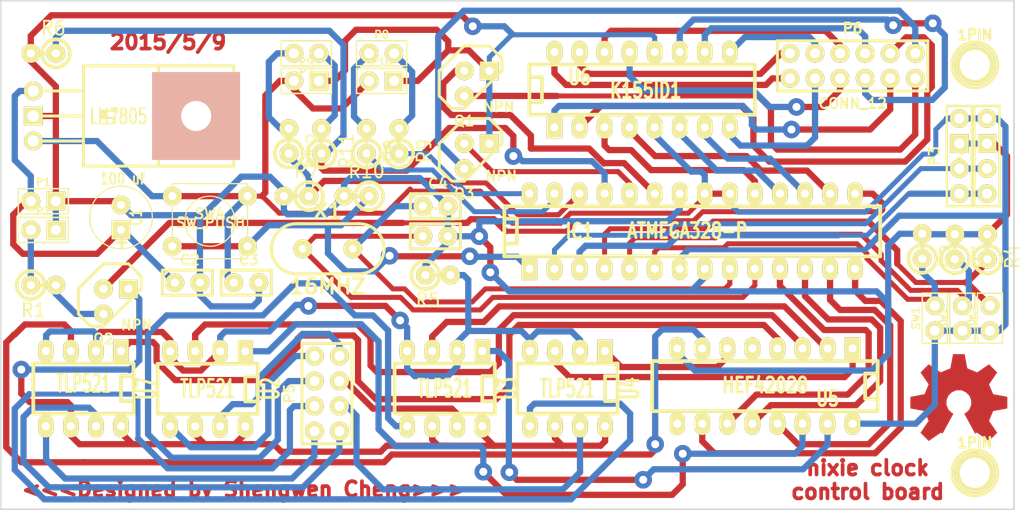
<source format=kicad_pcb>
(kicad_pcb (version 3) (host pcbnew "(2014-03-19 BZR 4756)-product")

  (general
    (links 126)
    (no_connects 0)
    (area 96.817543 78.664999 208.425143 130.4798)
    (thickness 1.6)
    (drawings 7)
    (tracks 869)
    (zones 0)
    (modules 46)
    (nets 65)
  )

  (page A4)
  (layers
    (15 F.Cu signal)
    (0 B.Cu signal)
    (16 B.Adhes user)
    (17 F.Adhes user)
    (18 B.Paste user)
    (19 F.Paste user)
    (20 B.SilkS user)
    (21 F.SilkS user)
    (22 B.Mask user)
    (23 F.Mask user)
    (24 Dwgs.User user)
    (25 Cmts.User user)
    (26 Eco1.User user)
    (27 Eco2.User user)
    (28 Edge.Cuts user)
  )

  (setup
    (last_trace_width 0.635)
    (user_trace_width 0.508)
    (user_trace_width 0.635)
    (user_trace_width 0.889)
    (user_trace_width 1.016)
    (user_trace_width 1.143)
    (user_trace_width 1.27)
    (user_trace_width 1.397)
    (trace_clearance 0.254)
    (zone_clearance 1)
    (zone_45_only no)
    (trace_min 0.254)
    (segment_width 0.2)
    (edge_width 0.15)
    (via_size 0.889)
    (via_drill 0.635)
    (via_min_size 0.889)
    (via_min_drill 0.508)
    (user_via 1.524 0.8128)
    (user_via 1.778 0.8128)
    (uvia_size 0.508)
    (uvia_drill 0.127)
    (uvias_allowed no)
    (uvia_min_size 0.508)
    (uvia_min_drill 0.127)
    (pcb_text_width 0.3)
    (pcb_text_size 1.5 1.5)
    (mod_edge_width 0.15)
    (mod_text_size 1.5 1.5)
    (mod_text_width 0.15)
    (pad_size 1.905 1.905)
    (pad_drill 1.016)
    (pad_to_mask_clearance 0.2)
    (aux_axis_origin 0 0)
    (visible_elements FFFDEFFF)
    (pcbplotparams
      (layerselection 3178497)
      (usegerberextensions true)
      (excludeedgelayer true)
      (linewidth 0.150000)
      (plotframeref false)
      (viasonmask false)
      (mode 1)
      (useauxorigin false)
      (hpglpennumber 1)
      (hpglpenspeed 20)
      (hpglpendiameter 15)
      (hpglpenoverlay 2)
      (psnegative false)
      (psa4output false)
      (plotreference true)
      (plotvalue true)
      (plotothertext true)
      (plotinvisibletext false)
      (padsonsilk false)
      (subtractmaskfromsilk false)
      (outputformat 1)
      (mirror false)
      (drillshape 0)
      (scaleselection 1)
      (outputdirectory /home/shengwen/desktop/control_board/))
  )

  (net 0 "")
  (net 1 170V)
  (net 2 5V)
  (net 3 "Adjust button")
  (net 4 "Bluetooth/FTDI Rx")
  (net 5 "Bluetooth/FTDI Tx")
  (net 6 Brightness)
  (net 7 Crystal1)
  (net 8 Crystal2)
  (net 9 "Digit A0")
  (net 10 "Digit A1")
  (net 11 "Digit A2")
  (net 12 "Digit A3")
  (net 13 "Font A")
  (net 14 "Font B")
  (net 15 "Font C")
  (net 16 "Font D")
  (net 17 GND)
  (net 18 "I2C SCL")
  (net 19 "I2C SDA")
  (net 20 "Left dot")
  (net 21 "MP3 Rx")
  (net 22 "MP3 Tx")
  (net 23 "Mode button")
  (net 24 Reset)
  (net 25 "Right dot")
  (net 26 "Search button")
  (net 27 "Net-(C1-Pad1)")
  (net 28 "Net-(P2-Pad1)")
  (net 29 "Net-(P5-Pad1)")
  (net 30 "Net-(P5-Pad2)")
  (net 31 "Net-(P5-Pad3)")
  (net 32 "Net-(P5-Pad4)")
  (net 33 "Net-(P5-Pad5)")
  (net 34 "Net-(P5-Pad6)")
  (net 35 "Net-(P5-Pad7)")
  (net 36 "Net-(P5-Pad8)")
  (net 37 "Net-(P6-Pad1)")
  (net 38 "Net-(P6-Pad2)")
  (net 39 "Net-(P6-Pad3)")
  (net 40 "Net-(P6-Pad4)")
  (net 41 "Net-(P6-Pad5)")
  (net 42 "Net-(P6-Pad6)")
  (net 43 "Net-(P6-Pad7)")
  (net 44 "Net-(P6-Pad8)")
  (net 45 "Net-(P6-Pad9)")
  (net 46 "Net-(P6-Pad10)")
  (net 47 "Net-(P6-Pad11)")
  (net 48 "Net-(P6-Pad12)")
  (net 49 "Net-(P7-Pad1)")
  (net 50 "Net-(P7-Pad2)")
  (net 51 "Net-(P8-Pad1)")
  (net 52 "Net-(P8-Pad2)")
  (net 53 "Net-(Q2-Pad1)")
  (net 54 "Net-(R5-Pad2)")
  (net 55 "Net-(U2-Pad1)")
  (net 56 "Net-(U2-Pad3)")
  (net 57 "Net-(U3-Pad1)")
  (net 58 "Net-(U3-Pad3)")
  (net 59 "Net-(U4-Pad1)")
  (net 60 "Net-(U4-Pad3)")
  (net 61 "Net-(U5-Pad4)")
  (net 62 "Net-(U5-Pad5)")
  (net 63 "Net-(U5-Pad7)")
  (net 64 "Net-(U5-Pad9)")

  (net_class Default "This is the default net class."
    (clearance 0.254)
    (trace_width 0.254)
    (via_dia 0.889)
    (via_drill 0.635)
    (uvia_dia 0.508)
    (uvia_drill 0.127)
    (add_net 170V)
    (add_net 5V)
    (add_net "Adjust button")
    (add_net "Bluetooth/FTDI Rx")
    (add_net "Bluetooth/FTDI Tx")
    (add_net Brightness)
    (add_net Crystal1)
    (add_net Crystal2)
    (add_net "Digit A0")
    (add_net "Digit A1")
    (add_net "Digit A2")
    (add_net "Digit A3")
    (add_net "Font A")
    (add_net "Font B")
    (add_net "Font C")
    (add_net "Font D")
    (add_net GND)
    (add_net "I2C SCL")
    (add_net "I2C SDA")
    (add_net "Left dot")
    (add_net "MP3 Rx")
    (add_net "MP3 Tx")
    (add_net "Mode button")
    (add_net "Net-(C1-Pad1)")
    (add_net "Net-(P2-Pad1)")
    (add_net "Net-(P5-Pad1)")
    (add_net "Net-(P5-Pad2)")
    (add_net "Net-(P5-Pad3)")
    (add_net "Net-(P5-Pad4)")
    (add_net "Net-(P5-Pad5)")
    (add_net "Net-(P5-Pad6)")
    (add_net "Net-(P5-Pad7)")
    (add_net "Net-(P5-Pad8)")
    (add_net "Net-(P6-Pad1)")
    (add_net "Net-(P6-Pad10)")
    (add_net "Net-(P6-Pad11)")
    (add_net "Net-(P6-Pad12)")
    (add_net "Net-(P6-Pad2)")
    (add_net "Net-(P6-Pad3)")
    (add_net "Net-(P6-Pad4)")
    (add_net "Net-(P6-Pad5)")
    (add_net "Net-(P6-Pad6)")
    (add_net "Net-(P6-Pad7)")
    (add_net "Net-(P6-Pad8)")
    (add_net "Net-(P6-Pad9)")
    (add_net "Net-(P7-Pad1)")
    (add_net "Net-(P7-Pad2)")
    (add_net "Net-(P8-Pad1)")
    (add_net "Net-(P8-Pad2)")
    (add_net "Net-(Q2-Pad1)")
    (add_net "Net-(R5-Pad2)")
    (add_net "Net-(U2-Pad1)")
    (add_net "Net-(U2-Pad3)")
    (add_net "Net-(U3-Pad1)")
    (add_net "Net-(U3-Pad3)")
    (add_net "Net-(U4-Pad1)")
    (add_net "Net-(U4-Pad3)")
    (add_net "Net-(U5-Pad4)")
    (add_net "Net-(U5-Pad5)")
    (add_net "Net-(U5-Pad7)")
    (add_net "Net-(U5-Pad9)")
    (add_net Reset)
    (add_net "Right dot")
    (add_net "Search button")
  )

  (net_class 25mil ""
    (clearance 0.254)
    (trace_width 0.635)
    (via_dia 0.889)
    (via_drill 0.635)
    (uvia_dia 0.508)
    (uvia_drill 0.127)
  )

  (module Connect:1pin (layer F.Cu) (tedit 5533956A) (tstamp 5533961F)
    (at 197.5612 126.5936)
    (descr "module 1 pin (ou trou mecanique de percage)")
    (tags DEV)
    (fp_text reference 1PIN (at 0 -3.048) (layer F.SilkS)
      (effects (font (size 1.016 1.016) (thickness 0.254)))
    )
    (fp_text value P*** (at 0 2.794) (layer F.SilkS) hide
      (effects (font (size 1.016 1.016) (thickness 0.254)))
    )
    (fp_circle (center 0 0) (end 0 -2.286) (layer F.SilkS) (width 0.381))
    (pad 1 thru_hole circle (at 0 0) (size 4.064 4.064) (drill 3.048) (layers *.Cu *.Mask F.SilkS))
  )

  (module SW_PUSH_SMALL (layer F.Cu) (tedit 54EC9ED8) (tstamp 53B22707)
    (at 120.015 101.092)
    (path /53AD3840)
    (fp_text reference SW4 (at 0 -0.762) (layer F.SilkS)
      (effects (font (size 1.016 1.016) (thickness 0.2032)))
    )
    (fp_text value SW_PUSH (at 0.0762 0.1524) (layer F.SilkS)
      (effects (font (size 1.016 1.016) (thickness 0.2032)))
    )
    (fp_circle (center 0 0) (end 0 -2.54) (layer F.SilkS) (width 0.127))
    (fp_line (start -3.81 -3.81) (end 3.81 -3.81) (layer F.SilkS) (width 0.127))
    (fp_line (start 3.81 -3.81) (end 3.81 3.81) (layer F.SilkS) (width 0.127))
    (fp_line (start 3.81 3.81) (end -3.81 3.81) (layer F.SilkS) (width 0.127))
    (fp_line (start -3.81 -3.81) (end -3.81 3.81) (layer F.SilkS) (width 0.127))
    (pad 1 thru_hole circle (at 3.81 -2.54) (size 1.905 1.905) (drill 0.8128) (layers *.Cu *.Mask F.SilkS)
      (net 2 5V))
    (pad 2 thru_hole circle (at 3.81 2.54) (size 1.905 1.905) (drill 0.8128) (layers *.Cu *.Mask F.SilkS)
      (net 24 Reset))
    (pad 1 thru_hole circle (at -3.81 -2.54) (size 1.905 1.905) (drill 0.8128) (layers *.Cu *.Mask F.SilkS)
      (net 2 5V))
    (pad 2 thru_hole circle (at -3.81 2.54) (size 1.905 1.905) (drill 0.8128) (layers *.Cu *.Mask F.SilkS)
      (net 24 Reset))
  )

  (module pin_array_4x2 (layer F.Cu) (tedit 54E2E519) (tstamp 54FF0CF8)
    (at 131.8768 118.5672 90)
    (descr "Double rangee de contacts 2 x 4 pins")
    (tags CONN)
    (path /539C4AAE)
    (fp_text reference P5 (at 0 -3.81 90) (layer F.SilkS)
      (effects (font (size 1.016 1.016) (thickness 0.2032)))
    )
    (fp_text value CONN_8 (at 0 3.81 90) (layer F.SilkS) hide
      (effects (font (size 1.016 1.016) (thickness 0.2032)))
    )
    (fp_line (start -5.08 -2.54) (end 5.08 -2.54) (layer F.SilkS) (width 0.3048))
    (fp_line (start 5.08 -2.54) (end 5.08 2.54) (layer F.SilkS) (width 0.3048))
    (fp_line (start 5.08 2.54) (end -5.08 2.54) (layer F.SilkS) (width 0.3048))
    (fp_line (start -5.08 2.54) (end -5.08 -2.54) (layer F.SilkS) (width 0.3048))
    (pad 1 thru_hole circle (at -3.81 1.27 90) (size 1.905 1.905) (drill 1.016) (layers *.Cu *.Mask F.SilkS)
      (net 29 "Net-(P5-Pad1)"))
    (pad 2 thru_hole circle (at -3.81 -1.27 90) (size 1.905 1.905) (drill 1.016) (layers *.Cu *.Mask F.SilkS)
      (net 30 "Net-(P5-Pad2)"))
    (pad 3 thru_hole circle (at -1.27 1.27 90) (size 1.905 1.905) (drill 1.016) (layers *.Cu *.Mask F.SilkS)
      (net 31 "Net-(P5-Pad3)"))
    (pad 4 thru_hole circle (at -1.27 -1.27 90) (size 1.905 1.905) (drill 1.016) (layers *.Cu *.Mask F.SilkS)
      (net 32 "Net-(P5-Pad4)"))
    (pad 5 thru_hole circle (at 1.27 1.27 90) (size 1.905 1.905) (drill 1.016) (layers *.Cu *.Mask F.SilkS)
      (net 33 "Net-(P5-Pad5)"))
    (pad 6 thru_hole circle (at 1.27 -1.27 90) (size 1.905 1.905) (drill 1.016) (layers *.Cu *.Mask F.SilkS)
      (net 34 "Net-(P5-Pad6)"))
    (pad 7 thru_hole circle (at 3.81 1.27 90) (size 1.905 1.905) (drill 1.016) (layers *.Cu *.Mask F.SilkS)
      (net 35 "Net-(P5-Pad7)"))
    (pad 8 thru_hole circle (at 3.81 -1.27 90) (size 1.905 1.905) (drill 1.016) (layers *.Cu *.Mask F.SilkS)
      (net 36 "Net-(P5-Pad8)"))
    (model pin_array/pins_array_4x2.wrl
      (at (xyz 0 0 0))
      (scale (xyz 1 1 1))
      (rotate (xyz 0 0 0))
    )
  )

  (module DIP-28__300_ELL (layer F.Cu) (tedit 54EC9E70) (tstamp 53B36E28)
    (at 168.91 102.108)
    (descr "28 pins DIL package, elliptical pads, width 300mil")
    (tags DIL)
    (path /52F4F352)
    (fp_text reference IC1 (at -11.43 0) (layer F.SilkS)
      (effects (font (size 1.524 1.143) (thickness 0.3048)))
    )
    (fp_text value ATMEGA328-P (at -0.508 -0.0508) (layer F.SilkS)
      (effects (font (size 1.524 1.143) (thickness 0.3048)))
    )
    (fp_line (start -19.05 -2.54) (end 19.05 -2.54) (layer F.SilkS) (width 0.381))
    (fp_line (start 19.05 -2.54) (end 19.05 2.54) (layer F.SilkS) (width 0.381))
    (fp_line (start 19.05 2.54) (end -19.05 2.54) (layer F.SilkS) (width 0.381))
    (fp_line (start -19.05 2.54) (end -19.05 -2.54) (layer F.SilkS) (width 0.381))
    (fp_line (start -19.05 -1.27) (end -17.78 -1.27) (layer F.SilkS) (width 0.381))
    (fp_line (start -17.78 -1.27) (end -17.78 1.27) (layer F.SilkS) (width 0.381))
    (fp_line (start -17.78 1.27) (end -19.05 1.27) (layer F.SilkS) (width 0.381))
    (pad 2 thru_hole oval (at -13.97 3.81) (size 1.5748 2.286) (drill 0.8128) (layers *.Cu *.Mask F.SilkS)
      (net 5 "Bluetooth/FTDI Tx"))
    (pad 3 thru_hole oval (at -11.43 3.81) (size 1.5748 2.286) (drill 0.8128) (layers *.Cu *.Mask F.SilkS)
      (net 4 "Bluetooth/FTDI Rx"))
    (pad 4 thru_hole oval (at -8.89 3.81) (size 1.5748 2.286) (drill 0.8128) (layers *.Cu *.Mask F.SilkS)
      (net 23 "Mode button"))
    (pad 5 thru_hole oval (at -6.35 3.81) (size 1.5748 2.286) (drill 0.8128) (layers *.Cu *.Mask F.SilkS)
      (net 3 "Adjust button"))
    (pad 6 thru_hole oval (at -3.81 3.81) (size 1.5748 2.286) (drill 0.8128) (layers *.Cu *.Mask F.SilkS)
      (net 26 "Search button"))
    (pad 7 thru_hole oval (at -1.27 3.81) (size 1.5748 2.286) (drill 0.8128) (layers *.Cu *.Mask F.SilkS)
      (net 2 5V))
    (pad 8 thru_hole oval (at 1.27 3.81) (size 1.5748 2.286) (drill 0.8128) (layers *.Cu *.Mask F.SilkS)
      (net 17 GND))
    (pad 9 thru_hole oval (at 3.81 3.81) (size 1.5748 2.286) (drill 0.8128) (layers *.Cu *.Mask F.SilkS)
      (net 7 Crystal1))
    (pad 10 thru_hole oval (at 6.35 3.81) (size 1.5748 2.286) (drill 0.8128) (layers *.Cu *.Mask F.SilkS)
      (net 8 Crystal2))
    (pad 11 thru_hole oval (at 8.89 3.81) (size 1.5748 2.286) (drill 0.8128) (layers *.Cu *.Mask F.SilkS)
      (net 12 "Digit A3"))
    (pad 12 thru_hole oval (at 11.43 3.81) (size 1.5748 2.286) (drill 0.8128) (layers *.Cu *.Mask F.SilkS)
      (net 11 "Digit A2"))
    (pad 13 thru_hole oval (at 13.97 3.81) (size 1.5748 2.286) (drill 0.8128) (layers *.Cu *.Mask F.SilkS)
      (net 10 "Digit A1"))
    (pad 14 thru_hole oval (at 16.51 3.81) (size 1.5748 2.286) (drill 0.8128) (layers *.Cu *.Mask F.SilkS)
      (net 9 "Digit A0"))
    (pad 1 thru_hole rect (at -16.51 3.81) (size 1.5748 2.286) (drill 0.8128) (layers *.Cu *.Mask F.SilkS)
      (net 24 Reset))
    (pad 15 thru_hole oval (at 16.51 -3.81) (size 1.5748 2.286) (drill 0.8128) (layers *.Cu *.Mask F.SilkS)
      (net 6 Brightness))
    (pad 16 thru_hole oval (at 13.97 -3.81) (size 1.5748 2.286) (drill 0.8128) (layers *.Cu *.Mask F.SilkS)
      (net 16 "Font D"))
    (pad 17 thru_hole oval (at 11.43 -3.81) (size 1.5748 2.286) (drill 0.8128) (layers *.Cu *.Mask F.SilkS)
      (net 15 "Font C"))
    (pad 18 thru_hole oval (at 8.89 -3.81) (size 1.5748 2.286) (drill 0.8128) (layers *.Cu *.Mask F.SilkS)
      (net 14 "Font B"))
    (pad 19 thru_hole oval (at 6.35 -3.81) (size 1.5748 2.286) (drill 0.8128) (layers *.Cu *.Mask F.SilkS)
      (net 13 "Font A"))
    (pad 20 thru_hole oval (at 3.81 -3.81) (size 1.5748 2.286) (drill 0.8128) (layers *.Cu *.Mask F.SilkS)
      (net 2 5V))
    (pad 21 thru_hole oval (at 1.27 -3.81) (size 1.5748 2.286) (drill 0.8128) (layers *.Cu *.Mask F.SilkS)
      (net 2 5V))
    (pad 22 thru_hole oval (at -1.27 -3.81) (size 1.5748 2.286) (drill 0.8128) (layers *.Cu *.Mask F.SilkS)
      (net 17 GND))
    (pad 23 thru_hole oval (at -3.81 -3.81) (size 1.5748 2.286) (drill 0.8128) (layers *.Cu *.Mask F.SilkS)
      (net 25 "Right dot"))
    (pad 24 thru_hole oval (at -6.35 -3.81) (size 1.5748 2.286) (drill 0.8128) (layers *.Cu *.Mask F.SilkS)
      (net 20 "Left dot"))
    (pad 25 thru_hole oval (at -8.89 -3.81) (size 1.5748 2.286) (drill 0.8128) (layers *.Cu *.Mask F.SilkS)
      (net 22 "MP3 Tx"))
    (pad 26 thru_hole oval (at -11.43 -3.81) (size 1.5748 2.286) (drill 0.8128) (layers *.Cu *.Mask F.SilkS)
      (net 21 "MP3 Rx"))
    (pad 27 thru_hole oval (at -13.97 -3.81) (size 1.5748 2.286) (drill 0.8128) (layers *.Cu *.Mask F.SilkS)
      (net 19 "I2C SDA"))
    (pad 28 thru_hole oval (at -16.51 -3.81) (size 1.5748 2.286) (drill 0.8128) (layers *.Cu *.Mask F.SilkS)
      (net 18 "I2C SCL"))
    (model dil/dil_28-w300.wrl
      (at (xyz 0 0 0))
      (scale (xyz 1 1 1))
      (rotate (xyz 0 0 0))
    )
  )

  (module OSHW_COPPER_10MM (layer F.Cu) (tedit 4F4F92AA) (tstamp 54E2E310)
    (at 195.9356 119.4816)
    (fp_text reference OSHW_COPPER_10MM (at 0 0) (layer F.SilkS) hide
      (effects (font (thickness 0.3048)))
    )
    (fp_text value VAL** (at 0 0) (layer F.SilkS) hide
      (effects (font (thickness 0.3048)))
    )
    (pad "" smd trapezoid (at 0 -4.1656 180) (size 1.45796 1.4986) (rect_delta 0 -0.2794 ) (layers F.Cu F.Paste F.Mask))
    (pad "" smd trapezoid (at 2.94386 -2.94386 135) (size 1.45796 1.4986) (rect_delta 0 -0.2794 ) (layers F.Cu F.Paste F.Mask))
    (pad "" smd trapezoid (at 4.1656 0 90) (size 1.45796 1.4986) (rect_delta 0 -0.2794 ) (layers F.Cu F.Paste F.Mask))
    (pad "" smd trapezoid (at 2.94386 2.94386 45) (size 1.45796 1.4986) (rect_delta 0 -0.2794 ) (layers F.Cu F.Paste F.Mask))
    (pad "" smd trapezoid (at -2.94386 -2.94386 225) (size 1.45796 1.4986) (rect_delta 0 -0.2794 ) (layers F.Cu F.Paste F.Mask))
    (pad "" smd trapezoid (at -4.1656 0 270) (size 1.45796 1.4986) (rect_delta 0 -0.2794 ) (layers F.Cu F.Paste F.Mask))
    (pad "" smd trapezoid (at -2.94386 2.94386 315) (size 1.45796 1.4986) (rect_delta 0 -0.2794 ) (layers F.Cu F.Paste F.Mask))
    (pad "" smd trapezoid (at 0 -2.39522 180) (size 1.08204 2.29108) (rect_delta 0 0.41402 ) (layers F.Cu F.Paste F.Mask))
    (pad "" smd trapezoid (at -0.9144 -2.21234 202.5) (size 1.08204 2.29108) (rect_delta 0 0.41402 ) (layers F.Cu F.Paste F.Mask))
    (pad "" smd trapezoid (at 0.9144 -2.21234 157.5) (size 1.08204 2.29108) (rect_delta 0 0.41402 ) (layers F.Cu F.Paste F.Mask))
    (pad "" smd trapezoid (at 1.69164 -1.69164 135) (size 1.08204 2.29108) (rect_delta 0 0.41402 ) (layers F.Cu F.Paste F.Mask))
    (pad "" smd trapezoid (at -1.69164 -1.69164 225) (size 1.08204 2.29108) (rect_delta 0 0.41402 ) (layers F.Cu F.Paste F.Mask))
    (pad "" smd trapezoid (at 2.21234 -0.9144 112.5) (size 1.08204 2.29108) (rect_delta 0 0.41402 ) (layers F.Cu F.Paste F.Mask))
    (pad "" smd trapezoid (at -2.21234 -0.9144 247.5) (size 1.08204 2.29108) (rect_delta 0 0.41402 ) (layers F.Cu F.Paste F.Mask))
    (pad "" smd trapezoid (at 2.39522 0 90) (size 1.08204 2.29108) (rect_delta 0 0.41402 ) (layers F.Cu F.Paste F.Mask))
    (pad "" smd trapezoid (at -2.39522 0 270) (size 1.08204 2.29108) (rect_delta 0 0.41402 ) (layers F.Cu F.Paste F.Mask))
    (pad "" smd trapezoid (at -2.21234 0.9144 292.5) (size 1.08204 2.29108) (rect_delta 0 0.41402 ) (layers F.Cu F.Paste F.Mask))
    (pad "" smd trapezoid (at 2.21234 0.9144 67.5) (size 1.08204 2.29108) (rect_delta 0 0.41402 ) (layers F.Cu F.Paste F.Mask))
    (pad "" smd trapezoid (at 1.69164 1.69164 45) (size 1.08204 2.29108) (rect_delta 0 0.41402 ) (layers F.Cu F.Paste F.Mask))
    (pad "" smd trapezoid (at -1.69164 1.69164 315) (size 1.08204 2.29108) (rect_delta 0 0.41402 ) (layers F.Cu F.Paste F.Mask))
    (pad "" smd trapezoid (at -1.32842 1.99136 326.3) (size 0.54102 2.29108) (rect_delta 0 0.20828 ) (layers F.Cu F.Paste F.Mask))
    (pad "" smd trapezoid (at 1.32842 1.99136 33.7) (size 0.54102 2.29108) (rect_delta 0 0.20828 ) (layers F.Cu F.Paste F.Mask))
  )

  (module C1V7 (layer F.Cu) (tedit 54EC9E4A) (tstamp 53B225C6)
    (at 110.998 100.711 90)
    (path /52F4EE14)
    (fp_text reference C1 (at 0 1.524 90) (layer F.SilkS)
      (effects (font (size 1.143 0.889) (thickness 0.2032)))
    )
    (fp_text value "100 uf" (at 3.937 0.1524 180) (layer F.SilkS)
      (effects (font (size 1.143 0.889) (thickness 0.2032)))
    )
    (fp_text user + (at -2.54 0 90) (layer F.SilkS)
      (effects (font (size 1.143 1.143) (thickness 0.3048)))
    )
    (fp_circle (center 0 0) (end 3.175 0) (layer F.SilkS) (width 0.127))
    (pad 1 thru_hole rect (at -1.27 0 90) (size 1.905 1.905) (drill 0.8128) (layers *.Cu *.Mask F.SilkS)
      (net 27 "Net-(C1-Pad1)"))
    (pad 2 thru_hole circle (at 1.27 0 90) (size 1.905 1.905) (drill 0.8128) (layers *.Cu *.Mask F.SilkS)
      (net 17 GND))
    (model discret/c_vert_c1v7.wrl
      (at (xyz 0 0 0))
      (scale (xyz 1 1 1))
      (rotate (xyz 0 0 0))
    )
  )

  (module C1 (layer F.Cu) (tedit 54E2E6AA) (tstamp 54EC9FCB)
    (at 117.729 107.315)
    (descr "Condensateur e = 1 pas")
    (tags C)
    (path /52F4EDC4)
    (fp_text reference C2 (at 0.254 -2.286) (layer F.SilkS)
      (effects (font (size 1.016 1.016) (thickness 0.2032)))
    )
    (fp_text value "0.1 uf" (at 0 -2.286) (layer F.SilkS) hide
      (effects (font (size 1.016 1.016) (thickness 0.2032)))
    )
    (fp_line (start -2.4892 -1.27) (end 2.54 -1.27) (layer F.SilkS) (width 0.3048))
    (fp_line (start 2.54 -1.27) (end 2.54 1.27) (layer F.SilkS) (width 0.3048))
    (fp_line (start 2.54 1.27) (end -2.54 1.27) (layer F.SilkS) (width 0.3048))
    (fp_line (start -2.54 1.27) (end -2.54 -1.27) (layer F.SilkS) (width 0.3048))
    (fp_line (start -2.54 -0.635) (end -1.905 -1.27) (layer F.SilkS) (width 0.3048))
    (pad 1 thru_hole circle (at -1.27 0) (size 1.905 1.905) (drill 0.8128) (layers *.Cu *.Mask F.SilkS)
      (net 27 "Net-(C1-Pad1)"))
    (pad 2 thru_hole circle (at 1.27 0) (size 1.905 1.905) (drill 0.8128) (layers *.Cu *.Mask F.SilkS)
      (net 17 GND))
    (model discret/capa_1_pas.wrl
      (at (xyz 0 0 0))
      (scale (xyz 1 1 1))
      (rotate (xyz 0 0 0))
    )
  )

  (module C1 (layer F.Cu) (tedit 3F92C496) (tstamp 54EC9FBF)
    (at 123.698 107.315)
    (descr "Condensateur e = 1 pas")
    (tags C)
    (path /52F4EDD3)
    (fp_text reference C3 (at 0.254 -2.286) (layer F.SilkS)
      (effects (font (size 1.016 1.016) (thickness 0.2032)))
    )
    (fp_text value "0.1 uf" (at 0 -2.286) (layer F.SilkS) hide
      (effects (font (size 1.016 1.016) (thickness 0.2032)))
    )
    (fp_line (start -2.4892 -1.27) (end 2.54 -1.27) (layer F.SilkS) (width 0.3048))
    (fp_line (start 2.54 -1.27) (end 2.54 1.27) (layer F.SilkS) (width 0.3048))
    (fp_line (start 2.54 1.27) (end -2.54 1.27) (layer F.SilkS) (width 0.3048))
    (fp_line (start -2.54 1.27) (end -2.54 -1.27) (layer F.SilkS) (width 0.3048))
    (fp_line (start -2.54 -0.635) (end -1.905 -1.27) (layer F.SilkS) (width 0.3048))
    (pad 1 thru_hole circle (at -1.27 0) (size 1.905 1.905) (drill 0.8128) (layers *.Cu *.Mask F.SilkS)
      (net 2 5V))
    (pad 2 thru_hole circle (at 1.27 0) (size 1.905 1.905) (drill 0.8128) (layers *.Cu *.Mask F.SilkS)
      (net 17 GND))
    (model discret/capa_1_pas.wrl
      (at (xyz 0 0 0))
      (scale (xyz 1 1 1))
      (rotate (xyz 0 0 0))
    )
  )

  (module C1 (layer F.Cu) (tedit 3F92C496) (tstamp 54EC9F9E)
    (at 142.875 99.568)
    (descr "Condensateur e = 1 pas")
    (tags C)
    (path /52F4F745)
    (fp_text reference C4 (at 0.254 -2.286) (layer F.SilkS)
      (effects (font (size 1.016 1.016) (thickness 0.2032)))
    )
    (fp_text value 22pf (at 0 -2.286) (layer F.SilkS) hide
      (effects (font (size 1.016 1.016) (thickness 0.2032)))
    )
    (fp_line (start -2.4892 -1.27) (end 2.54 -1.27) (layer F.SilkS) (width 0.3048))
    (fp_line (start 2.54 -1.27) (end 2.54 1.27) (layer F.SilkS) (width 0.3048))
    (fp_line (start 2.54 1.27) (end -2.54 1.27) (layer F.SilkS) (width 0.3048))
    (fp_line (start -2.54 1.27) (end -2.54 -1.27) (layer F.SilkS) (width 0.3048))
    (fp_line (start -2.54 -0.635) (end -1.905 -1.27) (layer F.SilkS) (width 0.3048))
    (pad 1 thru_hole circle (at -1.27 0) (size 1.905 1.905) (drill 0.8128) (layers *.Cu *.Mask F.SilkS)
      (net 7 Crystal1))
    (pad 2 thru_hole circle (at 1.27 0) (size 1.905 1.905) (drill 0.8128) (layers *.Cu *.Mask F.SilkS)
      (net 17 GND))
    (model discret/capa_1_pas.wrl
      (at (xyz 0 0 0))
      (scale (xyz 1 1 1))
      (rotate (xyz 0 0 0))
    )
  )

  (module C1 (layer F.Cu) (tedit 3F92C496) (tstamp 54EC9FAA)
    (at 142.875 102.616)
    (descr "Condensateur e = 1 pas")
    (tags C)
    (path /52F4F754)
    (fp_text reference C5 (at 0.254 -2.286) (layer F.SilkS)
      (effects (font (size 1.016 1.016) (thickness 0.2032)))
    )
    (fp_text value 22pf (at 0 -2.286) (layer F.SilkS) hide
      (effects (font (size 1.016 1.016) (thickness 0.2032)))
    )
    (fp_line (start -2.4892 -1.27) (end 2.54 -1.27) (layer F.SilkS) (width 0.3048))
    (fp_line (start 2.54 -1.27) (end 2.54 1.27) (layer F.SilkS) (width 0.3048))
    (fp_line (start 2.54 1.27) (end -2.54 1.27) (layer F.SilkS) (width 0.3048))
    (fp_line (start -2.54 1.27) (end -2.54 -1.27) (layer F.SilkS) (width 0.3048))
    (fp_line (start -2.54 -0.635) (end -1.905 -1.27) (layer F.SilkS) (width 0.3048))
    (pad 1 thru_hole circle (at -1.27 0) (size 1.905 1.905) (drill 0.8128) (layers *.Cu *.Mask F.SilkS)
      (net 8 Crystal2))
    (pad 2 thru_hole circle (at 1.27 0) (size 1.905 1.905) (drill 0.8128) (layers *.Cu *.Mask F.SilkS)
      (net 17 GND))
    (model discret/capa_1_pas.wrl
      (at (xyz 0 0 0))
      (scale (xyz 1 1 1))
      (rotate (xyz 0 0 0))
    )
  )

  (module PIN_ARRAY_2X1 (layer F.Cu) (tedit 54E2E546) (tstamp 53B22623)
    (at 103.124 99.06)
    (descr "Connecteurs 2 pins")
    (tags "CONN DEV")
    (path /53AD2483)
    (fp_text reference P1 (at 0 -1.905) (layer F.SilkS)
      (effects (font (size 0.762 0.762) (thickness 0.1524)))
    )
    (fp_text value CONN_2 (at 0 -1.905) (layer F.SilkS) hide
      (effects (font (size 0.762 0.762) (thickness 0.1524)))
    )
    (fp_line (start -2.54 1.27) (end -2.54 -1.27) (layer F.SilkS) (width 0.1524))
    (fp_line (start -2.54 -1.27) (end 2.54 -1.27) (layer F.SilkS) (width 0.1524))
    (fp_line (start 2.54 -1.27) (end 2.54 1.27) (layer F.SilkS) (width 0.1524))
    (fp_line (start 2.54 1.27) (end -2.54 1.27) (layer F.SilkS) (width 0.1524))
    (pad 1 thru_hole circle (at -1.27 0) (size 1.905 1.905) (drill 1.016) (layers *.Cu *.Mask F.SilkS)
      (net 27 "Net-(C1-Pad1)"))
    (pad 2 thru_hole rect (at 1.27 0) (size 1.905 1.905) (drill 1.016) (layers *.Cu *.Mask F.SilkS)
      (net 17 GND))
    (model pin_array/pins_array_2x1.wrl
      (at (xyz 0 0 0))
      (scale (xyz 1 1 1))
      (rotate (xyz 0 0 0))
    )
  )

  (module PIN_ARRAY_2X1 (layer F.Cu) (tedit 54E2E53C) (tstamp 53B2262D)
    (at 103.124 101.981)
    (descr "Connecteurs 2 pins")
    (tags "CONN DEV")
    (path /539C719A)
    (fp_text reference P2 (at 0 -1.905) (layer F.SilkS)
      (effects (font (size 0.762 0.762) (thickness 0.1524)))
    )
    (fp_text value CONN_2 (at 0 -1.905) (layer F.SilkS) hide
      (effects (font (size 0.762 0.762) (thickness 0.1524)))
    )
    (fp_line (start -2.54 1.27) (end -2.54 -1.27) (layer F.SilkS) (width 0.1524))
    (fp_line (start -2.54 -1.27) (end 2.54 -1.27) (layer F.SilkS) (width 0.1524))
    (fp_line (start 2.54 -1.27) (end 2.54 1.27) (layer F.SilkS) (width 0.1524))
    (fp_line (start 2.54 1.27) (end -2.54 1.27) (layer F.SilkS) (width 0.1524))
    (pad 1 thru_hole circle (at -1.27 0) (size 1.905 1.905) (drill 1.016) (layers *.Cu *.Mask F.SilkS)
      (net 28 "Net-(P2-Pad1)"))
    (pad 2 thru_hole rect (at 1.27 0) (size 1.905 1.905) (drill 1.016) (layers *.Cu *.Mask F.SilkS)
      (net 17 GND))
    (model pin_array/pins_array_2x1.wrl
      (at (xyz 0 0 0))
      (scale (xyz 1 1 1))
      (rotate (xyz 0 0 0))
    )
  )

  (module PIN_ARRAY_4x1 (layer F.Cu) (tedit 54E2E484) (tstamp 53B22639)
    (at 195.9864 94.488 90)
    (descr "Double rangee de contacts 2 x 5 pins")
    (tags CONN)
    (path /53AD90AF)
    (fp_text reference P3 (at 0 -2.54 90) (layer F.SilkS)
      (effects (font (size 1.016 1.016) (thickness 0.2032)))
    )
    (fp_text value CONN_4 (at 0 2.54 90) (layer F.SilkS) hide
      (effects (font (size 1.016 1.016) (thickness 0.2032)))
    )
    (fp_line (start 5.08 1.27) (end -5.08 1.27) (layer F.SilkS) (width 0.254))
    (fp_line (start 5.08 -1.27) (end -5.08 -1.27) (layer F.SilkS) (width 0.254))
    (fp_line (start -5.08 -1.27) (end -5.08 1.27) (layer F.SilkS) (width 0.254))
    (fp_line (start 5.08 1.27) (end 5.08 -1.27) (layer F.SilkS) (width 0.254))
    (pad 1 thru_hole circle (at -3.81 0 90) (size 1.905 1.905) (drill 1.016) (layers *.Cu *.Mask F.SilkS)
      (net 4 "Bluetooth/FTDI Rx"))
    (pad 2 thru_hole circle (at -1.27 0 90) (size 1.905 1.905) (drill 1.016) (layers *.Cu *.Mask F.SilkS)
      (net 5 "Bluetooth/FTDI Tx"))
    (pad 3 thru_hole rect (at 1.27 0 90) (size 1.905 1.905) (drill 1.016) (layers *.Cu *.Mask F.SilkS)
      (net 17 GND))
    (pad 4 thru_hole circle (at 3.81 0 90) (size 1.905 1.905) (drill 1.016) (layers *.Cu *.Mask F.SilkS)
      (net 2 5V))
    (model pin_array\pins_array_4x1.wrl
      (at (xyz 0 0 0))
      (scale (xyz 1 1 1))
      (rotate (xyz 0 0 0))
    )
  )

  (module PIN_ARRAY_4x1 (layer F.Cu) (tedit 54E2E8C0) (tstamp 53B22645)
    (at 198.7804 94.488 90)
    (descr "Double rangee de contacts 2 x 5 pins")
    (tags CONN)
    (path /53AD90DC)
    (fp_text reference P4 (at 0 -2.54 90) (layer F.SilkS)
      (effects (font (size 1.016 1.016) (thickness 0.2032)))
    )
    (fp_text value CONN_4 (at 0 2.54 90) (layer F.SilkS) hide
      (effects (font (size 1.016 1.016) (thickness 0.2032)))
    )
    (fp_line (start 5.08 1.27) (end -5.08 1.27) (layer F.SilkS) (width 0.254))
    (fp_line (start 5.08 -1.27) (end -5.08 -1.27) (layer F.SilkS) (width 0.254))
    (fp_line (start -5.08 -1.27) (end -5.08 1.27) (layer F.SilkS) (width 0.254))
    (fp_line (start 5.08 1.27) (end 5.08 -1.27) (layer F.SilkS) (width 0.254))
    (pad 1 thru_hole circle (at -3.81 0 90) (size 1.905 1.905) (drill 1.016) (layers *.Cu *.Mask F.SilkS)
      (net 4 "Bluetooth/FTDI Rx"))
    (pad 2 thru_hole circle (at -1.27 0 90) (size 1.905 1.905) (drill 1.016) (layers *.Cu *.Mask F.SilkS)
      (net 5 "Bluetooth/FTDI Tx"))
    (pad 3 thru_hole rect (at 1.27 0 90) (size 1.905 1.905) (drill 1.016) (layers *.Cu *.Mask F.SilkS)
      (net 17 GND))
    (pad 4 thru_hole circle (at 3.81 0 90) (size 1.905 1.905) (drill 1.016) (layers *.Cu *.Mask F.SilkS)
      (net 2 5V))
    (model pin_array\pins_array_4x1.wrl
      (at (xyz 0 0 0))
      (scale (xyz 1 1 1))
      (rotate (xyz 0 0 0))
    )
  )

  (module pin_array_6x2 (layer F.Cu) (tedit 54E2E453) (tstamp 55312176)
    (at 185.166 85.344)
    (descr "Double rangee de contacts 2 x 6 pins")
    (tags CONN)
    (path /539C4A9F)
    (fp_text reference P6 (at 0 -3.81) (layer F.SilkS)
      (effects (font (size 1.016 1.016) (thickness 0.27432)))
    )
    (fp_text value CONN_12 (at 0 3.81) (layer F.SilkS)
      (effects (font (size 1.016 1.016) (thickness 0.2032)))
    )
    (fp_line (start -7.62 -2.54) (end 7.62 -2.54) (layer F.SilkS) (width 0.3048))
    (fp_line (start 7.62 -2.54) (end 7.62 2.54) (layer F.SilkS) (width 0.3048))
    (fp_line (start 7.62 2.54) (end -7.62 2.54) (layer F.SilkS) (width 0.3048))
    (fp_line (start -7.62 2.54) (end -7.62 -2.54) (layer F.SilkS) (width 0.3048))
    (pad 1 thru_hole circle (at -6.35 1.27) (size 1.905 1.905) (drill 1.016) (layers *.Cu *.Mask F.SilkS)
      (net 37 "Net-(P6-Pad1)"))
    (pad 2 thru_hole circle (at -6.35 -1.27) (size 1.905 1.905) (drill 1.016) (layers *.Cu *.Mask F.SilkS)
      (net 38 "Net-(P6-Pad2)"))
    (pad 3 thru_hole circle (at -3.81 1.27) (size 1.905 1.905) (drill 1.016) (layers *.Cu *.Mask F.SilkS)
      (net 39 "Net-(P6-Pad3)"))
    (pad 4 thru_hole circle (at -3.81 -1.27) (size 1.905 1.905) (drill 1.016) (layers *.Cu *.Mask F.SilkS)
      (net 40 "Net-(P6-Pad4)"))
    (pad 5 thru_hole circle (at -1.27 1.27) (size 1.905 1.905) (drill 1.016) (layers *.Cu *.Mask F.SilkS)
      (net 41 "Net-(P6-Pad5)"))
    (pad 6 thru_hole circle (at -1.27 -1.27) (size 1.905 1.905) (drill 1.016) (layers *.Cu *.Mask F.SilkS)
      (net 42 "Net-(P6-Pad6)"))
    (pad 7 thru_hole circle (at 1.27 1.27) (size 1.905 1.905) (drill 1.016) (layers *.Cu *.Mask F.SilkS)
      (net 43 "Net-(P6-Pad7)"))
    (pad 8 thru_hole circle (at 1.27 -1.27) (size 1.905 1.905) (drill 1.016) (layers *.Cu *.Mask F.SilkS)
      (net 44 "Net-(P6-Pad8)"))
    (pad 9 thru_hole circle (at 3.81 1.27) (size 1.905 1.905) (drill 1.016) (layers *.Cu *.Mask F.SilkS)
      (net 45 "Net-(P6-Pad9)"))
    (pad 10 thru_hole circle (at 3.81 -1.27) (size 1.905 1.905) (drill 1.016) (layers *.Cu *.Mask F.SilkS)
      (net 46 "Net-(P6-Pad10)"))
    (pad 11 thru_hole circle (at 6.35 1.27) (size 1.905 1.905) (drill 1.016) (layers *.Cu *.Mask F.SilkS)
      (net 47 "Net-(P6-Pad11)"))
    (pad 12 thru_hole circle (at 6.35 -1.27) (size 1.905 1.905) (drill 1.016) (layers *.Cu *.Mask F.SilkS)
      (net 48 "Net-(P6-Pad12)"))
    (model pin_array/pins_array_6x2.wrl
      (at (xyz 0 0 0))
      (scale (xyz 1 1 1))
      (rotate (xyz 0 0 0))
    )
  )

  (module PIN_ARRAY_2X1 (layer F.Cu) (tedit 53DE8164) (tstamp 53B22673)
    (at 129.794 84.074 180)
    (descr "Connecteurs 2 pins")
    (tags "CONN DEV")
    (path /53A70C0C)
    (fp_text reference P7 (at 0 -1.905 180) (layer F.SilkS)
      (effects (font (size 0.762 0.762) (thickness 0.1524)))
    )
    (fp_text value CONN_2 (at 0 -1.905 180) (layer F.SilkS) hide
      (effects (font (size 0.762 0.762) (thickness 0.1524)))
    )
    (fp_line (start -2.54 1.27) (end -2.54 -1.27) (layer F.SilkS) (width 0.1524))
    (fp_line (start -2.54 -1.27) (end 2.54 -1.27) (layer F.SilkS) (width 0.1524))
    (fp_line (start 2.54 -1.27) (end 2.54 1.27) (layer F.SilkS) (width 0.1524))
    (fp_line (start 2.54 1.27) (end -2.54 1.27) (layer F.SilkS) (width 0.1524))
    (pad 1 thru_hole circle (at -1.27 0 180) (size 1.905 1.905) (drill 1.016) (layers *.Cu *.Mask F.SilkS)
      (net 49 "Net-(P7-Pad1)"))
    (pad 2 thru_hole circle (at 1.27 0 180) (size 1.905 1.905) (drill 1.016) (layers *.Cu *.Mask F.SilkS)
      (net 50 "Net-(P7-Pad2)"))
    (model pin_array/pins_array_2x1.wrl
      (at (xyz 0 0 0))
      (scale (xyz 1 1 1))
      (rotate (xyz 0 0 0))
    )
  )

  (module PIN_ARRAY_2X1 (layer F.Cu) (tedit 54E2E8B3) (tstamp 53B2267D)
    (at 137.414 84.074)
    (descr "Connecteurs 2 pins")
    (tags "CONN DEV")
    (path /53AD9188)
    (fp_text reference P8 (at 0 -1.905) (layer F.SilkS)
      (effects (font (size 0.762 0.762) (thickness 0.1524)))
    )
    (fp_text value CONN_2 (at 0 -1.905) (layer F.SilkS) hide
      (effects (font (size 0.762 0.762) (thickness 0.1524)))
    )
    (fp_line (start -2.54 1.27) (end -2.54 -1.27) (layer F.SilkS) (width 0.1524))
    (fp_line (start -2.54 -1.27) (end 2.54 -1.27) (layer F.SilkS) (width 0.1524))
    (fp_line (start 2.54 -1.27) (end 2.54 1.27) (layer F.SilkS) (width 0.1524))
    (fp_line (start 2.54 1.27) (end -2.54 1.27) (layer F.SilkS) (width 0.1524))
    (pad 1 thru_hole circle (at -1.27 0) (size 1.905 1.905) (drill 1.016) (layers *.Cu *.Mask F.SilkS)
      (net 51 "Net-(P8-Pad1)"))
    (pad 2 thru_hole circle (at 1.27 0) (size 1.905 1.905) (drill 1.016) (layers *.Cu *.Mask F.SilkS)
      (net 52 "Net-(P8-Pad2)"))
    (model pin_array/pins_array_2x1.wrl
      (at (xyz 0 0 0))
      (scale (xyz 1 1 1))
      (rotate (xyz 0 0 0))
    )
  )

  (module R1 (layer F.Cu) (tedit 200000) (tstamp 54EC9FD4)
    (at 103.124 107.569)
    (descr "Resistance verticale")
    (tags R)
    (path /539C7026)
    (autoplace_cost90 10)
    (autoplace_cost180 10)
    (fp_text reference R1 (at -1.016 2.54) (layer F.SilkS)
      (effects (font (size 1.397 1.27) (thickness 0.2032)))
    )
    (fp_text value "100k ohm" (at -1.143 2.54) (layer F.SilkS) hide
      (effects (font (size 1.397 1.27) (thickness 0.2032)))
    )
    (fp_line (start -1.27 0) (end 1.27 0) (layer F.SilkS) (width 0.381))
    (fp_circle (center -1.27 0) (end -0.635 1.27) (layer F.SilkS) (width 0.381))
    (pad 1 thru_hole circle (at -1.27 0) (size 1.905 1.905) (drill 0.8128) (layers *.Cu *.Mask F.SilkS)
      (net 28 "Net-(P2-Pad1)"))
    (pad 2 thru_hole circle (at 1.27 0) (size 1.905 1.905) (drill 0.8128) (layers *.Cu *.Mask F.SilkS)
      (net 1 170V))
    (model discret/verti_resistor.wrl
      (at (xyz 0 0 0))
      (scale (xyz 1 1 1))
      (rotate (xyz 0 0 0))
    )
  )

  (module R1 (layer F.Cu) (tedit 54EC9F4D) (tstamp 5530E205)
    (at 192.2272 103.632 90)
    (descr "Resistance verticale")
    (tags R)
    (path /53AD2957)
    (autoplace_cost90 10)
    (autoplace_cost180 10)
    (fp_text reference R2 (at -1.016 2.54 90) (layer F.SilkS)
      (effects (font (size 1.397 1.27) (thickness 0.2032)))
    )
    (fp_text value 330ohm (at -1.143 2.54 90) (layer F.SilkS) hide
      (effects (font (size 1.397 1.27) (thickness 0.2032)))
    )
    (fp_line (start -1.27 0) (end 1.27 0) (layer F.SilkS) (width 0.381))
    (fp_circle (center -1.27 0) (end -0.635 1.27) (layer F.SilkS) (width 0.381))
    (pad 1 thru_hole circle (at -1.27 0 90) (size 1.905 1.905) (drill 0.8128) (layers *.Cu *.Mask F.SilkS)
      (net 26 "Search button"))
    (pad 2 thru_hole circle (at 1.27 0 90) (size 1.905 1.905) (drill 0.8128) (layers *.Cu *.Mask F.SilkS)
      (net 17 GND))
    (model discret/verti_resistor.wrl
      (at (xyz 0 0 0))
      (scale (xyz 1 1 1))
      (rotate (xyz 0 0 0))
    )
  )

  (module R1 (layer F.Cu) (tedit 54EC9F58) (tstamp 5530E20E)
    (at 195.5292 103.6828 90)
    (descr "Resistance verticale")
    (tags R)
    (path /53AD2964)
    (autoplace_cost90 10)
    (autoplace_cost180 10)
    (fp_text reference R3 (at -1.016 2.54 90) (layer F.SilkS)
      (effects (font (size 1.397 1.27) (thickness 0.2032)))
    )
    (fp_text value 330ohm (at -1.143 2.54 90) (layer F.SilkS) hide
      (effects (font (size 1.397 1.27) (thickness 0.2032)))
    )
    (fp_line (start -1.27 0) (end 1.27 0) (layer F.SilkS) (width 0.381))
    (fp_circle (center -1.27 0) (end -0.635 1.27) (layer F.SilkS) (width 0.381))
    (pad 1 thru_hole circle (at -1.27 0 90) (size 1.905 1.905) (drill 0.8128) (layers *.Cu *.Mask F.SilkS)
      (net 3 "Adjust button"))
    (pad 2 thru_hole circle (at 1.27 0 90) (size 1.905 1.905) (drill 0.8128) (layers *.Cu *.Mask F.SilkS)
      (net 17 GND))
    (model discret/verti_resistor.wrl
      (at (xyz 0 0 0))
      (scale (xyz 1 1 1))
      (rotate (xyz 0 0 0))
    )
  )

  (module R1 (layer F.Cu) (tedit 54EC9F64) (tstamp 5530E217)
    (at 198.8312 103.6828 90)
    (descr "Resistance verticale")
    (tags R)
    (path /53AD296A)
    (autoplace_cost90 10)
    (autoplace_cost180 10)
    (fp_text reference R4 (at -1.016 2.54 90) (layer F.SilkS)
      (effects (font (size 1.397 1.27) (thickness 0.2032)))
    )
    (fp_text value 330ohm (at -1.143 2.54 90) (layer F.SilkS) hide
      (effects (font (size 1.397 1.27) (thickness 0.2032)))
    )
    (fp_line (start -1.27 0) (end 1.27 0) (layer F.SilkS) (width 0.381))
    (fp_circle (center -1.27 0) (end -0.635 1.27) (layer F.SilkS) (width 0.381))
    (pad 1 thru_hole circle (at -1.27 0 90) (size 1.905 1.905) (drill 0.8128) (layers *.Cu *.Mask F.SilkS)
      (net 23 "Mode button"))
    (pad 2 thru_hole circle (at 1.27 0 90) (size 1.905 1.905) (drill 0.8128) (layers *.Cu *.Mask F.SilkS)
      (net 17 GND))
    (model discret/verti_resistor.wrl
      (at (xyz 0 0 0))
      (scale (xyz 1 1 1))
      (rotate (xyz 0 0 0))
    )
  )

  (module R1 (layer F.Cu) (tedit 54E2E6ED) (tstamp 54EC9FB3)
    (at 143.129 106.553)
    (descr "Resistance verticale")
    (tags R)
    (path /53AD4213)
    (autoplace_cost90 10)
    (autoplace_cost180 10)
    (fp_text reference R5 (at -1.016 2.54) (layer F.SilkS)
      (effects (font (size 1.397 1.27) (thickness 0.2032)))
    )
    (fp_text value 330ohm (at -1.143 2.54) (layer F.SilkS) hide
      (effects (font (size 1.397 1.27) (thickness 0.2032)))
    )
    (fp_line (start -1.27 0) (end 1.27 0) (layer F.SilkS) (width 0.381))
    (fp_circle (center -1.27 0) (end -0.635 1.27) (layer F.SilkS) (width 0.381))
    (pad 1 thru_hole circle (at -1.27 0) (size 1.905 1.905) (drill 0.8128) (layers *.Cu *.Mask F.SilkS)
      (net 17 GND))
    (pad 2 thru_hole circle (at 1.27 0) (size 1.905 1.905) (drill 0.8128) (layers *.Cu *.Mask F.SilkS)
      (net 54 "Net-(R5-Pad2)"))
    (model discret/verti_resistor.wrl
      (at (xyz 0 0 0))
      (scale (xyz 1 1 1))
      (rotate (xyz 0 0 0))
    )
  )

  (module R1 (layer F.Cu) (tedit 200000) (tstamp 54ECA001)
    (at 103.124 84.074 180)
    (descr "Resistance verticale")
    (tags R)
    (path /53A70A06)
    (autoplace_cost90 10)
    (autoplace_cost180 10)
    (fp_text reference R6 (at -1.016 2.54 180) (layer F.SilkS)
      (effects (font (size 1.397 1.27) (thickness 0.2032)))
    )
    (fp_text value 330ohm (at -1.143 2.54 180) (layer F.SilkS) hide
      (effects (font (size 1.397 1.27) (thickness 0.2032)))
    )
    (fp_line (start -1.27 0) (end 1.27 0) (layer F.SilkS) (width 0.381))
    (fp_circle (center -1.27 0) (end -0.635 1.27) (layer F.SilkS) (width 0.381))
    (pad 1 thru_hole circle (at -1.27 0 180) (size 1.905 1.905) (drill 0.8128) (layers *.Cu *.Mask F.SilkS)
      (net 22 "MP3 Tx"))
    (pad 2 thru_hole circle (at 1.27 0 180) (size 1.905 1.905) (drill 0.8128) (layers *.Cu *.Mask F.SilkS)
      (net 17 GND))
    (model discret/verti_resistor.wrl
      (at (xyz 0 0 0))
      (scale (xyz 1 1 1))
      (rotate (xyz 0 0 0))
    )
  )

  (module R1 (layer F.Cu) (tedit 200000) (tstamp 53B36486)
    (at 128.778 98.552 180)
    (descr "Resistance verticale")
    (tags R)
    (path /53A70A15)
    (autoplace_cost90 10)
    (autoplace_cost180 10)
    (fp_text reference R7 (at -1.016 2.54 180) (layer F.SilkS)
      (effects (font (size 1.397 1.27) (thickness 0.2032)))
    )
    (fp_text value 330ohm (at -1.143 2.54 180) (layer F.SilkS) hide
      (effects (font (size 1.397 1.27) (thickness 0.2032)))
    )
    (fp_line (start -1.27 0) (end 1.27 0) (layer F.SilkS) (width 0.381))
    (fp_circle (center -1.27 0) (end -0.635 1.27) (layer F.SilkS) (width 0.381))
    (pad 1 thru_hole circle (at -1.27 0 180) (size 1.905 1.905) (drill 0.8128) (layers *.Cu *.Mask F.SilkS)
      (net 21 "MP3 Rx"))
    (pad 2 thru_hole circle (at 1.27 0 180) (size 1.905 1.905) (drill 0.8128) (layers *.Cu *.Mask F.SilkS)
      (net 17 GND))
    (model discret/verti_resistor.wrl
      (at (xyz 0 0 0))
      (scale (xyz 1 1 1))
      (rotate (xyz 0 0 0))
    )
  )

  (module R1 (layer F.Cu) (tedit 200000) (tstamp 53B36D31)
    (at 135.89 92.964 90)
    (descr "Resistance verticale")
    (tags R)
    (path /53AD917C)
    (autoplace_cost90 10)
    (autoplace_cost180 10)
    (fp_text reference R8 (at -1.016 2.54 90) (layer F.SilkS)
      (effects (font (size 1.397 1.27) (thickness 0.2032)))
    )
    (fp_text value "4.7k ohm" (at -1.143 2.54 90) (layer F.SilkS) hide
      (effects (font (size 1.397 1.27) (thickness 0.2032)))
    )
    (fp_line (start -1.27 0) (end 1.27 0) (layer F.SilkS) (width 0.381))
    (fp_circle (center -1.27 0) (end -0.635 1.27) (layer F.SilkS) (width 0.381))
    (pad 1 thru_hole circle (at -1.27 0 90) (size 1.905 1.905) (drill 0.8128) (layers *.Cu *.Mask F.SilkS)
      (net 19 "I2C SDA"))
    (pad 2 thru_hole circle (at 1.27 0 90) (size 1.905 1.905) (drill 0.8128) (layers *.Cu *.Mask F.SilkS)
      (net 51 "Net-(P8-Pad1)"))
    (model discret/verti_resistor.wrl
      (at (xyz 0 0 0))
      (scale (xyz 1 1 1))
      (rotate (xyz 0 0 0))
    )
  )

  (module R1 (layer F.Cu) (tedit 200000) (tstamp 53B36D57)
    (at 139.192 92.964 90)
    (descr "Resistance verticale")
    (tags R)
    (path /53AD916F)
    (autoplace_cost90 10)
    (autoplace_cost180 10)
    (fp_text reference R9 (at -1.016 2.54 90) (layer F.SilkS)
      (effects (font (size 1.397 1.27) (thickness 0.2032)))
    )
    (fp_text value "4.7k ohm" (at -1.143 2.54 90) (layer F.SilkS) hide
      (effects (font (size 1.397 1.27) (thickness 0.2032)))
    )
    (fp_line (start -1.27 0) (end 1.27 0) (layer F.SilkS) (width 0.381))
    (fp_circle (center -1.27 0) (end -0.635 1.27) (layer F.SilkS) (width 0.381))
    (pad 1 thru_hole circle (at -1.27 0 90) (size 1.905 1.905) (drill 0.8128) (layers *.Cu *.Mask F.SilkS)
      (net 18 "I2C SCL"))
    (pad 2 thru_hole circle (at 1.27 0 90) (size 1.905 1.905) (drill 0.8128) (layers *.Cu *.Mask F.SilkS)
      (net 52 "Net-(P8-Pad2)"))
    (model discret/verti_resistor.wrl
      (at (xyz 0 0 0))
      (scale (xyz 1 1 1))
      (rotate (xyz 0 0 0))
    )
  )

  (module R1 (layer F.Cu) (tedit 200000) (tstamp 53B36498)
    (at 134.874 98.552 180)
    (descr "Resistance verticale")
    (tags R)
    (path /52F4F8B0)
    (autoplace_cost90 10)
    (autoplace_cost180 10)
    (fp_text reference R10 (at -1.016 2.54 180) (layer F.SilkS)
      (effects (font (size 1.397 1.27) (thickness 0.2032)))
    )
    (fp_text value "10k ohm" (at -1.143 2.54 180) (layer F.SilkS) hide
      (effects (font (size 1.397 1.27) (thickness 0.2032)))
    )
    (fp_line (start -1.27 0) (end 1.27 0) (layer F.SilkS) (width 0.381))
    (fp_circle (center -1.27 0) (end -0.635 1.27) (layer F.SilkS) (width 0.381))
    (pad 1 thru_hole circle (at -1.27 0 180) (size 1.905 1.905) (drill 0.8128) (layers *.Cu *.Mask F.SilkS)
      (net 24 Reset))
    (pad 2 thru_hole circle (at 1.27 0 180) (size 1.905 1.905) (drill 0.8128) (layers *.Cu *.Mask F.SilkS)
      (net 17 GND))
    (model discret/verti_resistor.wrl
      (at (xyz 0 0 0))
      (scale (xyz 1 1 1))
      (rotate (xyz 0 0 0))
    )
  )

  (module PIN_ARRAY_2X1 (layer F.Cu) (tedit 53DE8227) (tstamp 5530E222)
    (at 193.4972 110.9218 90)
    (descr "Connecteurs 2 pins")
    (tags "CONN DEV")
    (path /539C6A40)
    (fp_text reference SW1 (at 0 -1.905 90) (layer F.SilkS)
      (effects (font (size 0.762 0.762) (thickness 0.1524)))
    )
    (fp_text value SW_PUSH (at 0 -1.905 90) (layer F.SilkS) hide
      (effects (font (size 0.762 0.762) (thickness 0.1524)))
    )
    (fp_line (start -2.54 1.27) (end -2.54 -1.27) (layer F.SilkS) (width 0.1524))
    (fp_line (start -2.54 -1.27) (end 2.54 -1.27) (layer F.SilkS) (width 0.1524))
    (fp_line (start 2.54 -1.27) (end 2.54 1.27) (layer F.SilkS) (width 0.1524))
    (fp_line (start 2.54 1.27) (end -2.54 1.27) (layer F.SilkS) (width 0.1524))
    (pad 1 thru_hole circle (at -1.27 0 90) (size 1.905 1.905) (drill 1.016) (layers *.Cu *.Mask F.SilkS)
      (net 2 5V))
    (pad 2 thru_hole circle (at 1.27 0 90) (size 1.905 1.905) (drill 1.016) (layers *.Cu *.Mask F.SilkS)
      (net 26 "Search button"))
    (model pin_array/pins_array_2x1.wrl
      (at (xyz 0 0 0))
      (scale (xyz 1 1 1))
      (rotate (xyz 0 0 0))
    )
  )

  (module PIN_ARRAY_2X1 (layer F.Cu) (tedit 53DE821C) (tstamp 5530E22D)
    (at 196.2912 110.9218 90)
    (descr "Connecteurs 2 pins")
    (tags "CONN DEV")
    (path /539C6A5A)
    (fp_text reference SW2 (at 0 -1.905 90) (layer F.SilkS)
      (effects (font (size 0.762 0.762) (thickness 0.1524)))
    )
    (fp_text value SW_PUSH (at 0 -1.905 90) (layer F.SilkS) hide
      (effects (font (size 0.762 0.762) (thickness 0.1524)))
    )
    (fp_line (start -2.54 1.27) (end -2.54 -1.27) (layer F.SilkS) (width 0.1524))
    (fp_line (start -2.54 -1.27) (end 2.54 -1.27) (layer F.SilkS) (width 0.1524))
    (fp_line (start 2.54 -1.27) (end 2.54 1.27) (layer F.SilkS) (width 0.1524))
    (fp_line (start 2.54 1.27) (end -2.54 1.27) (layer F.SilkS) (width 0.1524))
    (pad 1 thru_hole circle (at -1.27 0 90) (size 1.905 1.905) (drill 1.016) (layers *.Cu *.Mask F.SilkS)
      (net 2 5V))
    (pad 2 thru_hole circle (at 1.27 0 90) (size 1.905 1.905) (drill 1.016) (layers *.Cu *.Mask F.SilkS)
      (net 3 "Adjust button"))
    (model pin_array/pins_array_2x1.wrl
      (at (xyz 0 0 0))
      (scale (xyz 1 1 1))
      (rotate (xyz 0 0 0))
    )
  )

  (module PIN_ARRAY_2X1 (layer F.Cu) (tedit 54E2E502) (tstamp 5530E238)
    (at 199.0852 110.9218 90)
    (descr "Connecteurs 2 pins")
    (tags "CONN DEV")
    (path /539C6A69)
    (fp_text reference SW3 (at 0 -1.905 90) (layer F.SilkS)
      (effects (font (size 0.762 0.762) (thickness 0.1524)))
    )
    (fp_text value SW_PUSH (at 0 -1.905 90) (layer F.SilkS) hide
      (effects (font (size 0.762 0.762) (thickness 0.1524)))
    )
    (fp_line (start -2.54 1.27) (end -2.54 -1.27) (layer F.SilkS) (width 0.1524))
    (fp_line (start -2.54 -1.27) (end 2.54 -1.27) (layer F.SilkS) (width 0.1524))
    (fp_line (start 2.54 -1.27) (end 2.54 1.27) (layer F.SilkS) (width 0.1524))
    (fp_line (start 2.54 1.27) (end -2.54 1.27) (layer F.SilkS) (width 0.1524))
    (pad 1 thru_hole circle (at -1.27 0 90) (size 1.905 1.905) (drill 1.016) (layers *.Cu *.Mask F.SilkS)
      (net 2 5V))
    (pad 2 thru_hole circle (at 1.27 0 90) (size 1.905 1.905) (drill 1.016) (layers *.Cu *.Mask F.SilkS)
      (net 23 "Mode button"))
    (model pin_array/pins_array_2x1.wrl
      (at (xyz 0 0 0))
      (scale (xyz 1 1 1))
      (rotate (xyz 0 0 0))
    )
  )

  (module LM78XX (layer F.Cu) (tedit 54EC9E37) (tstamp 54E2E671)
    (at 102.108 90.424)
    (descr "Regulateur TO220 serie LM78xx")
    (tags "TR TO220")
    (path /52F4EBAC)
    (fp_text reference U1 (at 7.62 0 90) (layer F.SilkS)
      (effects (font (size 1.524 1.016) (thickness 0.2032)))
    )
    (fp_text value LM7805 (at 8.636 0.0508 180) (layer F.SilkS)
      (effects (font (size 1.524 1.016) (thickness 0.2032)))
    )
    (fp_line (start 0 -2.54) (end 5.08 -2.54) (layer F.SilkS) (width 0.3048))
    (fp_line (start 0 0) (end 5.08 0) (layer F.SilkS) (width 0.3048))
    (fp_line (start 0 2.54) (end 5.08 2.54) (layer F.SilkS) (width 0.3048))
    (fp_line (start 5.08 -3.81) (end 5.08 5.08) (layer F.SilkS) (width 0.3048))
    (fp_line (start 5.08 5.08) (end 20.32 5.08) (layer F.SilkS) (width 0.3048))
    (fp_line (start 20.32 5.08) (end 20.32 -5.08) (layer F.SilkS) (width 0.3048))
    (fp_line (start 5.08 -3.81) (end 5.08 -5.08) (layer F.SilkS) (width 0.3048))
    (fp_line (start 12.7 3.81) (end 12.7 -5.08) (layer F.SilkS) (width 0.3048))
    (fp_line (start 12.7 3.81) (end 12.7 5.08) (layer F.SilkS) (width 0.3048))
    (fp_line (start 5.08 -5.08) (end 20.32 -5.08) (layer F.SilkS) (width 0.3048))
    (pad 4 thru_hole rect (at 16.51 0) (size 8.89 8.89) (drill 3.048) (layers *.Cu *.SilkS *.Mask))
    (pad VI thru_hole circle (at 0 -2.54) (size 1.905 1.905) (drill 1.143) (layers *.Cu *.Mask F.SilkS)
      (net 27 "Net-(C1-Pad1)"))
    (pad GND thru_hole rect (at 0 0) (size 1.905 1.905) (drill 1.143) (layers *.Cu *.Mask F.SilkS)
      (net 17 GND))
    (pad VO thru_hole circle (at 0 2.54) (size 1.905 1.905) (drill 1.143) (layers *.Cu *.Mask F.SilkS)
      (net 2 5V))
    (model discret/to220_horiz.wrl
      (at (xyz 0 0 0))
      (scale (xyz 1 1 1))
      (rotate (xyz 0 0 0))
    )
  )

  (module DIP-8__300_ELL (layer F.Cu) (tedit 200000) (tstamp 53B2272C)
    (at 119.7864 118.0846 180)
    (descr "8 pins DIL package, elliptical pads")
    (tags DIL)
    (path /539C4685)
    (fp_text reference U2 (at -6.35 0 270) (layer F.SilkS)
      (effects (font (size 1.778 1.143) (thickness 0.3048)))
    )
    (fp_text value TLP521 (at 0 0 180) (layer F.SilkS)
      (effects (font (size 1.778 1.016) (thickness 0.3048)))
    )
    (fp_line (start -5.08 -1.27) (end -3.81 -1.27) (layer F.SilkS) (width 0.381))
    (fp_line (start -3.81 -1.27) (end -3.81 1.27) (layer F.SilkS) (width 0.381))
    (fp_line (start -3.81 1.27) (end -5.08 1.27) (layer F.SilkS) (width 0.381))
    (fp_line (start -5.08 -2.54) (end 5.08 -2.54) (layer F.SilkS) (width 0.381))
    (fp_line (start 5.08 -2.54) (end 5.08 2.54) (layer F.SilkS) (width 0.381))
    (fp_line (start 5.08 2.54) (end -5.08 2.54) (layer F.SilkS) (width 0.381))
    (fp_line (start -5.08 2.54) (end -5.08 -2.54) (layer F.SilkS) (width 0.381))
    (pad 1 thru_hole rect (at -3.81 3.81 180) (size 1.5748 2.286) (drill 0.8128) (layers *.Cu *.Mask F.SilkS)
      (net 55 "Net-(U2-Pad1)"))
    (pad 2 thru_hole oval (at -1.27 3.81 180) (size 1.5748 2.286) (drill 0.8128) (layers *.Cu *.Mask F.SilkS)
      (net 54 "Net-(R5-Pad2)"))
    (pad 3 thru_hole oval (at 1.27 3.81 180) (size 1.5748 2.286) (drill 0.8128) (layers *.Cu *.Mask F.SilkS)
      (net 56 "Net-(U2-Pad3)"))
    (pad 4 thru_hole oval (at 3.81 3.81 180) (size 1.5748 2.286) (drill 0.8128) (layers *.Cu *.Mask F.SilkS)
      (net 54 "Net-(R5-Pad2)"))
    (pad 5 thru_hole oval (at 3.81 -3.81 180) (size 1.5748 2.286) (drill 0.8128) (layers *.Cu *.Mask F.SilkS)
      (net 36 "Net-(P5-Pad8)"))
    (pad 6 thru_hole oval (at 1.27 -3.81 180) (size 1.5748 2.286) (drill 0.8128) (layers *.Cu *.Mask F.SilkS)
      (net 53 "Net-(Q2-Pad1)"))
    (pad 7 thru_hole oval (at -1.27 -3.81 180) (size 1.5748 2.286) (drill 0.8128) (layers *.Cu *.Mask F.SilkS)
      (net 35 "Net-(P5-Pad7)"))
    (pad 8 thru_hole oval (at -3.81 -3.81 180) (size 1.5748 2.286) (drill 0.8128) (layers *.Cu *.Mask F.SilkS)
      (net 53 "Net-(Q2-Pad1)"))
    (model dil/dil_8.wrl
      (at (xyz 0 0 0))
      (scale (xyz 1 1 1))
      (rotate (xyz 0 0 0))
    )
  )

  (module DIP-8__300_ELL (layer F.Cu) (tedit 200000) (tstamp 54FF03E3)
    (at 143.8148 118.0592 180)
    (descr "8 pins DIL package, elliptical pads")
    (tags DIL)
    (path /539C4676)
    (fp_text reference U3 (at -6.35 0 270) (layer F.SilkS)
      (effects (font (size 1.778 1.143) (thickness 0.3048)))
    )
    (fp_text value TLP521 (at 0 0 180) (layer F.SilkS)
      (effects (font (size 1.778 1.016) (thickness 0.3048)))
    )
    (fp_line (start -5.08 -1.27) (end -3.81 -1.27) (layer F.SilkS) (width 0.381))
    (fp_line (start -3.81 -1.27) (end -3.81 1.27) (layer F.SilkS) (width 0.381))
    (fp_line (start -3.81 1.27) (end -5.08 1.27) (layer F.SilkS) (width 0.381))
    (fp_line (start -5.08 -2.54) (end 5.08 -2.54) (layer F.SilkS) (width 0.381))
    (fp_line (start 5.08 -2.54) (end 5.08 2.54) (layer F.SilkS) (width 0.381))
    (fp_line (start 5.08 2.54) (end -5.08 2.54) (layer F.SilkS) (width 0.381))
    (fp_line (start -5.08 2.54) (end -5.08 -2.54) (layer F.SilkS) (width 0.381))
    (pad 1 thru_hole rect (at -3.81 3.81 180) (size 1.5748 2.286) (drill 0.8128) (layers *.Cu *.Mask F.SilkS)
      (net 57 "Net-(U3-Pad1)"))
    (pad 2 thru_hole oval (at -1.27 3.81 180) (size 1.5748 2.286) (drill 0.8128) (layers *.Cu *.Mask F.SilkS)
      (net 54 "Net-(R5-Pad2)"))
    (pad 3 thru_hole oval (at 1.27 3.81 180) (size 1.5748 2.286) (drill 0.8128) (layers *.Cu *.Mask F.SilkS)
      (net 58 "Net-(U3-Pad3)"))
    (pad 4 thru_hole oval (at 3.81 3.81 180) (size 1.5748 2.286) (drill 0.8128) (layers *.Cu *.Mask F.SilkS)
      (net 54 "Net-(R5-Pad2)"))
    (pad 5 thru_hole oval (at 3.81 -3.81 180) (size 1.5748 2.286) (drill 0.8128) (layers *.Cu *.Mask F.SilkS)
      (net 34 "Net-(P5-Pad6)"))
    (pad 6 thru_hole oval (at 1.27 -3.81 180) (size 1.5748 2.286) (drill 0.8128) (layers *.Cu *.Mask F.SilkS)
      (net 53 "Net-(Q2-Pad1)"))
    (pad 7 thru_hole oval (at -1.27 -3.81 180) (size 1.5748 2.286) (drill 0.8128) (layers *.Cu *.Mask F.SilkS)
      (net 33 "Net-(P5-Pad5)"))
    (pad 8 thru_hole oval (at -3.81 -3.81 180) (size 1.5748 2.286) (drill 0.8128) (layers *.Cu *.Mask F.SilkS)
      (net 53 "Net-(Q2-Pad1)"))
    (model dil/dil_8.wrl
      (at (xyz 0 0 0))
      (scale (xyz 1 1 1))
      (rotate (xyz 0 0 0))
    )
  )

  (module DIP-8__300_ELL (layer F.Cu) (tedit 200000) (tstamp 53B22752)
    (at 156.2608 118.0592 180)
    (descr "8 pins DIL package, elliptical pads")
    (tags DIL)
    (path /539C4667)
    (fp_text reference U4 (at -6.35 0 270) (layer F.SilkS)
      (effects (font (size 1.778 1.143) (thickness 0.3048)))
    )
    (fp_text value TLP521 (at 0 0 180) (layer F.SilkS)
      (effects (font (size 1.778 1.016) (thickness 0.3048)))
    )
    (fp_line (start -5.08 -1.27) (end -3.81 -1.27) (layer F.SilkS) (width 0.381))
    (fp_line (start -3.81 -1.27) (end -3.81 1.27) (layer F.SilkS) (width 0.381))
    (fp_line (start -3.81 1.27) (end -5.08 1.27) (layer F.SilkS) (width 0.381))
    (fp_line (start -5.08 -2.54) (end 5.08 -2.54) (layer F.SilkS) (width 0.381))
    (fp_line (start 5.08 -2.54) (end 5.08 2.54) (layer F.SilkS) (width 0.381))
    (fp_line (start 5.08 2.54) (end -5.08 2.54) (layer F.SilkS) (width 0.381))
    (fp_line (start -5.08 2.54) (end -5.08 -2.54) (layer F.SilkS) (width 0.381))
    (pad 1 thru_hole rect (at -3.81 3.81 180) (size 1.5748 2.286) (drill 0.8128) (layers *.Cu *.Mask F.SilkS)
      (net 59 "Net-(U4-Pad1)"))
    (pad 2 thru_hole oval (at -1.27 3.81 180) (size 1.5748 2.286) (drill 0.8128) (layers *.Cu *.Mask F.SilkS)
      (net 54 "Net-(R5-Pad2)"))
    (pad 3 thru_hole oval (at 1.27 3.81 180) (size 1.5748 2.286) (drill 0.8128) (layers *.Cu *.Mask F.SilkS)
      (net 60 "Net-(U4-Pad3)"))
    (pad 4 thru_hole oval (at 3.81 3.81 180) (size 1.5748 2.286) (drill 0.8128) (layers *.Cu *.Mask F.SilkS)
      (net 54 "Net-(R5-Pad2)"))
    (pad 5 thru_hole oval (at 3.81 -3.81 180) (size 1.5748 2.286) (drill 0.8128) (layers *.Cu *.Mask F.SilkS)
      (net 32 "Net-(P5-Pad4)"))
    (pad 6 thru_hole oval (at 1.27 -3.81 180) (size 1.5748 2.286) (drill 0.8128) (layers *.Cu *.Mask F.SilkS)
      (net 53 "Net-(Q2-Pad1)"))
    (pad 7 thru_hole oval (at -1.27 -3.81 180) (size 1.5748 2.286) (drill 0.8128) (layers *.Cu *.Mask F.SilkS)
      (net 31 "Net-(P5-Pad3)"))
    (pad 8 thru_hole oval (at -3.81 -3.81 180) (size 1.5748 2.286) (drill 0.8128) (layers *.Cu *.Mask F.SilkS)
      (net 53 "Net-(Q2-Pad1)"))
    (model dil/dil_8.wrl
      (at (xyz 0 0 0))
      (scale (xyz 1 1 1))
      (rotate (xyz 0 0 0))
    )
  )

  (module DIP-16__300_ELL (layer F.Cu) (tedit 54EC9E66) (tstamp 54FF03BB)
    (at 176.276 117.8052 180)
    (descr "16 pins DIL package, elliptical pads")
    (tags DIL)
    (path /53A6F84A)
    (fp_text reference U5 (at -6.35 -1.27 180) (layer F.SilkS)
      (effects (font (size 1.524 1.143) (thickness 0.3048)))
    )
    (fp_text value HEF42028 (at -0.0254 0.0762 180) (layer F.SilkS)
      (effects (font (size 1.524 1.143) (thickness 0.3048)))
    )
    (fp_line (start -11.43 -1.27) (end -11.43 -1.27) (layer F.SilkS) (width 0.381))
    (fp_line (start -11.43 -1.27) (end -10.16 -1.27) (layer F.SilkS) (width 0.381))
    (fp_line (start -10.16 -1.27) (end -10.16 1.27) (layer F.SilkS) (width 0.381))
    (fp_line (start -10.16 1.27) (end -11.43 1.27) (layer F.SilkS) (width 0.381))
    (fp_line (start -11.43 -2.54) (end 11.43 -2.54) (layer F.SilkS) (width 0.381))
    (fp_line (start 11.43 -2.54) (end 11.43 2.54) (layer F.SilkS) (width 0.381))
    (fp_line (start 11.43 2.54) (end -11.43 2.54) (layer F.SilkS) (width 0.381))
    (fp_line (start -11.43 2.54) (end -11.43 -2.54) (layer F.SilkS) (width 0.381))
    (pad 1 thru_hole rect (at -8.89 3.81 180) (size 1.5748 2.286) (drill 0.8128) (layers *.Cu *.Mask F.SilkS)
      (net 60 "Net-(U4-Pad3)"))
    (pad 2 thru_hole oval (at -6.35 3.81 180) (size 1.5748 2.286) (drill 0.8128) (layers *.Cu *.Mask F.SilkS)
      (net 58 "Net-(U3-Pad3)"))
    (pad 3 thru_hole oval (at -3.81 3.81 180) (size 1.5748 2.286) (drill 0.8128) (layers *.Cu *.Mask F.SilkS)
      (net 56 "Net-(U2-Pad3)"))
    (pad 4 thru_hole oval (at -1.27 3.81 180) (size 1.5748 2.286) (drill 0.8128) (layers *.Cu *.Mask F.SilkS)
      (net 61 "Net-(U5-Pad4)"))
    (pad 5 thru_hole oval (at 1.27 3.81 180) (size 1.5748 2.286) (drill 0.8128) (layers *.Cu *.Mask F.SilkS)
      (net 62 "Net-(U5-Pad5)"))
    (pad 6 thru_hole oval (at 3.81 3.81 180) (size 1.5748 2.286) (drill 0.8128) (layers *.Cu *.Mask F.SilkS)
      (net 59 "Net-(U4-Pad1)"))
    (pad 7 thru_hole oval (at 6.35 3.81 180) (size 1.5748 2.286) (drill 0.8128) (layers *.Cu *.Mask F.SilkS)
      (net 63 "Net-(U5-Pad7)"))
    (pad 8 thru_hole oval (at 8.89 3.81 180) (size 1.5748 2.286) (drill 0.8128) (layers *.Cu *.Mask F.SilkS)
      (net 17 GND))
    (pad 9 thru_hole oval (at 8.89 -3.81 180) (size 1.5748 2.286) (drill 0.8128) (layers *.Cu *.Mask F.SilkS)
      (net 64 "Net-(U5-Pad9)"))
    (pad 10 thru_hole oval (at 6.35 -3.81 180) (size 1.5748 2.286) (drill 0.8128) (layers *.Cu *.Mask F.SilkS)
      (net 9 "Digit A0"))
    (pad 11 thru_hole oval (at 3.81 -3.81 180) (size 1.5748 2.286) (drill 0.8128) (layers *.Cu *.Mask F.SilkS)
      (net 12 "Digit A3"))
    (pad 12 thru_hole oval (at 1.27 -3.81 180) (size 1.5748 2.286) (drill 0.8128) (layers *.Cu *.Mask F.SilkS)
      (net 11 "Digit A2"))
    (pad 13 thru_hole oval (at -1.27 -3.81 180) (size 1.5748 2.286) (drill 0.8128) (layers *.Cu *.Mask F.SilkS)
      (net 10 "Digit A1"))
    (pad 14 thru_hole oval (at -3.81 -3.81 180) (size 1.5748 2.286) (drill 0.8128) (layers *.Cu *.Mask F.SilkS)
      (net 55 "Net-(U2-Pad1)"))
    (pad 15 thru_hole oval (at -6.35 -3.81 180) (size 1.5748 2.286) (drill 0.8128) (layers *.Cu *.Mask F.SilkS)
      (net 57 "Net-(U3-Pad1)"))
    (pad 16 thru_hole oval (at -8.89 -3.81 180) (size 1.5748 2.286) (drill 0.8128) (layers *.Cu *.Mask F.SilkS)
      (net 2 5V))
    (model dil/dil_16.wrl
      (at (xyz 0 0 0))
      (scale (xyz 1 1 1))
      (rotate (xyz 0 0 0))
    )
  )

  (module DIP-8__300_ELL (layer F.Cu) (tedit 5530C6A0) (tstamp 5530C6AD)
    (at 107.188 118.0592 180)
    (descr "8 pins DIL package, elliptical pads")
    (tags DIL)
    (path /539C4658)
    (fp_text reference U7 (at -6.35 0 270) (layer F.SilkS)
      (effects (font (size 1.778 1.143) (thickness 0.3048)))
    )
    (fp_text value TLP521 (at -0.0254 0.508 180) (layer F.SilkS)
      (effects (font (size 1.778 1.016) (thickness 0.3048)))
    )
    (fp_line (start -5.08 -1.27) (end -3.81 -1.27) (layer F.SilkS) (width 0.381))
    (fp_line (start -3.81 -1.27) (end -3.81 1.27) (layer F.SilkS) (width 0.381))
    (fp_line (start -3.81 1.27) (end -5.08 1.27) (layer F.SilkS) (width 0.381))
    (fp_line (start -5.08 -2.54) (end 5.08 -2.54) (layer F.SilkS) (width 0.381))
    (fp_line (start 5.08 -2.54) (end 5.08 2.54) (layer F.SilkS) (width 0.381))
    (fp_line (start 5.08 2.54) (end -5.08 2.54) (layer F.SilkS) (width 0.381))
    (fp_line (start -5.08 2.54) (end -5.08 -2.54) (layer F.SilkS) (width 0.381))
    (pad 1 thru_hole rect (at -3.81 3.81 180) (size 1.5748 2.286) (drill 0.8128) (layers *.Cu *.Mask F.SilkS)
      (net 61 "Net-(U5-Pad4)"))
    (pad 2 thru_hole oval (at -1.27 3.81 180) (size 1.5748 2.286) (drill 0.8128) (layers *.Cu *.Mask F.SilkS)
      (net 54 "Net-(R5-Pad2)"))
    (pad 3 thru_hole oval (at 1.27 3.81 180) (size 1.5748 2.286) (drill 0.8128) (layers *.Cu *.Mask F.SilkS)
      (net 63 "Net-(U5-Pad7)"))
    (pad 4 thru_hole oval (at 3.81 3.81 180) (size 1.5748 2.286) (drill 0.8128) (layers *.Cu *.Mask F.SilkS)
      (net 54 "Net-(R5-Pad2)"))
    (pad 5 thru_hole oval (at 3.81 -3.81 180) (size 1.5748 2.286) (drill 0.8128) (layers *.Cu *.Mask F.SilkS)
      (net 30 "Net-(P5-Pad2)"))
    (pad 6 thru_hole oval (at 1.27 -3.81 180) (size 1.5748 2.286) (drill 0.8128) (layers *.Cu *.Mask F.SilkS)
      (net 53 "Net-(Q2-Pad1)"))
    (pad 7 thru_hole oval (at -1.27 -3.81 180) (size 1.5748 2.286) (drill 0.8128) (layers *.Cu *.Mask F.SilkS)
      (net 29 "Net-(P5-Pad1)"))
    (pad 8 thru_hole oval (at -3.81 -3.81 180) (size 1.5748 2.286) (drill 0.8128) (layers *.Cu *.Mask F.SilkS)
      (net 53 "Net-(Q2-Pad1)"))
    (model dil/dil_8.wrl
      (at (xyz 0 0 0))
      (scale (xyz 1 1 1))
      (rotate (xyz 0 0 0))
    )
  )

  (module HC-49V (layer F.Cu) (tedit 54E2E6DE) (tstamp 53B227A9)
    (at 131.953 103.886)
    (descr "Quartz boitier HC-49 Vertical")
    (tags "QUARTZ DEV")
    (path /52F4F65D)
    (autoplace_cost180 10)
    (fp_text reference X1 (at 0 -3.81) (layer F.SilkS)
      (effects (font (thickness 0.3048)))
    )
    (fp_text value 16MHZ (at 0 3.81) (layer F.SilkS)
      (effects (font (thickness 0.3048)))
    )
    (fp_line (start -3.175 2.54) (end 3.175 2.54) (layer F.SilkS) (width 0.3175))
    (fp_line (start -3.175 -2.54) (end 3.175 -2.54) (layer F.SilkS) (width 0.3175))
    (fp_arc (start 3.175 0) (end 3.175 -2.54) (angle 90) (layer F.SilkS) (width 0.3175))
    (fp_arc (start 3.175 0) (end 5.715 0) (angle 90) (layer F.SilkS) (width 0.3175))
    (fp_arc (start -3.175 0) (end -5.715 0) (angle 90) (layer F.SilkS) (width 0.3175))
    (fp_arc (start -3.175 0) (end -3.175 2.54) (angle 90) (layer F.SilkS) (width 0.3175))
    (pad 1 thru_hole circle (at -2.54 0) (size 1.905 1.905) (drill 0.762) (layers *.Cu *.Mask F.SilkS)
      (net 8 Crystal2))
    (pad 2 thru_hole circle (at 2.54 0) (size 1.905 1.905) (drill 0.762) (layers *.Cu *.Mask F.SilkS)
      (net 7 Crystal1))
    (model discret/xtal/crystal_hc18u_vertical.wrl
      (at (xyz 0 0 0))
      (scale (xyz 1 1 0.2))
      (rotate (xyz 0 0 0))
    )
  )

  (module TO92 (layer F.Cu) (tedit 54EC9E55) (tstamp 53B2270C)
    (at 147.066 87.122)
    (descr "Transistor TO92 brochage type BC237")
    (tags "TR TO92")
    (path /53A82B75)
    (fp_text reference Q1 (at -1.27 3.81) (layer F.SilkS)
      (effects (font (size 1.016 1.016) (thickness 0.2032)))
    )
    (fp_text value NPN (at 2.2352 2.3876) (layer F.SilkS)
      (effects (font (size 1.016 1.016) (thickness 0.2032)))
    )
    (fp_line (start -1.27 2.54) (end 2.54 -1.27) (layer F.SilkS) (width 0.3048))
    (fp_line (start 2.54 -1.27) (end 2.54 -2.54) (layer F.SilkS) (width 0.3048))
    (fp_line (start 2.54 -2.54) (end 1.27 -3.81) (layer F.SilkS) (width 0.3048))
    (fp_line (start 1.27 -3.81) (end -1.27 -3.81) (layer F.SilkS) (width 0.3048))
    (fp_line (start -1.27 -3.81) (end -3.81 -1.27) (layer F.SilkS) (width 0.3048))
    (fp_line (start -3.81 -1.27) (end -3.81 1.27) (layer F.SilkS) (width 0.3048))
    (fp_line (start -3.81 1.27) (end -2.54 2.54) (layer F.SilkS) (width 0.3048))
    (fp_line (start -2.54 2.54) (end -1.27 2.54) (layer F.SilkS) (width 0.3048))
    (pad 1 thru_hole rect (at 1.27 -1.27) (size 1.905 1.905) (drill 0.8128) (layers *.Cu *.Mask F.SilkS)
      (net 17 GND))
    (pad 2 thru_hole circle (at -1.27 -1.27) (size 1.905 1.905) (drill 0.8128) (layers *.Cu *.Mask F.SilkS)
      (net 25 "Right dot"))
    (pad 3 thru_hole circle (at -1.27 1.27) (size 1.905 1.905) (drill 0.8128) (layers *.Cu *.Mask F.SilkS)
      (net 47 "Net-(P6-Pad11)"))
    (model discret/to98.wrl
      (at (xyz 0 0 0))
      (scale (xyz 1 1 1))
      (rotate (xyz 0 0 0))
    )
  )

  (module TO92 (layer F.Cu) (tedit 54EC9E3E) (tstamp 53B2CFF1)
    (at 110.49 109.22)
    (descr "Transistor TO92 brochage type BC237")
    (tags "TR TO92")
    (path /53B2C850)
    (fp_text reference Q2 (at -1.27 3.81) (layer F.SilkS)
      (effects (font (size 1.016 1.016) (thickness 0.2032)))
    )
    (fp_text value NPN (at 2.0828 2.3876) (layer F.SilkS)
      (effects (font (size 1.016 1.016) (thickness 0.2032)))
    )
    (fp_line (start -1.27 2.54) (end 2.54 -1.27) (layer F.SilkS) (width 0.3048))
    (fp_line (start 2.54 -1.27) (end 2.54 -2.54) (layer F.SilkS) (width 0.3048))
    (fp_line (start 2.54 -2.54) (end 1.27 -3.81) (layer F.SilkS) (width 0.3048))
    (fp_line (start 1.27 -3.81) (end -1.27 -3.81) (layer F.SilkS) (width 0.3048))
    (fp_line (start -1.27 -3.81) (end -3.81 -1.27) (layer F.SilkS) (width 0.3048))
    (fp_line (start -3.81 -1.27) (end -3.81 1.27) (layer F.SilkS) (width 0.3048))
    (fp_line (start -3.81 1.27) (end -2.54 2.54) (layer F.SilkS) (width 0.3048))
    (fp_line (start -2.54 2.54) (end -1.27 2.54) (layer F.SilkS) (width 0.3048))
    (pad 1 thru_hole rect (at 1.27 -1.27) (size 1.905 1.905) (drill 0.8128) (layers *.Cu *.Mask F.SilkS)
      (net 53 "Net-(Q2-Pad1)"))
    (pad 2 thru_hole circle (at -1.27 -1.27) (size 1.905 1.905) (drill 0.8128) (layers *.Cu *.Mask F.SilkS)
      (net 6 Brightness))
    (pad 3 thru_hole circle (at -1.27 1.27) (size 1.905 1.905) (drill 0.8128) (layers *.Cu *.Mask F.SilkS)
      (net 1 170V))
    (model discret/to98.wrl
      (at (xyz 0 0 0))
      (scale (xyz 1 1 1))
      (rotate (xyz 0 0 0))
    )
  )

  (module TO92 (layer F.Cu) (tedit 54EC9E5C) (tstamp 53B2D59B)
    (at 147.066 94.488)
    (descr "Transistor TO92 brochage type BC237")
    (tags "TR TO92")
    (path /53B2D12B)
    (fp_text reference Q3 (at -1.27 3.81) (layer F.SilkS)
      (effects (font (size 1.016 1.016) (thickness 0.2032)))
    )
    (fp_text value NPN (at 2.4892 2.032) (layer F.SilkS)
      (effects (font (size 1.016 1.016) (thickness 0.2032)))
    )
    (fp_line (start -1.27 2.54) (end 2.54 -1.27) (layer F.SilkS) (width 0.3048))
    (fp_line (start 2.54 -1.27) (end 2.54 -2.54) (layer F.SilkS) (width 0.3048))
    (fp_line (start 2.54 -2.54) (end 1.27 -3.81) (layer F.SilkS) (width 0.3048))
    (fp_line (start 1.27 -3.81) (end -1.27 -3.81) (layer F.SilkS) (width 0.3048))
    (fp_line (start -1.27 -3.81) (end -3.81 -1.27) (layer F.SilkS) (width 0.3048))
    (fp_line (start -3.81 -1.27) (end -3.81 1.27) (layer F.SilkS) (width 0.3048))
    (fp_line (start -3.81 1.27) (end -2.54 2.54) (layer F.SilkS) (width 0.3048))
    (fp_line (start -2.54 2.54) (end -1.27 2.54) (layer F.SilkS) (width 0.3048))
    (pad 1 thru_hole rect (at 1.27 -1.27) (size 1.905 1.905) (drill 0.8128) (layers *.Cu *.Mask F.SilkS)
      (net 17 GND))
    (pad 2 thru_hole circle (at -1.27 -1.27) (size 1.905 1.905) (drill 0.8128) (layers *.Cu *.Mask F.SilkS)
      (net 20 "Left dot"))
    (pad 3 thru_hole circle (at -1.27 1.27) (size 1.905 1.905) (drill 0.8128) (layers *.Cu *.Mask F.SilkS)
      (net 48 "Net-(P6-Pad12)"))
    (model discret/to98.wrl
      (at (xyz 0 0 0))
      (scale (xyz 1 1 1))
      (rotate (xyz 0 0 0))
    )
  )

  (module R1 (layer F.Cu) (tedit 200000) (tstamp 53B363E4)
    (at 131.318 92.964 90)
    (descr "Resistance verticale")
    (tags R)
    (path /53B3651A)
    (autoplace_cost90 10)
    (autoplace_cost180 10)
    (fp_text reference R11 (at -1.016 2.54 90) (layer F.SilkS)
      (effects (font (size 1.397 1.27) (thickness 0.2032)))
    )
    (fp_text value 1.8kohm (at -1.143 2.54 90) (layer F.SilkS) hide
      (effects (font (size 1.397 1.27) (thickness 0.2032)))
    )
    (fp_line (start -1.27 0) (end 1.27 0) (layer F.SilkS) (width 0.381))
    (fp_circle (center -1.27 0) (end -0.635 1.27) (layer F.SilkS) (width 0.381))
    (pad 1 thru_hole circle (at -1.27 0 90) (size 1.905 1.905) (drill 0.8128) (layers *.Cu *.Mask F.SilkS)
      (net 22 "MP3 Tx"))
    (pad 2 thru_hole circle (at 1.27 0 90) (size 1.905 1.905) (drill 0.8128) (layers *.Cu *.Mask F.SilkS)
      (net 49 "Net-(P7-Pad1)"))
    (model discret/verti_resistor.wrl
      (at (xyz 0 0 0))
      (scale (xyz 1 1 1))
      (rotate (xyz 0 0 0))
    )
  )

  (module R1 (layer F.Cu) (tedit 200000) (tstamp 53B3638F)
    (at 128.016 92.964 90)
    (descr "Resistance verticale")
    (tags R)
    (path /53B36520)
    (autoplace_cost90 10)
    (autoplace_cost180 10)
    (fp_text reference R12 (at -1.016 2.54 90) (layer F.SilkS)
      (effects (font (size 1.397 1.27) (thickness 0.2032)))
    )
    (fp_text value 1.8kohm (at -1.143 2.54 90) (layer F.SilkS) hide
      (effects (font (size 1.397 1.27) (thickness 0.2032)))
    )
    (fp_line (start -1.27 0) (end 1.27 0) (layer F.SilkS) (width 0.381))
    (fp_circle (center -1.27 0) (end -0.635 1.27) (layer F.SilkS) (width 0.381))
    (pad 1 thru_hole circle (at -1.27 0 90) (size 1.905 1.905) (drill 0.8128) (layers *.Cu *.Mask F.SilkS)
      (net 21 "MP3 Rx"))
    (pad 2 thru_hole circle (at 1.27 0 90) (size 1.905 1.905) (drill 0.8128) (layers *.Cu *.Mask F.SilkS)
      (net 50 "Net-(P7-Pad2)"))
    (model discret/verti_resistor.wrl
      (at (xyz 0 0 0))
      (scale (xyz 1 1 1))
      (rotate (xyz 0 0 0))
    )
  )

  (module DIP-16__300_ELL (layer F.Cu) (tedit 54EC9E75) (tstamp 53B36BF6)
    (at 163.83 87.757)
    (descr "16 pins DIL package, elliptical pads")
    (tags DIL)
    (path /539C535D)
    (fp_text reference U6 (at -6.35 -1.27) (layer F.SilkS)
      (effects (font (size 1.524 1.143) (thickness 0.3048)))
    )
    (fp_text value K155ID1 (at 0.3556 0.0762) (layer F.SilkS)
      (effects (font (size 1.524 1.143) (thickness 0.3048)))
    )
    (fp_line (start -11.43 -1.27) (end -11.43 -1.27) (layer F.SilkS) (width 0.381))
    (fp_line (start -11.43 -1.27) (end -10.16 -1.27) (layer F.SilkS) (width 0.381))
    (fp_line (start -10.16 -1.27) (end -10.16 1.27) (layer F.SilkS) (width 0.381))
    (fp_line (start -10.16 1.27) (end -11.43 1.27) (layer F.SilkS) (width 0.381))
    (fp_line (start -11.43 -2.54) (end 11.43 -2.54) (layer F.SilkS) (width 0.381))
    (fp_line (start 11.43 -2.54) (end 11.43 2.54) (layer F.SilkS) (width 0.381))
    (fp_line (start 11.43 2.54) (end -11.43 2.54) (layer F.SilkS) (width 0.381))
    (fp_line (start -11.43 2.54) (end -11.43 -2.54) (layer F.SilkS) (width 0.381))
    (pad 1 thru_hole rect (at -8.89 3.81) (size 1.5748 2.286) (drill 0.8128) (layers *.Cu *.Mask F.SilkS)
      (net 45 "Net-(P6-Pad9)"))
    (pad 2 thru_hole oval (at -6.35 3.81) (size 1.5748 2.286) (drill 0.8128) (layers *.Cu *.Mask F.SilkS)
      (net 46 "Net-(P6-Pad10)"))
    (pad 3 thru_hole oval (at -3.81 3.81) (size 1.5748 2.286) (drill 0.8128) (layers *.Cu *.Mask F.SilkS)
      (net 13 "Font A"))
    (pad 4 thru_hole oval (at -1.27 3.81) (size 1.5748 2.286) (drill 0.8128) (layers *.Cu *.Mask F.SilkS)
      (net 16 "Font D"))
    (pad 5 thru_hole oval (at 1.27 3.81) (size 1.5748 2.286) (drill 0.8128) (layers *.Cu *.Mask F.SilkS)
      (net 2 5V))
    (pad 6 thru_hole oval (at 3.81 3.81) (size 1.5748 2.286) (drill 0.8128) (layers *.Cu *.Mask F.SilkS)
      (net 14 "Font B"))
    (pad 7 thru_hole oval (at 6.35 3.81) (size 1.5748 2.286) (drill 0.8128) (layers *.Cu *.Mask F.SilkS)
      (net 15 "Font C"))
    (pad 8 thru_hole oval (at 8.89 3.81) (size 1.5748 2.286) (drill 0.8128) (layers *.Cu *.Mask F.SilkS)
      (net 39 "Net-(P6-Pad3)"))
    (pad 9 thru_hole oval (at 8.89 -3.81) (size 1.5748 2.286) (drill 0.8128) (layers *.Cu *.Mask F.SilkS)
      (net 40 "Net-(P6-Pad4)"))
    (pad 10 thru_hole oval (at 6.35 -3.81) (size 1.5748 2.286) (drill 0.8128) (layers *.Cu *.Mask F.SilkS)
      (net 44 "Net-(P6-Pad8)"))
    (pad 11 thru_hole oval (at 3.81 -3.81) (size 1.5748 2.286) (drill 0.8128) (layers *.Cu *.Mask F.SilkS)
      (net 43 "Net-(P6-Pad7)"))
    (pad 12 thru_hole oval (at 1.27 -3.81) (size 1.5748 2.286) (drill 0.8128) (layers *.Cu *.Mask F.SilkS)
      (net 17 GND))
    (pad 13 thru_hole oval (at -1.27 -3.81) (size 1.5748 2.286) (drill 0.8128) (layers *.Cu *.Mask F.SilkS)
      (net 41 "Net-(P6-Pad5)"))
    (pad 14 thru_hole oval (at -3.81 -3.81) (size 1.5748 2.286) (drill 0.8128) (layers *.Cu *.Mask F.SilkS)
      (net 42 "Net-(P6-Pad6)"))
    (pad 15 thru_hole oval (at -6.35 -3.81) (size 1.5748 2.286) (drill 0.8128) (layers *.Cu *.Mask F.SilkS)
      (net 38 "Net-(P6-Pad2)"))
    (pad 16 thru_hole oval (at -8.89 -3.81) (size 1.5748 2.286) (drill 0.8128) (layers *.Cu *.Mask F.SilkS)
      (net 37 "Net-(P6-Pad1)"))
    (model dil/dil_16.wrl
      (at (xyz 0 0 0))
      (scale (xyz 1 1 1))
      (rotate (xyz 0 0 0))
    )
  )

  (module PIN_ARRAY_2X1 (layer F.Cu) (tedit 53DE8193) (tstamp 53B372C7)
    (at 129.794 86.868)
    (descr "Connecteurs 2 pins")
    (tags "CONN DEV")
    (path /53B3711E)
    (fp_text reference P9 (at 0 -1.905) (layer F.SilkS)
      (effects (font (size 0.762 0.762) (thickness 0.1524)))
    )
    (fp_text value CONN_2 (at 0 -1.905) (layer F.SilkS) hide
      (effects (font (size 0.762 0.762) (thickness 0.1524)))
    )
    (fp_line (start -2.54 1.27) (end -2.54 -1.27) (layer F.SilkS) (width 0.1524))
    (fp_line (start -2.54 -1.27) (end 2.54 -1.27) (layer F.SilkS) (width 0.1524))
    (fp_line (start 2.54 -1.27) (end 2.54 1.27) (layer F.SilkS) (width 0.1524))
    (fp_line (start 2.54 1.27) (end -2.54 1.27) (layer F.SilkS) (width 0.1524))
    (pad 1 thru_hole circle (at -1.27 0) (size 1.905 1.905) (drill 1.016) (layers *.Cu *.Mask F.SilkS)
      (net 2 5V))
    (pad 2 thru_hole rect (at 1.27 0) (size 1.905 1.905) (drill 1.016) (layers *.Cu *.Mask F.SilkS)
      (net 17 GND))
    (model pin_array/pins_array_2x1.wrl
      (at (xyz 0 0 0))
      (scale (xyz 1 1 1))
      (rotate (xyz 0 0 0))
    )
  )

  (module PIN_ARRAY_2X1 (layer F.Cu) (tedit 53DE81A4) (tstamp 53B378DE)
    (at 137.414 86.868)
    (descr "Connecteurs 2 pins")
    (tags "CONN DEV")
    (path /53B372EA)
    (fp_text reference P10 (at 0 -1.905) (layer F.SilkS)
      (effects (font (size 0.762 0.762) (thickness 0.1524)))
    )
    (fp_text value CONN_2 (at 0 -1.905) (layer F.SilkS) hide
      (effects (font (size 0.762 0.762) (thickness 0.1524)))
    )
    (fp_line (start -2.54 1.27) (end -2.54 -1.27) (layer F.SilkS) (width 0.1524))
    (fp_line (start -2.54 -1.27) (end 2.54 -1.27) (layer F.SilkS) (width 0.1524))
    (fp_line (start 2.54 -1.27) (end 2.54 1.27) (layer F.SilkS) (width 0.1524))
    (fp_line (start 2.54 1.27) (end -2.54 1.27) (layer F.SilkS) (width 0.1524))
    (pad 1 thru_hole circle (at -1.27 0) (size 1.905 1.905) (drill 1.016) (layers *.Cu *.Mask F.SilkS)
      (net 2 5V))
    (pad 2 thru_hole rect (at 1.27 0) (size 1.905 1.905) (drill 1.016) (layers *.Cu *.Mask F.SilkS)
      (net 17 GND))
    (model pin_array/pins_array_2x1.wrl
      (at (xyz 0 0 0))
      (scale (xyz 1 1 1))
      (rotate (xyz 0 0 0))
    )
  )

  (module Connect:1pin (layer F.Cu) (tedit 5533956A) (tstamp 553395A1)
    (at 197.5612 85.2424)
    (descr "module 1 pin (ou trou mecanique de percage)")
    (tags DEV)
    (fp_text reference 1PIN (at 0 -3.048) (layer F.SilkS)
      (effects (font (size 1.016 1.016) (thickness 0.254)))
    )
    (fp_text value P*** (at 0 2.794) (layer F.SilkS) hide
      (effects (font (size 1.016 1.016) (thickness 0.254)))
    )
    (fp_circle (center 0 0) (end 0 -2.286) (layer F.SilkS) (width 0.381))
    (pad 1 thru_hole circle (at 0 0) (size 4.064 4.064) (drill 3.048) (layers *.Cu *.Mask F.SilkS))
  )

  (gr_text "<<<Designed by Shengwen Cheng>>>" (at 123.4948 128.27) (layer F.Cu)
    (effects (font (size 1.5 1.5) (thickness 0.375)))
  )
  (gr_text "2015/5/9\n\n" (at 115.7732 84.1248) (layer F.Cu)
    (effects (font (size 1.5 1.5) (thickness 0.375)))
  )
  (gr_line (start 98.806 130.302) (end 98.806 78.74) (angle 90) (layer Edge.Cuts) (width 0.15) (tstamp 54E32170))
  (gr_text "nixie clock\ncontrol board\n" (at 186.69 127.3048) (layer F.Cu) (tstamp 554DA8AC)
    (effects (font (size 1.5 1.5) (thickness 0.37084)))
  )
  (gr_line (start 98.806 130.302) (end 201.5236 130.302) (angle 90) (layer Edge.Cuts) (width 0.15) (tstamp 54FF0228))
  (gr_line (start 201.5236 78.74) (end 98.806 78.74) (angle 90) (layer Edge.Cuts) (width 0.15) (tstamp 5530D5F1))
  (gr_line (start 201.5236 130.302) (end 201.5236 78.74) (angle 90) (layer Edge.Cuts) (width 0.15) (tstamp 5530D620))

  (segment (start 104.394 107.569) (end 104.394 108.458) (width 0.635) (layer B.Cu) (net 1))
  (segment (start 106.426 110.49) (end 109.22 110.49) (width 0.635) (layer B.Cu) (net 1) (tstamp 54E1F95A))
  (segment (start 104.394 108.458) (end 106.426 110.49) (width 0.635) (layer B.Cu) (net 1) (tstamp 54E1F957))
  (segment (start 167.64 105.918) (end 167.64 104.8512) (width 0.635) (layer B.Cu) (net 2))
  (segment (start 167.64 104.8512) (end 168.5036 103.9876) (width 0.635) (layer B.Cu) (net 2) (tstamp 55311FCC))
  (segment (start 189.8904 100.5332) (end 200.66 100.5332) (width 0.635) (layer B.Cu) (net 2) (tstamp 55311FD3))
  (segment (start 186.7408 103.6828) (end 189.8904 100.5332) (width 0.635) (layer B.Cu) (net 2) (tstamp 55311FD1))
  (segment (start 199.0852 112.1918) (end 200.025 112.1918) (width 0.635) (layer B.Cu) (net 2))
  (segment (start 200.025 112.1918) (end 200.66 111.5568) (width 0.635) (layer B.Cu) (net 2) (tstamp 55311A03))
  (segment (start 199.8472 90.678) (end 198.7804 90.678) (width 0.635) (layer B.Cu) (net 2) (tstamp 55311A0A))
  (segment (start 200.66 91.4908) (end 199.8472 90.678) (width 0.635) (layer B.Cu) (net 2) (tstamp 55311A09))
  (segment (start 200.66 111.5568) (end 200.66 100.5332) (width 0.635) (layer B.Cu) (net 2) (tstamp 55311A04))
  (segment (start 200.66 100.5332) (end 200.66 91.4908) (width 0.635) (layer B.Cu) (net 2) (tstamp 55311FD7))
  (segment (start 195.9864 90.678) (end 195.072 90.678) (width 0.635) (layer B.Cu) (net 2))
  (segment (start 195.9864 90.678) (end 198.7804 90.678) (width 0.635) (layer B.Cu) (net 2))
  (segment (start 193.4972 119.6848) (end 191.5668 121.6152) (width 0.635) (layer B.Cu) (net 2) (tstamp 5530E5BA))
  (segment (start 123.825 98.552) (end 123.7996 98.552) (width 0.635) (layer B.Cu) (net 2))
  (segment (start 123.7996 98.552) (end 121.8184 100.5332) (width 0.635) (layer B.Cu) (net 2) (tstamp 54E1FA2E))
  (segment (start 121.8184 106.7054) (end 122.428 107.315) (width 0.635) (layer B.Cu) (net 2) (tstamp 54E1FA35))
  (segment (start 121.8184 100.5332) (end 121.8184 106.7054) (width 0.635) (layer B.Cu) (net 2) (tstamp 54E1FA31))
  (segment (start 165.1 91.567) (end 165.1 92.3544) (width 0.635) (layer B.Cu) (net 2))
  (segment (start 165.1 92.3544) (end 168.8084 96.0628) (width 0.635) (layer B.Cu) (net 2) (tstamp 54E1F9BB))
  (segment (start 170.18 96.4184) (end 170.18 98.298) (width 0.635) (layer B.Cu) (net 2) (tstamp 54E1F9C5))
  (segment (start 169.8244 96.0628) (end 170.18 96.4184) (width 0.635) (layer B.Cu) (net 2) (tstamp 54E1F9C3))
  (segment (start 168.8084 96.0628) (end 169.8244 96.0628) (width 0.635) (layer B.Cu) (net 2) (tstamp 54E1F9C2))
  (segment (start 102.108 92.964) (end 108.5596 92.964) (width 0.635) (layer B.Cu) (net 2))
  (segment (start 114.1476 98.552) (end 116.205 98.552) (width 0.635) (layer B.Cu) (net 2) (tstamp 54E1F85E))
  (segment (start 108.5596 92.964) (end 114.1476 98.552) (width 0.635) (layer B.Cu) (net 2) (tstamp 54E1F859))
  (segment (start 172.72 98.298) (end 170.18 98.298) (width 0.635) (layer F.Cu) (net 2))
  (segment (start 125.6284 88.5952) (end 125.6284 98.1964) (width 0.635) (layer F.Cu) (net 2))
  (segment (start 125.6284 98.1964) (end 125.2728 98.552) (width 0.635) (layer F.Cu) (net 2) (tstamp 54E1D972))
  (segment (start 125.6284 88.3412) (end 125.6284 88.5952) (width 0.508) (layer F.Cu) (net 2))
  (segment (start 125.6284 98.1964) (end 125.2728 98.552) (width 0.508) (layer F.Cu) (net 2) (tstamp 54E1D961))
  (segment (start 123.825 98.552) (end 125.2728 98.552) (width 0.508) (layer F.Cu) (net 2))
  (segment (start 128.524 86.868) (end 128.524 87.7316) (width 0.635) (layer F.Cu) (net 2))
  (segment (start 133.35 89.662) (end 136.144 86.868) (width 0.635) (layer F.Cu) (net 2) (tstamp 54E1C8BD))
  (segment (start 130.4544 89.662) (end 133.35 89.662) (width 0.635) (layer F.Cu) (net 2) (tstamp 54E1C8BC))
  (segment (start 128.524 87.7316) (end 130.4544 89.662) (width 0.635) (layer F.Cu) (net 2) (tstamp 54E1C8B9))
  (segment (start 116.205 98.552) (end 123.825 98.552) (width 0.635) (layer F.Cu) (net 2))
  (segment (start 128.524 86.868) (end 127.1016 86.868) (width 0.635) (layer F.Cu) (net 2))
  (segment (start 127.1016 86.868) (end 125.6284 88.3412) (width 0.635) (layer F.Cu) (net 2) (tstamp 54E1C889))
  (segment (start 170.18 98.298) (end 169.734 98.298) (width 0.254) (layer B.Cu) (net 2))
  (segment (start 196.2912 112.1918) (end 193.4972 112.1918) (width 0.635) (layer B.Cu) (net 2) (status 20))
  (segment (start 196.2912 112.1918) (end 199.0852 112.1918) (width 0.635) (layer B.Cu) (net 2) (status 10))
  (segment (start 191.5668 121.6152) (end 185.166 121.6152) (width 0.635) (layer B.Cu) (net 2) (tstamp 5530E5BC))
  (segment (start 193.4972 112.1918) (end 193.4972 119.6848) (width 0.635) (layer B.Cu) (net 2))
  (segment (start 140.315496 97.828102) (end 140.099598 98.044) (width 0.508) (layer F.Cu) (net 2) (tstamp 54E2E98D))
  (segment (start 137.864398 100.2792) (end 140.315496 97.828102) (width 0.508) (layer F.Cu) (net 2) (tstamp 54E2E98B))
  (segment (start 127.0508 100.2792) (end 137.864398 100.2792) (width 0.508) (layer F.Cu) (net 2) (tstamp 54E2E98A))
  (segment (start 125.3236 98.552) (end 127.0508 100.2792) (width 0.508) (layer F.Cu) (net 2) (tstamp 54E2E989))
  (segment (start 166.37 100.2792) (end 168.5036 100.2792) (width 0.508) (layer F.Cu) (net 2))
  (segment (start 145.3896 98.044) (end 140.099598 98.044) (width 0.508) (layer F.Cu) (net 2) (tstamp 54E1D905))
  (segment (start 145.3896 98.044) (end 147.4216 98.044) (width 0.508) (layer F.Cu) (net 2))
  (segment (start 147.4216 98.044) (end 150.6728 101.2952) (width 0.508) (layer F.Cu) (net 2) (tstamp 54E1D907))
  (segment (start 170.18 98.6028) (end 168.5036 100.2792) (width 0.508) (layer F.Cu) (net 2) (tstamp 54E1DBB9))
  (segment (start 125.2728 98.552) (end 125.3236 98.552) (width 0.508) (layer F.Cu) (net 2))
  (segment (start 194.7164 90.678) (end 195.9864 90.678) (width 0.635) (layer B.Cu) (net 2) (tstamp 55312C0E))
  (segment (start 173.5836 100.1776) (end 186.436 100.1776) (width 0.508) (layer B.Cu) (net 2) (tstamp 55312B76))
  (segment (start 186.436 100.1776) (end 187.3504 99.2632) (width 0.508) (layer B.Cu) (net 2) (tstamp 55312B77))
  (segment (start 172.72 99.314) (end 173.5836 100.1776) (width 0.508) (layer B.Cu) (net 2) (tstamp 55312B73))
  (segment (start 172.72 98.298) (end 172.72 99.314) (width 0.508) (layer B.Cu) (net 2))
  (segment (start 186.436 103.9876) (end 186.7408 103.6828) (width 0.508) (layer B.Cu) (net 2) (tstamp 55312B89))
  (segment (start 168.5036 103.9876) (end 186.436 103.9876) (width 0.508) (layer B.Cu) (net 2))
  (segment (start 192.3288 94.2848) (end 193.3448 94.2848) (width 0.508) (layer B.Cu) (net 2) (tstamp 55312C04))
  (segment (start 193.3448 94.2848) (end 193.5988 94.0308) (width 0.508) (layer B.Cu) (net 2) (tstamp 55312C06))
  (segment (start 193.5988 94.0308) (end 193.5988 91.7956) (width 0.508) (layer B.Cu) (net 2) (tstamp 55312C09))
  (segment (start 193.5988 91.7956) (end 194.7164 90.678) (width 0.508) (layer B.Cu) (net 2) (tstamp 55312C0A))
  (segment (start 187.3504 99.2632) (end 192.3288 94.2848) (width 0.508) (layer B.Cu) (net 2))
  (segment (start 156.576434 100.2792) (end 166.37 100.2792) (width 0.508) (layer F.Cu) (net 2) (tstamp 54E1D92F))
  (segment (start 155.560434 101.2952) (end 156.576434 100.2792) (width 0.508) (layer F.Cu) (net 2) (tstamp 54E1D92E))
  (segment (start 150.6728 101.2952) (end 154.7876 101.2952) (width 0.508) (layer F.Cu) (net 2) (tstamp 54E1D909))
  (segment (start 154.7876 101.2952) (end 155.560434 101.2952) (width 0.508) (layer F.Cu) (net 2))
  (segment (start 195.5292 104.9528) (end 195.7832 104.9528) (width 0.635) (layer B.Cu) (net 3) (status 30))
  (segment (start 195.7832 104.9528) (end 196.9516 106.1212) (width 0.635) (layer B.Cu) (net 3) (tstamp 54E1FE84) (status 10))
  (segment (start 196.9516 108.9914) (end 196.2912 109.6518) (width 0.635) (layer B.Cu) (net 3) (tstamp 54E1FE87) (status 30))
  (segment (start 196.9516 106.1212) (end 196.9516 108.9914) (width 0.635) (layer B.Cu) (net 3) (tstamp 54E1FE85) (status 20))
  (segment (start 171.6024 102.412806) (end 184.4548 102.412806) (width 0.508) (layer F.Cu) (net 3) (tstamp 54E1DE43))
  (segment (start 188.0616 104.4448) (end 188.0616 105.1052) (width 0.508) (layer F.Cu) (net 3) (tstamp 5530E600))
  (segment (start 188.0616 105.1052) (end 191.0588 108.1024) (width 0.508) (layer F.Cu) (net 3) (tstamp 5530E602))
  (segment (start 191.0588 108.1024) (end 195.7832 108.1024) (width 0.508) (layer F.Cu) (net 3) (tstamp 5530E608))
  (segment (start 195.7832 108.1024) (end 196.2912 108.6104) (width 0.508) (layer F.Cu) (net 3) (tstamp 5530E609))
  (segment (start 196.2912 108.6104) (end 196.2912 109.6518) (width 0.508) (layer F.Cu) (net 3) (tstamp 5530E60D))
  (segment (start 171.246806 102.7684) (end 171.6024 102.412806) (width 0.508) (layer F.Cu) (net 3) (tstamp 55312A56))
  (segment (start 162.56 103.327202) (end 163.118802 102.7684) (width 0.508) (layer F.Cu) (net 3) (tstamp 55312A4B))
  (segment (start 163.118802 102.7684) (end 170.1292 102.7684) (width 0.508) (layer F.Cu) (net 3) (tstamp 55312A4C))
  (segment (start 162.56 105.918) (end 162.56 103.327202) (width 0.508) (layer F.Cu) (net 3))
  (segment (start 171.246806 102.7684) (end 171.6024 102.412806) (width 0.508) (layer F.Cu) (net 3) (tstamp 55312A6E))
  (segment (start 170.1292 102.7684) (end 171.246806 102.7684) (width 0.508) (layer F.Cu) (net 3))
  (segment (start 188.0616 104.4448) (end 188.0616 105.1052) (width 0.508) (layer F.Cu) (net 3) (tstamp 55312A94))
  (segment (start 186.029606 102.412806) (end 188.0616 104.4448) (width 0.508) (layer F.Cu) (net 3) (tstamp 55312A93))
  (segment (start 184.4548 102.412806) (end 186.029606 102.412806) (width 0.508) (layer F.Cu) (net 3))
  (segment (start 195.9864 98.298) (end 198.7804 98.298) (width 0.635) (layer B.Cu) (net 4))
  (segment (start 183.6928 102.5144) (end 167.9448 102.5144) (width 0.635) (layer B.Cu) (net 4) (tstamp 55312BD7))
  (segment (start 158.0896 103.5812) (end 157.48 104.1908) (width 0.635) (layer B.Cu) (net 4) (tstamp 55312BB0))
  (segment (start 157.48 104.1908) (end 157.48 105.918) (width 0.635) (layer B.Cu) (net 4) (tstamp 55312086))
  (segment (start 195.9864 98.298) (end 191.008 98.298) (width 0.635) (layer B.Cu) (net 4))
  (segment (start 167.4876 102.5144) (end 166.4208 103.5812) (width 0.635) (layer B.Cu) (net 4) (tstamp 55312BAC))
  (segment (start 166.4208 103.5812) (end 158.0896 103.5812) (width 0.635) (layer B.Cu) (net 4) (tstamp 55312BAD))
  (segment (start 167.9448 102.5144) (end 167.4876 102.5144) (width 0.635) (layer B.Cu) (net 4))
  (segment (start 186.6392 102.5144) (end 190.8556 98.298) (width 0.508) (layer B.Cu) (net 4) (tstamp 55312BD9))
  (segment (start 190.8556 98.298) (end 190.9572 98.298) (width 0.508) (layer B.Cu) (net 4) (tstamp 55312BDB))
  (segment (start 190.9572 98.298) (end 191.008 98.3488) (width 0.508) (layer B.Cu) (net 4) (tstamp 55312BDC))
  (segment (start 191.008 98.3488) (end 191.008 98.298) (width 0.508) (layer B.Cu) (net 4) (tstamp 55312BDD))
  (segment (start 183.6928 102.5144) (end 186.6392 102.5144) (width 0.508) (layer B.Cu) (net 4))
  (segment (start 198.7804 95.758) (end 195.9864 95.758) (width 0.635) (layer B.Cu) (net 5))
  (segment (start 192.0748 95.758) (end 186.4868 101.346) (width 0.508) (layer B.Cu) (net 5) (tstamp 55312BE0))
  (segment (start 186.4868 101.346) (end 167.3352 101.346) (width 0.508) (layer B.Cu) (net 5) (tstamp 55312BE2))
  (segment (start 167.3352 101.346) (end 166.1668 102.5144) (width 0.508) (layer B.Cu) (net 5) (tstamp 55312BE6))
  (segment (start 166.1668 102.5144) (end 156.4132 102.5144) (width 0.508) (layer B.Cu) (net 5) (tstamp 55312BE7))
  (segment (start 156.4132 102.5144) (end 154.94 103.9876) (width 0.508) (layer B.Cu) (net 5) (tstamp 55312BE9))
  (segment (start 154.94 103.9876) (end 154.94 105.918) (width 0.508) (layer B.Cu) (net 5) (tstamp 55312BEA))
  (segment (start 195.9864 95.758) (end 192.0748 95.758) (width 0.508) (layer B.Cu) (net 5))
  (segment (start 145.034 101.263) (end 146.0822 101.263) (width 0.635) (layer F.Cu) (net 6))
  (segment (start 148.7932 100.8888) (end 148.9456 101.0412) (width 0.635) (layer F.Cu) (net 6) (tstamp 554DA6B8))
  (segment (start 146.4564 100.8888) (end 148.7932 100.8888) (width 0.635) (layer F.Cu) (net 6) (tstamp 554DA6B7))
  (segment (start 146.0822 101.263) (end 146.4564 100.8888) (width 0.635) (layer F.Cu) (net 6) (tstamp 554DA6B5))
  (segment (start 148.9456 101.0412) (end 148.9456 101.092) (width 0.635) (layer F.Cu) (net 6) (tstamp 554DA6B9))
  (segment (start 148.9456 101.092) (end 148.9456 101.0412) (width 0.635) (layer F.Cu) (net 6) (tstamp 554DA6BA))
  (segment (start 148.9456 101.0412) (end 150.0124 102.108) (width 0.635) (layer F.Cu) (net 6) (tstamp 554DA6BB))
  (segment (start 109.22 107.95) (end 115.907 101.263) (width 0.635) (layer F.Cu) (net 6))
  (segment (start 115.9256 101.263) (end 115.907 101.263) (width 0.254) (layer F.Cu) (net 6) (tstamp 54E1DB66))
  (segment (start 115.9256 101.263) (end 139.5476 101.263) (width 0.635) (layer F.Cu) (net 6))
  (segment (start 139.5476 101.263) (end 144.272 101.263) (width 0.508) (layer F.Cu) (net 6))
  (segment (start 144.272 101.263) (end 145.034 101.263) (width 0.508) (layer F.Cu) (net 6))
  (segment (start 187.96 100.1268) (end 169.970998 100.1268) (width 0.508) (layer F.Cu) (net 6))
  (segment (start 188.1632 99.9236) (end 187.96 100.1268) (width 0.635) (layer F.Cu) (net 6) (tstamp 54E1D303))
  (segment (start 187.198 98.298) (end 188.1632 99.2632) (width 0.635) (layer F.Cu) (net 6) (tstamp 54E1D2FB))
  (segment (start 185.42 98.298) (end 187.198 98.298) (width 0.635) (layer F.Cu) (net 6))
  (segment (start 188.1632 99.2632) (end 188.1632 99.9236) (width 0.635) (layer F.Cu) (net 6) (tstamp 54E1D302))
  (segment (start 169.056596 101.041202) (end 169.970998 100.1268) (width 0.508) (layer F.Cu) (net 6) (tstamp 55312A34))
  (segment (start 168.0464 101.041202) (end 169.056596 101.041202) (width 0.508) (layer F.Cu) (net 6))
  (segment (start 157.226 101.041202) (end 168.0464 101.041202) (width 0.508) (layer F.Cu) (net 6) (tstamp 55312A16))
  (segment (start 156.159202 102.108) (end 157.226 101.041202) (width 0.508) (layer F.Cu) (net 6) (tstamp 55312A15))
  (segment (start 155.2448 102.108) (end 150.0124 102.108) (width 0.508) (layer F.Cu) (net 6) (tstamp 55312A13))
  (segment (start 155.2448 102.108) (end 156.159202 102.108) (width 0.508) (layer F.Cu) (net 6))
  (segment (start 141.605 99.568) (end 138.811 99.568) (width 0.635) (layer B.Cu) (net 7))
  (segment (start 138.811 99.568) (end 134.493 103.886) (width 0.635) (layer B.Cu) (net 7) (tstamp 54E1FABB))
  (segment (start 139.7508 107.95) (end 138.557 107.95) (width 0.508) (layer F.Cu) (net 7) (tstamp 553B8D2C))
  (segment (start 172.72 105.918) (end 172.72 107.442) (width 0.508) (layer F.Cu) (net 7))
  (segment (start 172.72 107.442) (end 172.212 107.95) (width 0.508) (layer F.Cu) (net 7) (tstamp 54E1DA89))
  (segment (start 172.212 107.95) (end 153.162 107.95) (width 0.508) (layer F.Cu) (net 7) (tstamp 54E1DA8D))
  (segment (start 153.162 107.95) (end 147.9296 107.95) (width 0.508) (layer F.Cu) (net 7))
  (segment (start 138.557 107.95) (end 134.493 103.886) (width 0.508) (layer F.Cu) (net 7) (tstamp 54E1DC7C))
  (segment (start 146.6088 109.2708) (end 141.0716 109.2708) (width 0.508) (layer F.Cu) (net 7) (tstamp 553B8D28))
  (segment (start 141.0716 109.2708) (end 139.7508 107.95) (width 0.508) (layer F.Cu) (net 7) (tstamp 553B8D29))
  (segment (start 147.9296 107.95) (end 146.6088 109.2708) (width 0.508) (layer F.Cu) (net 7))
  (segment (start 136.7028 108.8136) (end 134.3406 108.8136) (width 0.508) (layer F.Cu) (net 8))
  (segment (start 134.3406 108.8136) (end 129.413 103.886) (width 0.508) (layer F.Cu) (net 8) (tstamp 54E1DC6D))
  (segment (start 141.605 102.616) (end 130.683 102.616) (width 0.508) (layer F.Cu) (net 8))
  (segment (start 130.683 102.616) (end 129.413 103.886) (width 0.508) (layer F.Cu) (net 8) (tstamp 54E1DC61))
  (segment (start 137.7188 108.8136) (end 136.7028 108.8136) (width 0.508) (layer F.Cu) (net 8))
  (segment (start 139.2936 108.8136) (end 137.7188 108.8136) (width 0.508) (layer F.Cu) (net 8) (tstamp 553B8D18))
  (segment (start 174.0408 108.8136) (end 175.26 107.5944) (width 0.508) (layer F.Cu) (net 8) (tstamp 54E1DAB6))
  (segment (start 175.26 107.5944) (end 175.26 105.918) (width 0.508) (layer F.Cu) (net 8) (tstamp 54E1DA70))
  (segment (start 167.894 108.8136) (end 174.0408 108.8136) (width 0.508) (layer F.Cu) (net 8) (tstamp 54E1DAB8))
  (segment (start 167.894 108.8136) (end 148.6916 108.8136) (width 0.508) (layer F.Cu) (net 8))
  (segment (start 139.3444 108.8136) (end 140.6144 110.0836) (width 0.508) (layer F.Cu) (net 8) (tstamp 553B8D1A))
  (segment (start 140.6144 110.0836) (end 147.4216 110.0836) (width 0.508) (layer F.Cu) (net 8) (tstamp 553B8D1B))
  (segment (start 147.4216 110.0836) (end 148.6916 108.8136) (width 0.508) (layer F.Cu) (net 8) (tstamp 553B8D1C))
  (segment (start 139.2936 108.8136) (end 139.3444 108.8136) (width 0.508) (layer F.Cu) (net 8))
  (segment (start 169.926 122.6312) (end 169.926 121.6152) (width 0.635) (layer F.Cu) (net 9) (tstamp 54FF0A9D))
  (segment (start 185.42 108.127798) (end 186.461402 109.1692) (width 0.635) (layer F.Cu) (net 9) (tstamp 54FF12EC))
  (segment (start 186.461402 109.1692) (end 188.0108 109.1692) (width 0.635) (layer F.Cu) (net 9) (tstamp 54FF12ED))
  (segment (start 190.0428 122.0216) (end 187.452 124.6124) (width 0.635) (layer F.Cu) (net 9) (tstamp 54FF12F6))
  (segment (start 187.452 124.6124) (end 171.1452 124.6124) (width 0.635) (layer F.Cu) (net 9) (tstamp 54FF12F8))
  (segment (start 171.1452 124.6124) (end 169.926 123.3932) (width 0.635) (layer F.Cu) (net 9) (tstamp 54FF12FC))
  (segment (start 169.926 123.3932) (end 169.926 121.6152) (width 0.635) (layer F.Cu) (net 9) (tstamp 54FF12FF))
  (segment (start 185.42 105.918) (end 185.42 108.127798) (width 0.635) (layer F.Cu) (net 9))
  (segment (start 188.0108 109.1692) (end 190.0428 111.2012) (width 0.635) (layer F.Cu) (net 9) (tstamp 54FF12EF))
  (segment (start 190.0428 111.2012) (end 190.0428 122.0216) (width 0.635) (layer F.Cu) (net 9) (tstamp 54FF12F2))
  (segment (start 181.7624 123.698) (end 181.7624 123.723398) (width 0.635) (layer F.Cu) (net 10))
  (segment (start 181.7624 123.723398) (end 181.7624 123.698) (width 0.635) (layer F.Cu) (net 10) (tstamp 553393F0))
  (segment (start 179.6288 123.698) (end 177.546 121.6152) (width 0.635) (layer F.Cu) (net 10) (tstamp 54FF0A87))
  (segment (start 186.7916 123.698) (end 181.7624 123.698) (width 0.635) (layer F.Cu) (net 10) (tstamp 54FF0A85))
  (segment (start 181.7624 123.698) (end 181.7624 123.698) (width 0.635) (layer F.Cu) (net 10) (tstamp 553393F1))
  (segment (start 181.7624 123.698) (end 179.6288 123.698) (width 0.635) (layer F.Cu) (net 10) (tstamp 553393ED))
  (segment (start 188.976 121.5136) (end 186.7916 123.698) (width 0.635) (layer F.Cu) (net 10) (tstamp 54FF0A83))
  (segment (start 188.976 111.6584) (end 188.976 121.5136) (width 0.635) (layer F.Cu) (net 10) (tstamp 54FF0A7E))
  (segment (start 187.4012 110.0836) (end 188.976 111.6584) (width 0.635) (layer F.Cu) (net 10) (tstamp 54FF0A7C))
  (segment (start 183.896 110.0836) (end 187.4012 110.0836) (width 0.635) (layer F.Cu) (net 10) (tstamp 54FF0A7A))
  (segment (start 182.88 109.0676) (end 183.896 110.0836) (width 0.635) (layer F.Cu) (net 10) (tstamp 54FF0A79))
  (segment (start 182.88 105.918) (end 182.88 109.0676) (width 0.635) (layer F.Cu) (net 10))
  (segment (start 185.5216 119.7356) (end 187.96 117.2972) (width 0.635) (layer F.Cu) (net 11))
  (segment (start 185.5216 119.7356) (end 176.8856 119.7356) (width 0.635) (layer F.Cu) (net 11) (tstamp 54FF0A1F))
  (segment (start 176.8856 119.7356) (end 175.006 121.6152) (width 0.635) (layer F.Cu) (net 11) (tstamp 54FF0762))
  (segment (start 187.96 111.9124) (end 187.96 117.2972) (width 0.635) (layer F.Cu) (net 11) (tstamp 54FF0A3E))
  (segment (start 180.34 108.686598) (end 182.702202 111.0488) (width 0.635) (layer F.Cu) (net 11) (tstamp 54FF0A5D))
  (segment (start 182.702202 111.0488) (end 187.0964 111.0488) (width 0.635) (layer F.Cu) (net 11) (tstamp 54FF0A5F))
  (segment (start 187.0964 111.0488) (end 187.96 111.9124) (width 0.635) (layer F.Cu) (net 11) (tstamp 54FF0A60))
  (segment (start 180.34 105.918) (end 180.34 108.686598) (width 0.635) (layer F.Cu) (net 11))
  (segment (start 184.658 118.6688) (end 186.7916 116.5352) (width 0.635) (layer F.Cu) (net 12) (tstamp 54FF0A1A))
  (segment (start 175.4124 118.6688) (end 172.466 121.6152) (width 0.635) (layer F.Cu) (net 12) (tstamp 54FF0771))
  (segment (start 183.642 118.6688) (end 175.4124 118.6688) (width 0.635) (layer F.Cu) (net 12) (tstamp 54FF0A18))
  (segment (start 183.642 118.6688) (end 184.658 118.6688) (width 0.635) (layer F.Cu) (net 12))
  (segment (start 186.4868 112.1156) (end 186.7916 112.4204) (width 0.635) (layer F.Cu) (net 12) (tstamp 54FF0A5B))
  (segment (start 186.7916 112.4204) (end 186.7916 116.5352) (width 0.635) (layer F.Cu) (net 12) (tstamp 54FF0A33))
  (segment (start 177.8 107.6452) (end 182.2704 112.1156) (width 0.635) (layer F.Cu) (net 12) (tstamp 54FF0A53))
  (segment (start 182.2704 112.1156) (end 186.4868 112.1156) (width 0.635) (layer F.Cu) (net 12) (tstamp 54FF0A55))
  (segment (start 177.8 105.918) (end 177.8 107.6452) (width 0.635) (layer F.Cu) (net 12))
  (segment (start 160.02 91.567) (end 160.02 93.4212) (width 0.635) (layer F.Cu) (net 13))
  (segment (start 175.26 97.028) (end 175.26 98.298) (width 0.635) (layer F.Cu) (net 13) (tstamp 54E1CBF3))
  (segment (start 174.1424 95.9104) (end 175.26 97.028) (width 0.635) (layer F.Cu) (net 13) (tstamp 54E1CBF1))
  (segment (start 164.7444 95.9104) (end 174.1424 95.9104) (width 0.635) (layer F.Cu) (net 13) (tstamp 54E1CBEF))
  (segment (start 162.7124 93.8784) (end 164.7444 95.9104) (width 0.635) (layer F.Cu) (net 13) (tstamp 54E1CBEE))
  (segment (start 160.4772 93.8784) (end 162.7124 93.8784) (width 0.635) (layer F.Cu) (net 13) (tstamp 54E1CBED))
  (segment (start 160.02 93.4212) (end 160.4772 93.8784) (width 0.635) (layer F.Cu) (net 13) (tstamp 54E1CBEC))
  (segment (start 167.64 92.202) (end 171.3992 95.9612) (width 0.635) (layer B.Cu) (net 14) (tstamp 54E1F99A))
  (segment (start 171.3992 95.9612) (end 175.4632 95.9612) (width 0.635) (layer B.Cu) (net 14) (tstamp 54E1F99D))
  (segment (start 175.4632 95.9612) (end 177.8 98.298) (width 0.635) (layer B.Cu) (net 14) (tstamp 54E1F99F))
  (segment (start 167.64 91.567) (end 167.64 92.202) (width 0.635) (layer B.Cu) (net 14))
  (segment (start 170.18 91.567) (end 170.18 92.4052) (width 0.635) (layer B.Cu) (net 15))
  (segment (start 170.18 92.4052) (end 172.5168 94.742) (width 0.635) (layer B.Cu) (net 15) (tstamp 54E1F9A9))
  (segment (start 176.784 94.742) (end 180.34 98.298) (width 0.635) (layer B.Cu) (net 15) (tstamp 54E1F9AD))
  (segment (start 172.5168 94.742) (end 176.784 94.742) (width 0.635) (layer B.Cu) (net 15) (tstamp 54E1F9AC))
  (segment (start 174.1932 94.488) (end 174.3964 94.488) (width 0.635) (layer F.Cu) (net 16))
  (segment (start 175.8696 95.9612) (end 180.5432 95.9612) (width 0.635) (layer F.Cu) (net 16) (tstamp 54E1CC4E))
  (segment (start 174.3964 94.488) (end 175.8696 95.9612) (width 0.635) (layer F.Cu) (net 16) (tstamp 54E1CC4D))
  (segment (start 162.56 91.567) (end 162.56 91.8972) (width 0.635) (layer F.Cu) (net 16))
  (segment (start 162.56 91.8972) (end 165.1508 94.488) (width 0.635) (layer F.Cu) (net 16) (tstamp 54E1CC2E))
  (segment (start 165.1508 94.488) (end 174.1932 94.488) (width 0.635) (layer F.Cu) (net 16) (tstamp 54E1CC30))
  (segment (start 180.5432 95.9612) (end 182.88 98.298) (width 0.635) (layer F.Cu) (net 16) (tstamp 54E1CC3B))
  (segment (start 192.2272 102.362) (end 189.9412 102.362) (width 0.635) (layer B.Cu) (net 17))
  (segment (start 189.9412 102.362) (end 188.7728 103.5304) (width 0.635) (layer B.Cu) (net 17) (tstamp 554DA7C8))
  (segment (start 192.151 102.2858) (end 192.278 102.4128) (width 0.635) (layer B.Cu) (net 17) (tstamp 554DA7B6))
  (segment (start 192.278 102.4128) (end 195.5292 102.4128) (width 0.635) (layer B.Cu) (net 17) (tstamp 554DA7B7))
  (segment (start 147.32 101.092) (end 147.32 102.616) (width 0.635) (layer B.Cu) (net 17))
  (segment (start 155.1432 101.092) (end 147.32 101.092) (width 0.635) (layer B.Cu) (net 17) (tstamp 54E20341))
  (segment (start 156.1592 101.092) (end 155.1432 101.092) (width 0.635) (layer B.Cu) (net 17) (tstamp 54E2038F))
  (segment (start 166.4208 101.092) (end 156.1592 101.092) (width 0.635) (layer B.Cu) (net 17) (tstamp 54E203BA))
  (segment (start 147.32 102.616) (end 144.145 102.616) (width 0.635) (layer B.Cu) (net 17))
  (segment (start 195.4022 102.2858) (end 195.5292 102.4128) (width 0.635) (layer B.Cu) (net 17) (tstamp 553B9DA0))
  (segment (start 195.5292 102.4128) (end 198.8312 102.4128) (width 0.635) (layer B.Cu) (net 17) (tstamp 553B9DA1))
  (segment (start 131.064 86.868) (end 132.6388 86.868) (width 0.635) (layer F.Cu) (net 17))
  (segment (start 144.1704 82.8548) (end 144.1704 83.7692) (width 0.635) (layer F.Cu) (net 17) (tstamp 5533A212))
  (segment (start 143.002 81.6864) (end 144.1704 82.8548) (width 0.635) (layer F.Cu) (net 17) (tstamp 5533A210))
  (segment (start 134.8232 81.6864) (end 143.002 81.6864) (width 0.635) (layer F.Cu) (net 17) (tstamp 5533A20E))
  (segment (start 133.7056 82.804) (end 134.8232 81.6864) (width 0.635) (layer F.Cu) (net 17) (tstamp 5533A20D))
  (segment (start 133.7056 85.8012) (end 133.7056 82.804) (width 0.635) (layer F.Cu) (net 17) (tstamp 5533A20B))
  (segment (start 132.6388 86.868) (end 133.7056 85.8012) (width 0.635) (layer F.Cu) (net 17) (tstamp 5533A209))
  (segment (start 102.108 90.424) (end 104.394 90.424) (width 0.635) (layer F.Cu) (net 17))
  (segment (start 104.3432 90.3732) (end 104.394 90.3732) (width 0.635) (layer F.Cu) (net 17) (tstamp 553393D2))
  (segment (start 104.394 90.424) (end 104.3432 90.3732) (width 0.635) (layer F.Cu) (net 17) (tstamp 553393D0))
  (segment (start 188.7728 103.5304) (end 188.7728 114.554) (width 0.635) (layer B.Cu) (net 17) (tstamp 554DA7CC))
  (segment (start 199.5424 93.218) (end 200.8124 94.488) (width 0.635) (layer F.Cu) (net 17) (tstamp 5531194F))
  (segment (start 198.7804 93.218) (end 199.5424 93.218) (width 0.635) (layer F.Cu) (net 17))
  (segment (start 198.7804 93.218) (end 195.9864 93.218) (width 0.635) (layer B.Cu) (net 17))
  (segment (start 192.151 102.2858) (end 192.2272 102.362) (width 0.635) (layer B.Cu) (net 17) (tstamp 54E1FE6A) (status 30))
  (segment (start 167.386 113.9952) (end 167.386 114.4524) (width 0.635) (layer B.Cu) (net 17))
  (segment (start 167.386 114.4524) (end 169.164 116.2304) (width 0.635) (layer B.Cu) (net 17) (tstamp 5530C9C5))
  (segment (start 187.0964 116.2304) (end 188.7728 114.554) (width 0.635) (layer B.Cu) (net 17) (tstamp 5530C9C9))
  (segment (start 169.164 116.2304) (end 187.0964 116.2304) (width 0.635) (layer B.Cu) (net 17) (tstamp 5530C9C6))
  (segment (start 188.7728 114.554) (end 188.7728 109.3724) (width 0.635) (layer B.Cu) (net 17) (tstamp 5530C9CA))
  (segment (start 187.6044 108.204) (end 168.7576 108.204) (width 0.635) (layer B.Cu) (net 17) (tstamp 5530C9CD))
  (segment (start 188.7728 109.3724) (end 187.6044 108.204) (width 0.635) (layer B.Cu) (net 17) (tstamp 5530C9CC))
  (segment (start 150.368 108.204) (end 168.7576 108.204) (width 0.635) (layer B.Cu) (net 17) (tstamp 5530C7C8))
  (segment (start 148.4376 106.2736) (end 150.368 108.204) (width 0.635) (layer B.Cu) (net 17) (tstamp 5530C7C7))
  (via (at 148.4376 106.2736) (size 1.778) (drill 0.8128) (layers F.Cu B.Cu) (net 17))
  (segment (start 148.4376 103.7336) (end 148.4376 106.2736) (width 0.635) (layer F.Cu) (net 17) (tstamp 5530C7C2))
  (segment (start 147.32 102.616) (end 148.4376 103.7336) (width 0.635) (layer F.Cu) (net 17) (tstamp 5530C7C1))
  (via (at 147.32 102.616) (size 1.778) (drill 0.8128) (layers F.Cu B.Cu) (net 17))
  (segment (start 124.3584 109.728) (end 124.968 109.1184) (width 0.635) (layer B.Cu) (net 17) (tstamp 54E1FF03))
  (segment (start 120.142 109.728) (end 124.3584 109.728) (width 0.635) (layer B.Cu) (net 17) (tstamp 54E1FF02))
  (segment (start 118.999 108.585) (end 120.142 109.728) (width 0.635) (layer B.Cu) (net 17) (tstamp 54E1FF01))
  (segment (start 167.64 98.298) (end 167.64 99.8728) (width 0.635) (layer B.Cu) (net 17))
  (segment (start 167.64 99.8728) (end 166.4462 101.0666) (width 0.635) (layer B.Cu) (net 17) (tstamp 54E203CA))
  (segment (start 166.4462 101.0666) (end 166.4208 101.092) (width 0.635) (layer B.Cu) (net 17) (tstamp 54E204BA))
  (segment (start 167.64 99.8728) (end 166.4208 101.092) (width 0.254) (layer B.Cu) (net 17) (tstamp 54E203B6))
  (segment (start 148.336 85.852) (end 148.336 84.475702) (width 0.508) (layer B.Cu) (net 17))
  (segment (start 165.1 82.4484) (end 165.1 83.947) (width 0.508) (layer B.Cu) (net 17) (tstamp 54E201AB))
  (segment (start 164.841302 82.189702) (end 165.1 82.4484) (width 0.508) (layer B.Cu) (net 17) (tstamp 54E201AA))
  (segment (start 150.622 82.189702) (end 164.841302 82.189702) (width 0.508) (layer B.Cu) (net 17) (tstamp 54E201A6))
  (segment (start 148.336 84.475702) (end 150.622 82.189702) (width 0.508) (layer B.Cu) (net 17) (tstamp 54E201A5))
  (segment (start 118.999 107.315) (end 118.999 108.585) (width 0.635) (layer B.Cu) (net 17))
  (segment (start 124.968 109.1184) (end 124.968 107.315) (width 0.635) (layer B.Cu) (net 17) (tstamp 54E1FF04))
  (segment (start 144.145 102.616) (end 144.145 103.251) (width 0.635) (layer B.Cu) (net 17))
  (segment (start 144.145 103.251) (end 141.859 105.537) (width 0.635) (layer B.Cu) (net 17) (tstamp 54E1FB07))
  (segment (start 141.859 105.537) (end 141.859 106.553) (width 0.635) (layer B.Cu) (net 17) (tstamp 54E1FB0B))
  (segment (start 133.604 98.552) (end 133.604 97.3328) (width 0.635) (layer B.Cu) (net 17))
  (segment (start 141.3002 96.7232) (end 144.145 99.568) (width 0.635) (layer B.Cu) (net 17) (tstamp 54E1FAC7))
  (segment (start 134.2136 96.7232) (end 141.3002 96.7232) (width 0.635) (layer B.Cu) (net 17) (tstamp 54E1FAC6))
  (segment (start 133.604 97.3328) (end 134.2136 96.7232) (width 0.635) (layer B.Cu) (net 17) (tstamp 54E1FAC4))
  (segment (start 144.145 99.568) (end 144.145 100.6094) (width 0.635) (layer B.Cu) (net 17))
  (segment (start 144.145 100.6094) (end 144.145 102.616) (width 0.635) (layer B.Cu) (net 17) (tstamp 54E20335))
  (segment (start 127.508 98.552) (end 127.508 100.0252) (width 0.635) (layer B.Cu) (net 17))
  (segment (start 131.7752 100.3808) (end 133.604 98.552) (width 0.635) (layer B.Cu) (net 17) (tstamp 54E1FAB4))
  (segment (start 127.8636 100.3808) (end 131.7752 100.3808) (width 0.635) (layer B.Cu) (net 17) (tstamp 54E1FAB3))
  (segment (start 127.508 100.0252) (end 127.8636 100.3808) (width 0.635) (layer B.Cu) (net 17) (tstamp 54E1FAB2))
  (segment (start 148.336 85.852) (end 148.336 93.218) (width 0.635) (layer B.Cu) (net 17))
  (segment (start 118.999 107.315) (end 118.999 100.711) (width 0.635) (layer B.Cu) (net 17))
  (segment (start 118.999 100.711) (end 118.7704 100.4824) (width 0.635) (layer B.Cu) (net 17) (tstamp 54E1FA17))
  (segment (start 117.2972 100.4824) (end 118.7704 100.4824) (width 0.635) (layer B.Cu) (net 17))
  (segment (start 117.2972 100.4824) (end 112.0394 100.4824) (width 0.635) (layer B.Cu) (net 17) (tstamp 54E1FA0B))
  (segment (start 112.0394 100.4824) (end 110.998 99.441) (width 0.635) (layer B.Cu) (net 17) (tstamp 54E1FA05))
  (segment (start 118.7704 100.4824) (end 119.2784 100.4824) (width 0.635) (layer B.Cu) (net 17) (tstamp 54E1FA1A))
  (segment (start 126.0856 96.5708) (end 123.19 96.5708) (width 0.635) (layer B.Cu) (net 17) (tstamp 54E1F9FD))
  (segment (start 127.508 97.9932) (end 126.0856 96.5708) (width 0.635) (layer B.Cu) (net 17) (tstamp 54E1F9FB))
  (segment (start 119.2784 100.4824) (end 123.1392 96.6216) (width 0.635) (layer B.Cu) (net 17) (tstamp 54E1FA0D))
  (segment (start 123.1392 96.6216) (end 123.19 96.6216) (width 0.635) (layer B.Cu) (net 17) (tstamp 54E1FA0E))
  (segment (start 123.19 96.6216) (end 123.19 96.5708) (width 0.635) (layer B.Cu) (net 17) (tstamp 54E1FA14))
  (segment (start 127.508 98.552) (end 127.508 97.9932) (width 0.635) (layer B.Cu) (net 17))
  (segment (start 104.394 99.06) (end 104.394 101.981) (width 0.635) (layer B.Cu) (net 17))
  (segment (start 101.854 84.074) (end 101.854 84.8868) (width 0.635) (layer F.Cu) (net 17))
  (segment (start 138.684 86.868) (end 141.0716 86.868) (width 0.635) (layer F.Cu) (net 17))
  (segment (start 141.0716 86.868) (end 144.1704 83.7692) (width 0.635) (layer F.Cu) (net 17) (tstamp 54E1C8CE))
  (segment (start 146.2532 83.7692) (end 148.336 85.852) (width 0.635) (layer F.Cu) (net 17) (tstamp 54E1C8D4))
  (segment (start 144.1704 83.7692) (end 146.2532 83.7692) (width 0.635) (layer F.Cu) (net 17) (tstamp 54E1C8D2))
  (segment (start 104.394 87.4268) (end 104.394 90.3732) (width 0.635) (layer F.Cu) (net 17) (tstamp 54E1C84D))
  (segment (start 101.854 84.8868) (end 104.394 87.4268) (width 0.635) (layer F.Cu) (net 17) (tstamp 54E1C84A))
  (segment (start 104.394 90.3732) (end 104.394 92.71) (width 0.635) (layer F.Cu) (net 17) (tstamp 553393D3))
  (segment (start 104.394 99.06) (end 104.394 92.71) (width 0.635) (layer F.Cu) (net 17))
  (segment (start 104.394 99.06) (end 110.617 99.06) (width 0.635) (layer F.Cu) (net 17))
  (segment (start 110.617 99.06) (end 110.998 99.441) (width 0.635) (layer F.Cu) (net 17) (tstamp 54E1C824))
  (segment (start 144.45 99.8731) (end 144.145 99.568) (width 0.254) (layer B.Cu) (net 17))
  (segment (start 170.18 106.7816) (end 168.7576 108.204) (width 0.635) (layer B.Cu) (net 17) (tstamp 54FF0F60))
  (segment (start 170.18 105.918) (end 170.18 106.7816) (width 0.635) (layer B.Cu) (net 17))
  (segment (start 200.8124 94.488) (end 200.8124 97.4344) (width 0.635) (layer F.Cu) (net 17) (tstamp 5530E5AA))
  (segment (start 200.6092 100.6348) (end 198.8312 102.4128) (width 0.635) (layer F.Cu) (net 17) (tstamp 5530E52F))
  (segment (start 200.8124 100.4316) (end 198.8312 102.4128) (width 0.635) (layer F.Cu) (net 17) (tstamp 5530E5AC))
  (segment (start 200.8124 94.488) (end 200.8124 100.4316) (width 0.635) (layer F.Cu) (net 17))
  (segment (start 150.622 82.0928) (end 149.86 81.3308) (width 0.635) (layer B.Cu) (net 17) (tstamp 55312E2E))
  (segment (start 149.86 81.3308) (end 146.6596 81.3308) (width 0.635) (layer B.Cu) (net 17) (tstamp 55312E32))
  (via (at 146.6596 81.3308) (size 1.778) (drill 0.8128) (layers F.Cu B.Cu) (net 17))
  (segment (start 146.6596 81.3308) (end 145.542 80.2132) (width 0.635) (layer F.Cu) (net 17) (tstamp 55312E35))
  (segment (start 145.542 80.2132) (end 103.9368 80.2132) (width 0.635) (layer F.Cu) (net 17) (tstamp 55312E36))
  (segment (start 103.9368 80.2132) (end 101.854 82.296) (width 0.635) (layer F.Cu) (net 17) (tstamp 55312E40))
  (segment (start 101.854 82.296) (end 101.854 84.074) (width 0.635) (layer F.Cu) (net 17) (tstamp 55312E42))
  (segment (start 150.622 82.189702) (end 150.622 82.0928) (width 0.635) (layer B.Cu) (net 17))
  (segment (start 146.1008 98.298) (end 142.0368 94.234) (width 0.508) (layer B.Cu) (net 18) (tstamp 54EC7D40))
  (segment (start 142.0368 94.234) (end 139.192 94.234) (width 0.508) (layer B.Cu) (net 18) (tstamp 54EC7D45))
  (segment (start 152.4 98.298) (end 146.1008 98.298) (width 0.508) (layer B.Cu) (net 18))
  (segment (start 154.94 98.298) (end 154.94 97.9424) (width 0.635) (layer B.Cu) (net 19))
  (segment (start 153.7716 100.1268) (end 146.812 100.1268) (width 0.508) (layer B.Cu) (net 19) (tstamp 54EC7D2F))
  (segment (start 146.812 100.1268) (end 142.582898 95.897698) (width 0.508) (layer B.Cu) (net 19) (tstamp 54EC7D30))
  (segment (start 142.582898 95.897698) (end 137.553698 95.897698) (width 0.508) (layer B.Cu) (net 19) (tstamp 54EC7D37))
  (segment (start 137.553698 95.897698) (end 135.89 94.234) (width 0.508) (layer B.Cu) (net 19) (tstamp 54EC7D3B))
  (segment (start 154.94 98.9584) (end 153.7716 100.1268) (width 0.508) (layer B.Cu) (net 19) (tstamp 54EC7D2D))
  (segment (start 154.94 98.298) (end 154.94 98.9584) (width 0.508) (layer B.Cu) (net 19))
  (segment (start 151.2824 96.0628) (end 161.3916 96.0628) (width 0.508) (layer F.Cu) (net 20))
  (segment (start 161.3916 96.0628) (end 162.56 97.2312) (width 0.508) (layer F.Cu) (net 20) (tstamp 554DA8FE) (status 800000))
  (segment (start 162.56 97.2312) (end 162.56 98.298) (width 0.508) (layer F.Cu) (net 20) (tstamp 554DA900) (status C00000))
  (segment (start 162.56 97.2312) (end 161.3916 96.0628) (width 0.508) (layer F.Cu) (net 20) (tstamp 54E1D701))
  (segment (start 162.56 98.298) (end 162.56 97.2312) (width 0.508) (layer F.Cu) (net 20))
  (segment (start 151.2824 96.0628) (end 148.6408 96.0628) (width 0.508) (layer F.Cu) (net 20) (tstamp 554DA8FC))
  (segment (start 148.6408 96.0628) (end 145.796 93.218) (width 0.508) (layer F.Cu) (net 20) (tstamp 54E1D703))
  (segment (start 128.016 94.234) (end 128.016 94.5896) (width 0.635) (layer B.Cu) (net 21))
  (segment (start 128.016 94.5896) (end 130.048 96.6216) (width 0.635) (layer B.Cu) (net 21) (tstamp 54E1FAA0))
  (segment (start 130.048 96.6216) (end 130.048 98.552) (width 0.635) (layer B.Cu) (net 21) (tstamp 54E1FAA3))
  (segment (start 144.8562 97.281998) (end 144.8562 97.2058) (width 0.508) (layer F.Cu) (net 21) (tstamp 54E1D8F4))
  (segment (start 144.602202 97.028) (end 144.8562 97.281998) (width 0.508) (layer F.Cu) (net 21) (tstamp 54E1D8F2))
  (segment (start 144.8562 97.2058) (end 144.8562 97.2058) (width 0.508) (layer F.Cu) (net 21))
  (segment (start 144.8562 97.2058) (end 148.0058 97.2058) (width 0.508) (layer F.Cu) (net 21) (tstamp 54E1D8F5))
  (segment (start 155.3464 100.4316) (end 157.48 98.298) (width 0.508) (layer F.Cu) (net 21) (tstamp 54E1D876))
  (segment (start 151.2316 100.4316) (end 148.4376 97.6376) (width 0.508) (layer F.Cu) (net 21) (tstamp 54E1D878))
  (segment (start 155.3464 100.4316) (end 151.2316 100.4316) (width 0.508) (layer F.Cu) (net 21))
  (segment (start 148.0058 97.2058) (end 148.4376 97.6376) (width 0.508) (layer F.Cu) (net 21) (tstamp 54E1D8D3))
  (segment (start 131.5974 97.0026) (end 130.048 98.552) (width 0.635) (layer F.Cu) (net 21) (tstamp 54E1CA88))
  (segment (start 131.5974 97.0026) (end 136.0424 97.0026) (width 0.635) (layer F.Cu) (net 21))
  (segment (start 130.048 96.266) (end 128.016 94.234) (width 0.254) (layer B.Cu) (net 21))
  (segment (start 130.048 98.552) (end 130.048 96.266) (width 0.254) (layer B.Cu) (net 21))
  (segment (start 144.576802 97.0026) (end 144.602202 97.028) (width 0.635) (layer F.Cu) (net 21) (tstamp 54E2E2BD))
  (segment (start 136.0424 97.0026) (end 144.576802 97.0026) (width 0.635) (layer F.Cu) (net 21))
  (segment (start 146.9644 91.6432) (end 149.9616 91.6432) (width 0.635) (layer F.Cu) (net 22))
  (segment (start 150.7744 92.456) (end 150.7744 94.488) (width 0.635) (layer F.Cu) (net 22) (tstamp 554DA5A8))
  (segment (start 149.9616 91.6432) (end 150.7744 92.456) (width 0.635) (layer F.Cu) (net 22) (tstamp 554DA5A7))
  (segment (start 150.7744 94.488) (end 151.1808 94.488) (width 0.635) (layer B.Cu) (net 22))
  (segment (start 151.6965 95.0037) (end 158.7577 95.0037) (width 0.635) (layer B.Cu) (net 22) (tstamp 554DA576))
  (segment (start 151.1808 94.488) (end 151.6965 95.0037) (width 0.635) (layer B.Cu) (net 22) (tstamp 554DA572))
  (segment (start 160.02 96.266) (end 160.02 98.298) (width 0.635) (layer B.Cu) (net 22) (tstamp 54E1FEA7))
  (segment (start 158.7577 95.0037) (end 160.02 96.266) (width 0.635) (layer B.Cu) (net 22) (tstamp 54E1FEA5))
  (via (at 150.7744 94.488) (size 1.778) (drill 0.8128) (layers F.Cu B.Cu) (net 22))
  (segment (start 144.272 91.6432) (end 139.954 95.9612) (width 0.635) (layer F.Cu) (net 22))
  (segment (start 144.272 91.6432) (end 146.9644 91.6432) (width 0.635) (layer F.Cu) (net 22))
  (segment (start 104.394 82.4992) (end 104.394 84.074) (width 0.635) (layer B.Cu) (net 22) (tstamp 54E1F877))
  (segment (start 133.5532 83.2104) (end 132.1308 81.788) (width 0.635) (layer B.Cu) (net 22) (tstamp 54E1F86D))
  (segment (start 132.1308 81.788) (end 105.1052 81.788) (width 0.635) (layer B.Cu) (net 22) (tstamp 54E1F86F))
  (segment (start 105.1052 81.788) (end 104.394 82.4992) (width 0.635) (layer B.Cu) (net 22) (tstamp 54E1F875))
  (segment (start 131.318 94.234) (end 131.7752 94.234) (width 0.635) (layer B.Cu) (net 22))
  (segment (start 131.7752 94.234) (end 133.5532 92.456) (width 0.635) (layer B.Cu) (net 22) (tstamp 54E1F867))
  (segment (start 133.5532 92.456) (end 133.5532 83.2104) (width 0.635) (layer B.Cu) (net 22) (tstamp 54E1F869))
  (segment (start 138.3792 95.9612) (end 139.954 95.9612) (width 0.508) (layer F.Cu) (net 22))
  (segment (start 131.318 94.234) (end 131.318 95.7072) (width 0.635) (layer F.Cu) (net 22))
  (segment (start 131.318 95.7072) (end 131.572 95.9612) (width 0.635) (layer F.Cu) (net 22) (tstamp 54E1CA8F))
  (segment (start 131.572 95.9612) (end 138.3792 95.9612) (width 0.635) (layer F.Cu) (net 22) (tstamp 54E1CA91))
  (segment (start 139.954 95.9612) (end 138.3792 95.9612) (width 0.635) (layer F.Cu) (net 22) (tstamp 54E2E2B7))
  (segment (start 196.7362 107.3028) (end 199.0852 109.6518) (width 0.635) (layer F.Cu) (net 23) (tstamp 54E1DDB6) (status 20))
  (segment (start 196.596 107.3028) (end 196.7362 107.3028) (width 0.635) (layer F.Cu) (net 23))
  (segment (start 196.596 107.3028) (end 196.7352 107.3028) (width 0.635) (layer F.Cu) (net 23) (tstamp 54E1DDB4))
  (segment (start 198.8312 105.2068) (end 196.7352 107.3028) (width 0.635) (layer F.Cu) (net 23) (tstamp 54E1D366) (status 10))
  (segment (start 198.8312 104.9528) (end 198.8312 105.2068) (width 0.635) (layer F.Cu) (net 23) (status 30))
  (segment (start 196.7352 107.3028) (end 199.0852 109.6518) (width 0.254) (layer F.Cu) (net 23) (status 20))
  (segment (start 198.8312 105.2068) (end 196.7352 107.3028) (width 0.254) (layer F.Cu) (net 23) (status 10))
  (segment (start 189.6872 105.409998) (end 191.580002 107.3028) (width 0.508) (layer F.Cu) (net 23) (tstamp 5530E61D))
  (segment (start 191.580002 107.3028) (end 196.7352 107.3028) (width 0.508) (layer F.Cu) (net 23) (tstamp 5530E61E))
  (segment (start 170.3324 101.854) (end 171.0436 101.1428) (width 0.635) (layer F.Cu) (net 23) (tstamp 55312A49))
  (segment (start 171.0436 101.1428) (end 186.7916 101.1428) (width 0.635) (layer F.Cu) (net 23) (tstamp 553129CD))
  (segment (start 186.7916 101.1428) (end 189.6872 104.0384) (width 0.635) (layer F.Cu) (net 23) (tstamp 553129D0))
  (segment (start 189.6872 104.0384) (end 189.6872 105.409998) (width 0.635) (layer F.Cu) (net 23) (tstamp 553129D3))
  (segment (start 160.02 102.412804) (end 160.578804 101.854) (width 0.508) (layer F.Cu) (net 23) (tstamp 55312A3C))
  (segment (start 160.578804 101.854) (end 170.3324 101.854) (width 0.508) (layer F.Cu) (net 23) (tstamp 55312A3E))
  (segment (start 160.02 105.918) (end 160.02 102.412804) (width 0.508) (layer F.Cu) (net 23))
  (segment (start 131.9784 101.4984) (end 131.9784 104.3432) (width 0.635) (layer B.Cu) (net 24))
  (segment (start 151.1808 104.6988) (end 152.4 105.918) (width 0.635) (layer B.Cu) (net 24) (tstamp 5533A143))
  (segment (start 146.4056 104.6988) (end 151.1808 104.6988) (width 0.635) (layer B.Cu) (net 24) (tstamp 5533A141))
  (segment (start 146.3548 104.648) (end 146.4056 104.6988) (width 0.635) (layer B.Cu) (net 24) (tstamp 5533A140))
  (via (at 146.3548 104.648) (size 1.778) (drill 0.8128) (layers F.Cu B.Cu) (net 24))
  (segment (start 138.2776 104.648) (end 146.3548 104.648) (width 0.635) (layer F.Cu) (net 24) (tstamp 5533A139))
  (segment (start 138.2268 104.5972) (end 138.2776 104.648) (width 0.635) (layer F.Cu) (net 24) (tstamp 5533A138))
  (via (at 138.2268 104.5972) (size 1.778) (drill 0.8128) (layers F.Cu B.Cu) (net 24))
  (segment (start 136.652 106.172) (end 138.2268 104.5972) (width 0.635) (layer B.Cu) (net 24) (tstamp 5533A134))
  (segment (start 133.8072 106.172) (end 136.652 106.172) (width 0.635) (layer B.Cu) (net 24) (tstamp 5533A132))
  (segment (start 131.9784 104.3432) (end 133.8072 106.172) (width 0.635) (layer B.Cu) (net 24) (tstamp 5533A130))
  (segment (start 136.144 98.552) (end 136.144 98.6536) (width 0.635) (layer B.Cu) (net 24))
  (segment (start 136.144 98.6536) (end 133.2992 101.4984) (width 0.635) (layer B.Cu) (net 24) (tstamp 54E1FB76))
  (segment (start 125.9586 101.4984) (end 123.825 103.632) (width 0.635) (layer B.Cu) (net 24) (tstamp 54E1FB81))
  (segment (start 133.2992 101.4984) (end 131.9784 101.4984) (width 0.635) (layer B.Cu) (net 24) (tstamp 54E1FB7E))
  (segment (start 131.9784 101.4984) (end 125.9586 101.4984) (width 0.635) (layer B.Cu) (net 24) (tstamp 54E201C1))
  (segment (start 116.205 103.632) (end 123.825 103.632) (width 0.635) (layer F.Cu) (net 24))
  (segment (start 152.654 93.726) (end 158.457902 93.726) (width 0.635) (layer F.Cu) (net 25))
  (segment (start 159.9692 95.237298) (end 159.9692 95.1992) (width 0.635) (layer F.Cu) (net 25) (tstamp 554DA910))
  (segment (start 158.457902 93.726) (end 159.9692 95.237298) (width 0.635) (layer F.Cu) (net 25) (tstamp 554DA90E))
  (segment (start 159.9692 95.1992) (end 159.9692 95.1992) (width 0.635) (layer F.Cu) (net 25) (tstamp 54E1CBE7))
  (segment (start 159.9692 95.1992) (end 162.0012 95.1992) (width 0.635) (layer F.Cu) (net 25) (tstamp 554DA911))
  (segment (start 162.0012 95.1992) (end 165.1 98.298) (width 0.635) (layer F.Cu) (net 25) (tstamp 54E1CBEA))
  (segment (start 145.796 85.852) (end 144.9324 85.852) (width 0.635) (layer F.Cu) (net 25))
  (segment (start 152.5524 93.726) (end 152.654 93.726) (width 0.635) (layer F.Cu) (net 25) (tstamp 54E1CB5C))
  (segment (start 152.5524 92.4052) (end 152.5524 93.726) (width 0.635) (layer F.Cu) (net 25) (tstamp 54E1CB59))
  (segment (start 150.4696 90.3224) (end 152.5524 92.4052) (width 0.635) (layer F.Cu) (net 25) (tstamp 54E1CB56))
  (segment (start 144.4752 90.3224) (end 150.4696 90.3224) (width 0.635) (layer F.Cu) (net 25) (tstamp 54E1CB53))
  (segment (start 143.6624 89.5096) (end 144.4752 90.3224) (width 0.635) (layer F.Cu) (net 25) (tstamp 54E1CB51))
  (segment (start 143.6624 87.122) (end 143.6624 89.5096) (width 0.635) (layer F.Cu) (net 25) (tstamp 54E1CB50))
  (segment (start 144.9324 85.852) (end 143.6624 87.122) (width 0.635) (layer F.Cu) (net 25) (tstamp 54E1CB4D))
  (segment (start 192.2272 104.902) (end 192.2272 106.2736) (width 0.635) (layer B.Cu) (net 26) (status 10))
  (segment (start 193.4972 107.5436) (end 193.4972 109.6518) (width 0.635) (layer B.Cu) (net 26) (tstamp 54E1FD31) (status 20))
  (segment (start 192.2272 106.2736) (end 193.4972 107.5436) (width 0.635) (layer B.Cu) (net 26) (tstamp 54E1FD2E))
  (segment (start 192.8512 109.0058) (end 193.4972 109.6518) (width 0.508) (layer F.Cu) (net 26) (tstamp 54E1DEB8) (status 30))
  (segment (start 165.1 105.918) (end 165.1 105.029504) (width 0.508) (layer F.Cu) (net 26))
  (segment (start 192.8512 109.0058) (end 193.4972 109.6518) (width 0.254) (layer F.Cu) (net 26) (status 30))
  (segment (start 186.617366 104.880166) (end 190.743 109.0058) (width 0.508) (layer F.Cu) (net 26) (tstamp 5530E5EB))
  (segment (start 186.617366 104.383) (end 185.612366 103.378) (width 0.508) (layer F.Cu) (net 26) (tstamp 54E1DE52))
  (segment (start 172.5168 103.378) (end 172.1104 103.7844) (width 0.508) (layer F.Cu) (net 26) (tstamp 54E1DE57))
  (segment (start 185.612366 103.378) (end 172.5168 103.378) (width 0.508) (layer F.Cu) (net 26) (tstamp 54E1DE53))
  (segment (start 190.743 109.0058) (end 192.8512 109.0058) (width 0.508) (layer F.Cu) (net 26) (tstamp 5530E5EE) (status 20))
  (segment (start 186.617366 104.383) (end 186.617366 104.880166) (width 0.508) (layer F.Cu) (net 26))
  (segment (start 165.1 104.1908) (end 165.5064 103.7844) (width 0.508) (layer F.Cu) (net 26) (tstamp 55312A7B))
  (segment (start 165.5064 103.7844) (end 172.1104 103.7844) (width 0.508) (layer F.Cu) (net 26) (tstamp 55312A7C))
  (segment (start 165.1 105.918) (end 165.1 104.1908) (width 0.508) (layer F.Cu) (net 26))
  (segment (start 110.998 101.981) (end 111.125 101.981) (width 0.635) (layer B.Cu) (net 27))
  (segment (start 111.125 101.981) (end 116.459 107.315) (width 0.635) (layer B.Cu) (net 27) (tstamp 54E1F970))
  (segment (start 102.108 87.884) (end 100.7364 87.884) (width 0.635) (layer B.Cu) (net 27))
  (segment (start 101.854 96.52) (end 101.854 99.06) (width 0.635) (layer B.Cu) (net 27) (tstamp 54E1F855))
  (segment (start 100.2284 94.8944) (end 101.854 96.52) (width 0.635) (layer B.Cu) (net 27) (tstamp 54E1F853))
  (segment (start 100.2284 88.392) (end 100.2284 94.8944) (width 0.635) (layer B.Cu) (net 27) (tstamp 54E1F851))
  (segment (start 100.7364 87.884) (end 100.2284 88.392) (width 0.635) (layer B.Cu) (net 27) (tstamp 54E1F850))
  (segment (start 101.854 99.06) (end 101.4476 99.06) (width 0.635) (layer F.Cu) (net 27))
  (segment (start 101.4476 99.06) (end 100.076 100.4316) (width 0.635) (layer F.Cu) (net 27) (tstamp 54E1C865))
  (segment (start 108.585 104.394) (end 110.998 101.981) (width 0.635) (layer F.Cu) (net 27) (tstamp 54E1C871))
  (segment (start 101.0412 104.394) (end 108.585 104.394) (width 0.635) (layer F.Cu) (net 27) (tstamp 54E1C86F))
  (segment (start 100.076 103.4288) (end 101.0412 104.394) (width 0.635) (layer F.Cu) (net 27) (tstamp 54E1C86D))
  (segment (start 100.076 100.4316) (end 100.076 103.4288) (width 0.635) (layer F.Cu) (net 27) (tstamp 54E1C869))
  (segment (start 101.854 101.981) (end 101.854 107.569) (width 0.635) (layer B.Cu) (net 28))
  (segment (start 103.7336 119.9896) (end 102.0572 119.9896) (width 0.635) (layer B.Cu) (net 29))
  (segment (start 103.6828 128.0668) (end 106.426 128.0668) (width 0.635) (layer B.Cu) (net 29) (tstamp 5533938B))
  (segment (start 101.117402 125.501402) (end 103.6828 128.0668) (width 0.635) (layer B.Cu) (net 29) (tstamp 55339388))
  (segment (start 101.117402 120.929398) (end 101.117402 125.501402) (width 0.635) (layer B.Cu) (net 29) (tstamp 55339387))
  (segment (start 102.0572 119.9896) (end 101.117402 120.929398) (width 0.635) (layer B.Cu) (net 29) (tstamp 55339386))
  (segment (start 107.7468 119.9896) (end 103.7336 119.9896) (width 0.635) (layer B.Cu) (net 29) (tstamp 54FF0D43))
  (segment (start 108.4834 120.7262) (end 107.7468 119.9896) (width 0.635) (layer B.Cu) (net 29) (tstamp 54FF0D42))
  (segment (start 108.4834 121.7676) (end 108.4834 120.7262) (width 0.635) (layer B.Cu) (net 29))
  (segment (start 133.1468 124.3584) (end 129.4384 128.0668) (width 0.635) (layer B.Cu) (net 29) (tstamp 54FF0DF4))
  (segment (start 129.4384 128.0668) (end 106.426 128.0668) (width 0.635) (layer B.Cu) (net 29) (tstamp 54FF0DF5))
  (segment (start 133.1468 122.3772) (end 133.1468 124.3584) (width 0.635) (layer B.Cu) (net 29))
  (segment (start 130.6068 122.3772) (end 130.6068 122.4788) (width 0.635) (layer B.Cu) (net 30))
  (segment (start 130.6068 124.9172) (end 128.346202 127.177798) (width 0.635) (layer B.Cu) (net 30) (tstamp 54FF0DFF))
  (segment (start 128.346202 127.177798) (end 105.333798 127.177798) (width 0.635) (layer B.Cu) (net 30) (tstamp 54FF0E00))
  (segment (start 105.333798 127.177798) (end 103.4034 125.2474) (width 0.635) (layer B.Cu) (net 30) (tstamp 54FF0E01))
  (segment (start 103.4034 125.2474) (end 103.4034 121.7676) (width 0.635) (layer B.Cu) (net 30) (tstamp 54FF0E02))
  (segment (start 130.6068 122.3772) (end 130.6068 124.9172) (width 0.635) (layer B.Cu) (net 30))
  (segment (start 134.874 124.5108) (end 134.874 125.602998) (width 0.635) (layer B.Cu) (net 31))
  (segment (start 157.5308 126.5428) (end 157.5308 121.8692) (width 0.635) (layer B.Cu) (net 31) (tstamp 5530CA6F))
  (segment (start 155.797219 128.276381) (end 157.5308 126.5428) (width 0.635) (layer B.Cu) (net 31) (tstamp 5530CA6E))
  (segment (start 137.547383 128.276381) (end 155.797219 128.276381) (width 0.635) (layer B.Cu) (net 31) (tstamp 5530CA6B))
  (segment (start 134.874 125.602998) (end 137.547383 128.276381) (width 0.635) (layer B.Cu) (net 31) (tstamp 5530CA6A))
  (segment (start 134.874 120.8024) (end 134.874 124.5108) (width 0.635) (layer B.Cu) (net 31) (tstamp 54FF0D62))
  (segment (start 133.9088 119.8372) (end 134.874 120.8024) (width 0.635) (layer B.Cu) (net 31) (tstamp 54FF0D61))
  (segment (start 133.1468 119.8372) (end 133.9088 119.8372) (width 0.635) (layer B.Cu) (net 31))
  (segment (start 101.703037 118.618041) (end 101.701559 118.618041) (width 0.635) (layer B.Cu) (net 32))
  (segment (start 103.2256 129.286) (end 105.3084 129.286) (width 0.635) (layer B.Cu) (net 32) (tstamp 5533937F))
  (segment (start 100.2284 126.2888) (end 103.2256 129.286) (width 0.635) (layer B.Cu) (net 32) (tstamp 55339379))
  (segment (start 100.2284 120.0912) (end 100.2284 126.2888) (width 0.635) (layer B.Cu) (net 32) (tstamp 55339375))
  (segment (start 101.701559 118.618041) (end 100.2284 120.0912) (width 0.635) (layer B.Cu) (net 32) (tstamp 55339372))
  (segment (start 101.703037 118.618041) (end 112.166441 118.618041) (width 0.508) (layer B.Cu) (net 32))
  (segment (start 112.7252 119.1768) (end 112.7252 123.1392) (width 0.508) (layer B.Cu) (net 32) (tstamp 5530C6EB))
  (segment (start 112.166441 118.618041) (end 112.7252 119.1768) (width 0.508) (layer B.Cu) (net 32) (tstamp 5530C6EA))
  (segment (start 128.524 119.8372) (end 128.1176 120.2436) (width 0.635) (layer B.Cu) (net 32) (tstamp 54FF0E71))
  (segment (start 128.1176 120.2436) (end 128.1176 124.3584) (width 0.635) (layer B.Cu) (net 32) (tstamp 54FF0E72))
  (segment (start 128.1176 124.3584) (end 126.3396 126.1364) (width 0.635) (layer B.Cu) (net 32) (tstamp 54FF0E73))
  (segment (start 126.3396 126.1364) (end 115.7224 126.1364) (width 0.635) (layer B.Cu) (net 32) (tstamp 54FF0E74))
  (segment (start 115.7224 126.1364) (end 112.7252 123.1392) (width 0.635) (layer B.Cu) (net 32) (tstamp 54FF0E75))
  (segment (start 130.6068 119.8372) (end 128.524 119.8372) (width 0.635) (layer B.Cu) (net 32))
  (segment (start 105.3084 129.286) (end 156.6164 129.286) (width 0.635) (layer B.Cu) (net 32) (tstamp 55339382))
  (segment (start 156.6164 129.286) (end 162.6108 123.2916) (width 0.635) (layer B.Cu) (net 32) (tstamp 54FF0E85))
  (segment (start 162.6108 123.2916) (end 162.6108 120.5992) (width 0.635) (layer B.Cu) (net 32) (tstamp 54FF0E8A))
  (segment (start 162.6108 120.5992) (end 161.5948 119.5832) (width 0.635) (layer B.Cu) (net 32) (tstamp 54FF0E8C))
  (segment (start 161.5948 119.5832) (end 152.908 119.5832) (width 0.635) (layer B.Cu) (net 32) (tstamp 54FF0E8D))
  (segment (start 152.908 119.5832) (end 152.4508 120.0404) (width 0.635) (layer B.Cu) (net 32) (tstamp 54FF0E8E))
  (segment (start 152.4508 120.0404) (end 152.4508 121.8692) (width 0.635) (layer B.Cu) (net 32) (tstamp 54FF0E8F))
  (segment (start 133.1468 117.2972) (end 133.7564 117.2972) (width 0.635) (layer F.Cu) (net 33))
  (segment (start 133.7564 117.2972) (end 136.5504 120.0912) (width 0.635) (layer F.Cu) (net 33) (tstamp 5530CFC3))
  (segment (start 136.5504 120.0912) (end 144.526 120.0912) (width 0.635) (layer F.Cu) (net 33) (tstamp 5530CFC4))
  (segment (start 144.526 120.0912) (end 145.0848 120.65) (width 0.635) (layer F.Cu) (net 33) (tstamp 5530CF06))
  (segment (start 145.0848 120.65) (end 145.0848 121.8692) (width 0.635) (layer F.Cu) (net 33) (tstamp 5530CF09))
  (segment (start 121.9708 110.6424) (end 125.3744 110.6424) (width 0.635) (layer B.Cu) (net 34))
  (segment (start 131.4704 107.3912) (end 134.7216 110.6424) (width 0.635) (layer B.Cu) (net 34) (tstamp 5530D2DD))
  (segment (start 128.6256 107.3912) (end 131.4704 107.3912) (width 0.635) (layer B.Cu) (net 34) (tstamp 5530D2DA))
  (segment (start 125.3744 110.6424) (end 128.6256 107.3912) (width 0.635) (layer B.Cu) (net 34) (tstamp 5530D2D9))
  (segment (start 113.7412 114.1984) (end 113.7412 112.522) (width 0.635) (layer B.Cu) (net 34))
  (segment (start 138.0744 112.1664) (end 138.0744 121.0564) (width 0.635) (layer B.Cu) (net 34) (tstamp 5530CBA1))
  (segment (start 136.5504 110.6424) (end 138.0744 112.1664) (width 0.635) (layer B.Cu) (net 34) (tstamp 5530CB9F))
  (segment (start 115.6208 110.6424) (end 121.9708 110.6424) (width 0.635) (layer B.Cu) (net 34) (tstamp 5530CB9C))
  (segment (start 134.7216 110.6424) (end 136.5504 110.6424) (width 0.635) (layer B.Cu) (net 34) (tstamp 5530D2E1))
  (segment (start 113.7412 112.522) (end 115.6208 110.6424) (width 0.635) (layer B.Cu) (net 34) (tstamp 5530CB9B))
  (segment (start 138.8872 121.8692) (end 140.0048 121.8692) (width 0.635) (layer B.Cu) (net 34) (tstamp 5530CB7A))
  (segment (start 138.0744 121.0564) (end 138.8872 121.8692) (width 0.635) (layer B.Cu) (net 34) (tstamp 5530CBA7))
  (segment (start 128.016 117.2972) (end 126.8984 118.4148) (width 0.635) (layer B.Cu) (net 34) (tstamp 54FF0E23))
  (segment (start 126.8984 118.4148) (end 126.8984 123.2408) (width 0.635) (layer B.Cu) (net 34) (tstamp 54FF0E25))
  (segment (start 126.8984 123.2408) (end 125.0696 125.0696) (width 0.635) (layer B.Cu) (net 34) (tstamp 54FF0E26))
  (segment (start 125.0696 125.0696) (end 116.1288 125.0696) (width 0.635) (layer B.Cu) (net 34) (tstamp 54FF0E29))
  (segment (start 116.1288 125.0696) (end 113.7412 122.682) (width 0.635) (layer B.Cu) (net 34) (tstamp 54FF0E2B))
  (segment (start 113.7412 122.682) (end 113.7412 114.1984) (width 0.635) (layer B.Cu) (net 34) (tstamp 54FF0E2D))
  (segment (start 130.6068 117.2972) (end 128.016 117.2972) (width 0.635) (layer B.Cu) (net 34))
  (segment (start 124.968 116.9924) (end 124.968 118.9228) (width 0.635) (layer B.Cu) (net 35))
  (segment (start 124.2568 119.634) (end 122.3264 119.634) (width 0.635) (layer B.Cu) (net 35) (tstamp 5530CE54))
  (segment (start 124.968 118.9228) (end 124.2568 119.634) (width 0.635) (layer B.Cu) (net 35) (tstamp 5530CE53))
  (segment (start 125.222 116.7384) (end 129.4384 112.522) (width 0.635) (layer B.Cu) (net 35))
  (segment (start 129.4384 112.522) (end 129.3876 112.522) (width 0.635) (layer B.Cu) (net 35) (tstamp 5530CBB1))
  (segment (start 121.0564 120.904) (end 121.0564 121.8946) (width 0.635) (layer B.Cu) (net 35) (tstamp 54FF0D55))
  (segment (start 133.1468 113.5888) (end 132.08 112.522) (width 0.635) (layer B.Cu) (net 35) (tstamp 54FF0D4F))
  (segment (start 132.08 112.522) (end 129.3876 112.522) (width 0.635) (layer B.Cu) (net 35) (tstamp 54FF0D50))
  (segment (start 133.1468 114.7572) (end 133.1468 113.5888) (width 0.635) (layer B.Cu) (net 35))
  (segment (start 125.222 116.7384) (end 124.968 116.9924) (width 0.635) (layer B.Cu) (net 35) (tstamp 5530CBAF))
  (segment (start 122.3264 119.634) (end 121.0564 120.904) (width 0.635) (layer B.Cu) (net 35) (tstamp 5530CE58))
  (segment (start 118.0846 124.0028) (end 115.9764 121.8946) (width 0.635) (layer B.Cu) (net 36) (tstamp 54FF0D5D))
  (segment (start 124.5108 124.0028) (end 118.0846 124.0028) (width 0.635) (layer B.Cu) (net 36) (tstamp 54FF0D5C))
  (segment (start 125.9332 122.5804) (end 124.5108 124.0028) (width 0.635) (layer B.Cu) (net 36) (tstamp 54FF0D5B))
  (segment (start 125.9332 119.126) (end 125.9332 122.5804) (width 0.635) (layer B.Cu) (net 36) (tstamp 54FF0E19))
  (segment (start 130.6068 114.7572) (end 129.794 114.7572) (width 0.635) (layer B.Cu) (net 36))
  (segment (start 125.9332 117.5004) (end 128.6764 114.7572) (width 0.635) (layer B.Cu) (net 36) (tstamp 54FF0E1B))
  (segment (start 128.6764 114.7572) (end 130.6068 114.7572) (width 0.635) (layer B.Cu) (net 36) (tstamp 54FF0E1C))
  (segment (start 125.9332 119.126) (end 125.9332 117.5004) (width 0.635) (layer B.Cu) (net 36))
  (segment (start 154.94 85.4964) (end 154.94 86.093398) (width 0.635) (layer F.Cu) (net 37))
  (segment (start 176.3776 87.2744) (end 177.038 86.614) (width 0.635) (layer F.Cu) (net 37) (tstamp 54E1CD55))
  (segment (start 156.121002 87.2744) (end 176.3776 87.2744) (width 0.635) (layer F.Cu) (net 37) (tstamp 54E1CD51))
  (segment (start 154.94 86.093398) (end 156.121002 87.2744) (width 0.635) (layer F.Cu) (net 37) (tstamp 54E1CD4F))
  (segment (start 177.038 86.614) (end 178.816 86.614) (width 0.635) (layer F.Cu) (net 37) (tstamp 54E1CD5A) (status 20))
  (segment (start 154.94 83.947) (end 154.94 85.4964) (width 0.635) (layer F.Cu) (net 37))
  (segment (start 178.816 84.074) (end 177.9016 84.074) (width 0.635) (layer F.Cu) (net 38) (status 30))
  (segment (start 175.8188 86.1568) (end 158.3944 86.1568) (width 0.635) (layer F.Cu) (net 38) (tstamp 54E1CD5F))
  (segment (start 158.3944 86.1568) (end 157.48 85.2424) (width 0.635) (layer F.Cu) (net 38) (tstamp 54E1CD62))
  (segment (start 157.48 85.2424) (end 157.48 83.947) (width 0.635) (layer F.Cu) (net 38) (tstamp 54E1CD64))
  (segment (start 177.9016 84.074) (end 175.8188 86.1568) (width 0.635) (layer F.Cu) (net 38) (tstamp 54E1CD5C) (status 10))
  (segment (start 173.7868 93.4212) (end 180.5432 93.4212) (width 0.635) (layer B.Cu) (net 39) (tstamp 5531234F))
  (segment (start 180.5432 93.4212) (end 181.356 92.6084) (width 0.635) (layer B.Cu) (net 39) (tstamp 55312350))
  (segment (start 181.356 92.6084) (end 181.356 86.614) (width 0.635) (layer B.Cu) (net 39) (tstamp 55312351))
  (segment (start 172.72 92.3544) (end 173.7868 93.4212) (width 0.635) (layer B.Cu) (net 39) (tstamp 5531234D))
  (segment (start 172.72 91.567) (end 172.72 92.3544) (width 0.635) (layer B.Cu) (net 39))
  (segment (start 175.514 82.423006) (end 180.771806 82.423006) (width 0.635) (layer B.Cu) (net 40) (tstamp 55312497))
  (segment (start 180.771806 82.423006) (end 181.356 83.0072) (width 0.635) (layer B.Cu) (net 40) (tstamp 55312493))
  (segment (start 181.356 83.0072) (end 181.356 84.074) (width 0.635) (layer B.Cu) (net 40) (tstamp 55312494))
  (segment (start 174.243994 82.423006) (end 172.72 83.947) (width 0.635) (layer B.Cu) (net 40) (tstamp 55312499))
  (segment (start 175.514 82.423006) (end 174.243994 82.423006) (width 0.635) (layer B.Cu) (net 40))
  (segment (start 162.56 83.947) (end 162.56 84.9884) (width 0.635) (layer B.Cu) (net 41))
  (segment (start 183.896 87.7824) (end 182.1688 89.5096) (width 0.635) (layer F.Cu) (net 41) (tstamp 553123C6))
  (segment (start 162.56 83.947) (end 162.56 86.36) (width 0.635) (layer B.Cu) (net 41))
  (segment (start 162.56 86.36) (end 164.0332 87.8332) (width 0.635) (layer B.Cu) (net 41) (tstamp 553123B3))
  (segment (start 164.0332 87.8332) (end 175.1076 87.8332) (width 0.635) (layer B.Cu) (net 41) (tstamp 553123B5))
  (segment (start 175.1076 87.8332) (end 176.784 89.5096) (width 0.635) (layer B.Cu) (net 41) (tstamp 553123B7))
  (segment (start 176.784 89.5096) (end 179.4764 89.5096) (width 0.635) (layer B.Cu) (net 41) (tstamp 553123B8))
  (via (at 179.4764 89.5096) (size 1.778) (drill 0.8128) (layers F.Cu B.Cu) (net 41))
  (segment (start 179.4764 89.5096) (end 182.1688 89.5096) (width 0.635) (layer F.Cu) (net 41) (tstamp 553123BA))
  (segment (start 183.896 86.614) (end 183.896 87.7824) (width 0.635) (layer F.Cu) (net 41))
  (segment (start 160.02 82.4484) (end 160.02 83.947) (width 0.635) (layer F.Cu) (net 42) (tstamp 54E1CD3C))
  (segment (start 183.896 84.074) (end 183.896 83.2612) (width 0.635) (layer F.Cu) (net 42) (status 30))
  (segment (start 162.179 81.788) (end 160.6804 81.788) (width 0.635) (layer F.Cu) (net 42))
  (segment (start 160.6804 81.788) (end 160.02 82.4484) (width 0.635) (layer F.Cu) (net 42) (tstamp 54E1CD3B))
  (segment (start 182.4228 81.788) (end 162.179 81.788) (width 0.635) (layer F.Cu) (net 42) (tstamp 54E1CD31))
  (segment (start 183.896 83.2612) (end 182.4228 81.788) (width 0.635) (layer F.Cu) (net 42) (tstamp 54E1CD30) (status 10))
  (segment (start 167.64 82.4992) (end 167.64 83.947) (width 0.508) (layer B.Cu) (net 43) (tstamp 54E20674))
  (segment (start 167.64 82.4992) (end 167.64 83.947) (width 0.254) (layer B.Cu) (net 43) (tstamp 54E20081))
  (segment (start 167.64 82.042) (end 169.036998 80.645002) (width 0.635) (layer B.Cu) (net 43) (tstamp 55312443))
  (segment (start 169.036998 80.645002) (end 188.696602 80.645002) (width 0.635) (layer B.Cu) (net 43) (tstamp 55312447))
  (segment (start 188.696602 80.645002) (end 189.2808 81.2292) (width 0.635) (layer B.Cu) (net 43) (tstamp 5531244B))
  (via (at 189.2808 81.2292) (size 1.778) (drill 0.8128) (layers F.Cu B.Cu) (net 43))
  (segment (start 189.2808 81.2292) (end 189.484 81.026) (width 0.635) (layer F.Cu) (net 43) (tstamp 5531244D))
  (segment (start 189.484 81.026) (end 193.294 81.026) (width 0.635) (layer F.Cu) (net 43) (tstamp 5531244E))
  (via (at 193.294 81.026) (size 1.778) (drill 0.8128) (layers F.Cu B.Cu) (net 43))
  (segment (start 193.294 81.026) (end 194.5132 82.2452) (width 0.635) (layer B.Cu) (net 43) (tstamp 55312452))
  (segment (start 194.5132 82.2452) (end 194.5132 87.5284) (width 0.635) (layer B.Cu) (net 43) (tstamp 55312453))
  (segment (start 194.5132 87.5284) (end 193.2432 88.7984) (width 0.635) (layer B.Cu) (net 43) (tstamp 55312454))
  (segment (start 193.2432 88.7984) (end 187.0964 88.7984) (width 0.635) (layer B.Cu) (net 43) (tstamp 55312457))
  (segment (start 187.0964 88.7984) (end 186.436 88.138) (width 0.635) (layer B.Cu) (net 43) (tstamp 55312459))
  (segment (start 186.436 88.138) (end 186.436 86.614) (width 0.635) (layer B.Cu) (net 43) (tstamp 5531245A))
  (segment (start 167.64 83.947) (end 167.64 82.042) (width 0.635) (layer B.Cu) (net 43))
  (segment (start 170.18 82.804) (end 170.18 83.947) (width 0.508) (layer B.Cu) (net 44) (tstamp 54E2066D))
  (segment (start 170.18 82.804) (end 170.18 83.947) (width 0.254) (layer B.Cu) (net 44) (tstamp 54E2007B))
  (segment (start 170.18 82.194404) (end 170.8404 81.534004) (width 0.635) (layer B.Cu) (net 44) (tstamp 5531247C))
  (segment (start 170.8404 81.534004) (end 185.623204 81.534004) (width 0.635) (layer B.Cu) (net 44) (tstamp 5531247D))
  (segment (start 185.623204 81.534004) (end 186.436 82.3468) (width 0.635) (layer B.Cu) (net 44) (tstamp 5531247F))
  (segment (start 186.436 82.3468) (end 186.436 84.074) (width 0.635) (layer B.Cu) (net 44) (tstamp 55312480))
  (segment (start 170.18 83.947) (end 170.18 82.194404) (width 0.635) (layer B.Cu) (net 44))
  (segment (start 156.4132 89.408) (end 155.3972 89.408) (width 0.635) (layer B.Cu) (net 45))
  (segment (start 155.3972 89.408) (end 154.94 89.8652) (width 0.635) (layer B.Cu) (net 45) (tstamp 54E1D132))
  (segment (start 156.4132 89.408) (end 172.2628 89.408) (width 0.635) (layer B.Cu) (net 45) (tstamp 54E1D130))
  (segment (start 188.976 86.614) (end 188.976 87.376) (width 0.635) (layer F.Cu) (net 45) (status 30))
  (segment (start 154.94 89.8652) (end 154.94 91.567) (width 0.635) (layer B.Cu) (net 45) (tstamp 54E1D07C))
  (segment (start 174.0408 89.408) (end 174.9552 90.3224) (width 0.635) (layer B.Cu) (net 45) (tstamp 55312387))
  (segment (start 174.9552 90.3224) (end 174.9552 91.3384) (width 0.635) (layer B.Cu) (net 45) (tstamp 55312388))
  (segment (start 174.9552 91.3384) (end 175.4124 91.7956) (width 0.635) (layer B.Cu) (net 45) (tstamp 55312389))
  (segment (start 175.4124 91.7956) (end 178.9684 91.7956) (width 0.635) (layer B.Cu) (net 45) (tstamp 5531238A))
  (via (at 178.9684 91.7956) (size 1.778) (drill 0.8128) (layers F.Cu B.Cu) (net 45))
  (segment (start 178.9684 91.7956) (end 186.944 91.7956) (width 0.635) (layer F.Cu) (net 45) (tstamp 5531238D))
  (segment (start 186.944 91.7956) (end 188.976 89.7636) (width 0.635) (layer F.Cu) (net 45) (tstamp 5531238E))
  (segment (start 188.976 89.7636) (end 188.976 86.614) (width 0.635) (layer F.Cu) (net 45) (tstamp 55312390))
  (segment (start 172.2628 89.408) (end 174.0408 89.408) (width 0.635) (layer B.Cu) (net 45))
  (segment (start 173.99 89.5096) (end 175.1076 90.6272) (width 0.635) (layer F.Cu) (net 46))
  (segment (start 173.99 89.408) (end 173.99 89.5096) (width 0.508) (layer F.Cu) (net 46))
  (segment (start 175.1076 90.6272) (end 175.1076 93.4212) (width 0.635) (layer F.Cu) (net 46) (tstamp 54E1D716))
  (segment (start 176.7332 95.0468) (end 190.5 95.0468) (width 0.635) (layer F.Cu) (net 46) (tstamp 54E1D202))
  (segment (start 175.1076 93.4212) (end 176.7332 95.0468) (width 0.635) (layer F.Cu) (net 46) (tstamp 54E1D201))
  (segment (start 159.639 89.408) (end 157.48 91.567) (width 0.635) (layer F.Cu) (net 46) (tstamp 54E1CDB6))
  (segment (start 173.99 89.408) (end 159.639 89.408) (width 0.635) (layer F.Cu) (net 46) (tstamp 54E1D711))
  (segment (start 192.7352 92.8116) (end 192.7352 87.947562) (width 0.635) (layer F.Cu) (net 46) (tstamp 54E1D205))
  (segment (start 190.5 95.0468) (end 192.7352 92.8116) (width 0.635) (layer F.Cu) (net 46) (tstamp 54E1D203))
  (segment (start 193.1924 87.2744) (end 193.1924 87.490362) (width 0.635) (layer F.Cu) (net 46))
  (segment (start 193.1924 87.2744) (end 193.1924 83.2612) (width 0.635) (layer F.Cu) (net 46) (tstamp 54E1CCBB))
  (segment (start 193.1924 83.2612) (end 192.3796 82.4484) (width 0.635) (layer F.Cu) (net 46) (tstamp 54E1CCBD))
  (segment (start 193.1924 87.490362) (end 192.7352 87.947562) (width 0.635) (layer F.Cu) (net 46) (tstamp 54E1CCF0))
  (segment (start 192.3796 82.4484) (end 190.6016 82.4484) (width 0.635) (layer F.Cu) (net 46) (tstamp 54E1CCBE))
  (segment (start 190.6016 82.4484) (end 188.976 84.074) (width 0.635) (layer F.Cu) (net 46) (tstamp 54E1CCC0) (status 20))
  (segment (start 145.796 88.392) (end 155.194 88.392) (width 0.635) (layer F.Cu) (net 47))
  (segment (start 176.8856 89.662) (end 176.8856 93.1672) (width 0.635) (layer F.Cu) (net 47))
  (segment (start 191.516 92.3036) (end 191.516 86.614) (width 0.635) (layer F.Cu) (net 47) (tstamp 54E1D82C) (status 20))
  (segment (start 189.992 93.8276) (end 191.516 92.3036) (width 0.635) (layer F.Cu) (net 47) (tstamp 54E1D82A))
  (segment (start 176.8856 89.662) (end 175.6156 88.392) (width 0.635) (layer F.Cu) (net 47) (tstamp 54E1D825))
  (segment (start 155.194 88.392) (end 175.6156 88.392) (width 0.508) (layer F.Cu) (net 47) (tstamp 54E1E734))
  (segment (start 177.546 93.8276) (end 189.992 93.8276) (width 0.635) (layer F.Cu) (net 47) (tstamp 54E1D828))
  (segment (start 176.8856 93.1672) (end 177.546 93.8276) (width 0.635) (layer F.Cu) (net 47) (tstamp 54E1D827))
  (segment (start 143.1544 93.1164) (end 145.796 95.758) (width 0.635) (layer B.Cu) (net 48) (tstamp 54E2018E))
  (segment (start 143.1544 84.5312) (end 143.1544 93.1164) (width 0.635) (layer B.Cu) (net 48) (tstamp 5531228E))
  (segment (start 143.1544 82.3468) (end 145.7452 79.756) (width 0.635) (layer B.Cu) (net 48) (tstamp 55312290))
  (segment (start 145.7452 79.756) (end 189.8904 79.756) (width 0.635) (layer B.Cu) (net 48) (tstamp 55312291))
  (segment (start 189.8904 79.756) (end 191.516 81.3816) (width 0.635) (layer B.Cu) (net 48) (tstamp 55312294))
  (segment (start 191.516 81.3816) (end 191.516 84.074) (width 0.635) (layer B.Cu) (net 48) (tstamp 55312295))
  (segment (start 143.1544 84.5312) (end 143.1544 82.3468) (width 0.635) (layer B.Cu) (net 48))
  (segment (start 131.064 84.074) (end 131.4196 84.074) (width 0.635) (layer B.Cu) (net 49))
  (segment (start 131.4196 84.074) (end 132.664198 85.318598) (width 0.635) (layer B.Cu) (net 49) (tstamp 54E1F8B6))
  (segment (start 132.664198 90.347802) (end 131.318 91.694) (width 0.635) (layer B.Cu) (net 49) (tstamp 54E1F8BA))
  (segment (start 132.664198 85.318598) (end 132.664198 90.347802) (width 0.635) (layer B.Cu) (net 49) (tstamp 54E1F8B8))
  (segment (start 128.016 91.694) (end 127.1524 91.694) (width 0.635) (layer B.Cu) (net 50))
  (segment (start 125.984 90.5256) (end 125.984 84.9376) (width 0.635) (layer B.Cu) (net 50) (tstamp 54E1F88E))
  (segment (start 127.1524 91.694) (end 125.984 90.5256) (width 0.635) (layer B.Cu) (net 50) (tstamp 54E1F88C))
  (segment (start 128.524 84.074) (end 126.8476 84.074) (width 0.635) (layer B.Cu) (net 50))
  (segment (start 126.8476 84.074) (end 125.984 84.9376) (width 0.635) (layer B.Cu) (net 50) (tstamp 54E1F887))
  (segment (start 135.89 91.694) (end 135.8392 91.694) (width 0.635) (layer B.Cu) (net 51))
  (segment (start 135.8392 91.694) (end 134.62 90.4748) (width 0.635) (layer B.Cu) (net 51) (tstamp 54E1F8CE))
  (segment (start 136.144 84.1248) (end 134.62 85.6488) (width 0.635) (layer B.Cu) (net 51) (tstamp 54E1F8C9))
  (segment (start 134.62 90.4748) (end 134.62 85.6488) (width 0.635) (layer B.Cu) (net 51) (tstamp 54E1F8D1))
  (segment (start 138.684 84.074) (end 138.684 84.1248) (width 0.635) (layer B.Cu) (net 52))
  (segment (start 138.684 84.1248) (end 140.5128 85.9536) (width 0.635) (layer B.Cu) (net 52) (tstamp 54E1F911))
  (segment (start 140.5128 90.3732) (end 139.192 91.694) (width 0.635) (layer B.Cu) (net 52) (tstamp 54E1F8FC))
  (segment (start 140.5128 85.9536) (end 140.5128 90.3732) (width 0.635) (layer B.Cu) (net 52) (tstamp 54E1F914))
  (segment (start 100.8888 116.1288) (end 111.8108 116.1288) (width 0.635) (layer B.Cu) (net 53))
  (segment (start 111.8108 116.1288) (end 111.8616 116.1796) (width 0.635) (layer B.Cu) (net 53) (tstamp 554DA70C))
  (segment (start 100.8888 116.1288) (end 100.8888 118.5672) (width 0.635) (layer F.Cu) (net 53))
  (segment (start 100.8888 118.5672) (end 101.7524 119.4308) (width 0.635) (layer F.Cu) (net 53) (tstamp 554DA704))
  (segment (start 105.918 119.7864) (end 105.918 121.8692) (width 0.635) (layer F.Cu) (net 53) (tstamp 55311E98))
  (segment (start 101.7524 119.4308) (end 105.5624 119.4308) (width 0.635) (layer F.Cu) (net 53) (tstamp 55311E95))
  (segment (start 105.5624 119.4308) (end 105.918 119.7864) (width 0.635) (layer F.Cu) (net 53) (tstamp 55311E96))
  (segment (start 111.76 107.95) (end 111.8108 107.95) (width 0.635) (layer B.Cu) (net 53))
  (segment (start 111.8108 107.95) (end 112.852198 108.991398) (width 0.635) (layer B.Cu) (net 53) (tstamp 55311E6E))
  (segment (start 112.852198 115.189002) (end 111.8616 116.1796) (width 0.635) (layer B.Cu) (net 53) (tstamp 55311E77))
  (segment (start 112.852198 108.991398) (end 112.852198 115.189002) (width 0.635) (layer B.Cu) (net 53) (tstamp 55311E71))
  (via (at 100.8888 116.1288) (size 1.778) (drill 0.8128) (layers F.Cu B.Cu) (net 53))
  (segment (start 105.918 121.0056) (end 105.918 121.8692) (width 0.635) (layer F.Cu) (net 53) (tstamp 55311E84))
  (segment (start 105.9434 122.8598) (end 105.9434 121.7676) (width 0.635) (layer F.Cu) (net 53) (tstamp 54FF10E3))
  (segment (start 106.7816 123.698) (end 105.9434 122.8598) (width 0.635) (layer F.Cu) (net 53) (tstamp 54FF10E1))
  (segment (start 112.1664 123.698) (end 106.7816 123.698) (width 0.635) (layer F.Cu) (net 53) (tstamp 54FF10E9))
  (segment (start 119.4816 123.698) (end 112.1664 123.698) (width 0.635) (layer F.Cu) (net 53) (tstamp 54FF10EE))
  (segment (start 120.7008 123.698) (end 119.4816 123.698) (width 0.635) (layer F.Cu) (net 53) (tstamp 54FF113E))
  (segment (start 122.5296 123.698) (end 120.7008 123.698) (width 0.635) (layer F.Cu) (net 53) (tstamp 54FF10DF))
  (segment (start 123.5964 122.6312) (end 122.5296 123.698) (width 0.635) (layer F.Cu) (net 53) (tstamp 54FF10DE))
  (segment (start 123.5964 121.8946) (end 123.5964 122.6312) (width 0.635) (layer F.Cu) (net 53))
  (segment (start 111.0234 122.555) (end 112.1664 123.698) (width 0.635) (layer F.Cu) (net 53) (tstamp 54FF10E6))
  (segment (start 111.0234 121.7676) (end 111.0234 122.555) (width 0.635) (layer F.Cu) (net 53))
  (segment (start 118.5164 122.7328) (end 119.4816 123.698) (width 0.635) (layer F.Cu) (net 53) (tstamp 54FF10EB))
  (segment (start 118.5164 121.8946) (end 118.5164 122.7328) (width 0.635) (layer F.Cu) (net 53))
  (segment (start 160.0708 123.3932) (end 159.6136 123.8504) (width 0.635) (layer F.Cu) (net 53) (tstamp 54FF1125))
  (segment (start 148.7932 123.8504) (end 144.272 123.8504) (width 0.635) (layer F.Cu) (net 53) (tstamp 54FF112F))
  (segment (start 155.7528 123.8504) (end 148.7932 123.8504) (width 0.635) (layer F.Cu) (net 53) (tstamp 54FF1134))
  (segment (start 159.6136 123.8504) (end 155.7528 123.8504) (width 0.635) (layer F.Cu) (net 53) (tstamp 54FF1126))
  (segment (start 143.1544 123.8504) (end 142.5448 123.2408) (width 0.635) (layer F.Cu) (net 53) (tstamp 54FF1127))
  (segment (start 144.272 123.8504) (end 143.1544 123.8504) (width 0.635) (layer F.Cu) (net 53) (tstamp 54FF1146))
  (segment (start 142.5448 123.2408) (end 142.5448 121.8692) (width 0.635) (layer F.Cu) (net 53) (tstamp 54FF1129))
  (segment (start 160.0708 121.8692) (end 160.0708 123.3932) (width 0.635) (layer F.Cu) (net 53))
  (segment (start 147.6248 122.682) (end 148.7932 123.8504) (width 0.635) (layer F.Cu) (net 53) (tstamp 54FF112C))
  (segment (start 147.6248 121.8692) (end 147.6248 122.682) (width 0.635) (layer F.Cu) (net 53))
  (segment (start 154.9908 123.0884) (end 155.7528 123.8504) (width 0.635) (layer F.Cu) (net 53) (tstamp 54FF1131))
  (segment (start 154.9908 121.8692) (end 154.9908 123.0884) (width 0.635) (layer F.Cu) (net 53))
  (segment (start 126.492 123.698) (end 127.254 124.46) (width 0.635) (layer F.Cu) (net 53) (tstamp 54FF1140))
  (segment (start 127.254 124.46) (end 137.3124 124.46) (width 0.635) (layer F.Cu) (net 53) (tstamp 54FF1141))
  (segment (start 137.3124 124.46) (end 137.922 123.8504) (width 0.635) (layer F.Cu) (net 53) (tstamp 54FF1142))
  (segment (start 137.922 123.8504) (end 144.272 123.8504) (width 0.635) (layer F.Cu) (net 53) (tstamp 54FF1143))
  (segment (start 120.7008 123.698) (end 126.492 123.698) (width 0.635) (layer F.Cu) (net 53))
  (segment (start 144.399 106.553) (end 145.7198 106.553) (width 0.635) (layer B.Cu) (net 54))
  (segment (start 146.2024 107.0356) (end 146.2024 112.2172) (width 0.635) (layer B.Cu) (net 54) (tstamp 5530D430))
  (segment (start 145.7198 106.553) (end 146.2024 107.0356) (width 0.635) (layer B.Cu) (net 54) (tstamp 5530D42F))
  (segment (start 152.4508 114.2492) (end 152.4508 113.0808) (width 0.635) (layer B.Cu) (net 54))
  (segment (start 152.4508 113.0808) (end 151.5872 112.2172) (width 0.635) (layer B.Cu) (net 54) (tstamp 5530D3DA))
  (segment (start 151.5872 112.2172) (end 146.2024 112.2172) (width 0.635) (layer B.Cu) (net 54) (tstamp 5530D3DC))
  (segment (start 146.2024 112.2172) (end 145.0848 113.3348) (width 0.635) (layer B.Cu) (net 54) (tstamp 5530D3DE))
  (segment (start 145.0848 113.3348) (end 145.0848 114.2492) (width 0.635) (layer B.Cu) (net 54) (tstamp 5530D3DF))
  (segment (start 140.0048 114.2492) (end 140.0048 116.0272) (width 0.635) (layer B.Cu) (net 54))
  (segment (start 145.0848 115.824) (end 145.0848 114.2492) (width 0.635) (layer B.Cu) (net 54) (tstamp 5530D3C4))
  (segment (start 144.1196 116.7892) (end 145.0848 115.824) (width 0.635) (layer B.Cu) (net 54) (tstamp 5530D3C2))
  (segment (start 140.7668 116.7892) (end 144.1196 116.7892) (width 0.635) (layer B.Cu) (net 54) (tstamp 5530D3C1))
  (segment (start 140.0048 116.0272) (end 140.7668 116.7892) (width 0.635) (layer B.Cu) (net 54) (tstamp 5530D3C0))
  (segment (start 140.0048 114.2492) (end 140.0048 111.8616) (width 0.635) (layer B.Cu) (net 54))
  (segment (start 121.0564 112.776) (end 121.0564 114.2746) (width 0.635) (layer B.Cu) (net 54) (tstamp 5530D305))
  (segment (start 121.5644 112.268) (end 121.0564 112.776) (width 0.635) (layer B.Cu) (net 54) (tstamp 5530D304))
  (segment (start 126.0348 112.268) (end 121.5644 112.268) (width 0.635) (layer B.Cu) (net 54) (tstamp 5530D302))
  (segment (start 128.7272 109.5756) (end 126.0348 112.268) (width 0.635) (layer B.Cu) (net 54) (tstamp 5530D2FF))
  (segment (start 129.8956 109.5756) (end 128.7272 109.5756) (width 0.635) (layer B.Cu) (net 54) (tstamp 5530D2FE))
  (segment (start 129.9972 109.6772) (end 129.8956 109.5756) (width 0.635) (layer B.Cu) (net 54) (tstamp 5530D2FD))
  (via (at 129.9972 109.6772) (size 1.778) (drill 0.8128) (layers F.Cu B.Cu) (net 54))
  (segment (start 137.8204 109.6772) (end 129.9972 109.6772) (width 0.635) (layer F.Cu) (net 54) (tstamp 5530D2F5))
  (segment (start 139.2936 111.1504) (end 137.8204 109.6772) (width 0.635) (layer F.Cu) (net 54) (tstamp 5530D2F4))
  (via (at 139.2936 111.1504) (size 1.778) (drill 0.8128) (layers F.Cu B.Cu) (net 54))
  (segment (start 140.0048 111.8616) (end 139.2936 111.1504) (width 0.635) (layer B.Cu) (net 54) (tstamp 5530D2F2))
  (segment (start 140.0048 114.2492) (end 140.0048 113.4872) (width 0.635) (layer B.Cu) (net 54))
  (segment (start 145.0848 114.2492) (end 145.0848 115.3668) (width 0.635) (layer B.Cu) (net 54))
  (segment (start 108.4834 112.5474) (end 108.204 112.268) (width 0.635) (layer B.Cu) (net 54) (tstamp 54FF0FAC))
  (segment (start 108.204 112.268) (end 103.7844 112.268) (width 0.635) (layer B.Cu) (net 54) (tstamp 54FF0FAD))
  (segment (start 103.7844 112.268) (end 103.4034 112.649) (width 0.635) (layer B.Cu) (net 54) (tstamp 54FF0FB0))
  (segment (start 103.4034 112.649) (end 103.4034 114.1476) (width 0.635) (layer B.Cu) (net 54) (tstamp 54FF0FB1))
  (segment (start 108.4834 114.1476) (end 108.4834 112.5474) (width 0.635) (layer B.Cu) (net 54))
  (segment (start 115.9764 113.1316) (end 115.1636 112.3188) (width 0.635) (layer F.Cu) (net 54) (tstamp 54FF0FBF))
  (segment (start 115.1636 112.3188) (end 108.9152 112.3188) (width 0.635) (layer F.Cu) (net 54) (tstamp 54FF0FC1))
  (segment (start 108.9152 112.3188) (end 108.4834 112.7506) (width 0.635) (layer F.Cu) (net 54) (tstamp 54FF0FC3))
  (segment (start 108.4834 112.7506) (end 108.4834 114.1476) (width 0.635) (layer F.Cu) (net 54) (tstamp 54FF0FC4))
  (segment (start 115.9764 114.2746) (end 115.9764 113.1316) (width 0.635) (layer F.Cu) (net 54))
  (segment (start 117.2972 116.2304) (end 119.1006 116.2304) (width 0.635) (layer F.Cu) (net 54) (tstamp 54FF11BE))
  (segment (start 115.9764 114.9096) (end 117.2972 116.2304) (width 0.635) (layer F.Cu) (net 54) (tstamp 54FF11BD))
  (segment (start 119.1006 116.2304) (end 121.0564 114.2746) (width 0.635) (layer F.Cu) (net 54) (tstamp 54FF11BF))
  (segment (start 115.9764 114.2746) (end 115.9764 114.9096) (width 0.635) (layer F.Cu) (net 54))
  (segment (start 156.6672 112.268) (end 153.2128 112.268) (width 0.635) (layer B.Cu) (net 54) (tstamp 54FF1351))
  (segment (start 157.5308 113.1316) (end 156.6672 112.268) (width 0.635) (layer B.Cu) (net 54) (tstamp 54FF1350))
  (segment (start 152.4508 113.03) (end 152.4508 114.2492) (width 0.635) (layer B.Cu) (net 54) (tstamp 54FF1354))
  (segment (start 153.2128 112.268) (end 152.4508 113.03) (width 0.635) (layer B.Cu) (net 54) (tstamp 54FF1352))
  (segment (start 157.5308 114.2492) (end 157.5308 113.1316) (width 0.635) (layer B.Cu) (net 54))
  (segment (start 180.086 121.6152) (end 180.086 123.9012) (width 0.635) (layer B.Cu) (net 55))
  (segment (start 179.324 124.6632) (end 167.9448 124.6632) (width 0.635) (layer B.Cu) (net 55) (tstamp 5530CD99))
  (segment (start 180.086 123.9012) (end 179.324 124.6632) (width 0.635) (layer B.Cu) (net 55) (tstamp 5530CD97))
  (segment (start 159.6136 128.8288) (end 166.878 128.8288) (width 0.635) (layer F.Cu) (net 55))
  (via (at 167.9448 124.6632) (size 1.778) (drill 0.8128) (layers F.Cu B.Cu) (net 55))
  (segment (start 167.9448 127.762) (end 167.9448 124.6632) (width 0.635) (layer F.Cu) (net 55) (tstamp 5530CD8E))
  (segment (start 166.878 128.8288) (end 167.9448 127.762) (width 0.635) (layer F.Cu) (net 55) (tstamp 5530CD82))
  (segment (start 123.5964 114.2746) (end 125.9586 114.2746) (width 0.635) (layer B.Cu) (net 55))
  (segment (start 150.0632 128.8288) (end 159.6136 128.8288) (width 0.635) (layer F.Cu) (net 55) (tstamp 5530CD63))
  (segment (start 147.7264 126.492) (end 150.0632 128.8288) (width 0.635) (layer F.Cu) (net 55) (tstamp 5530CD62))
  (via (at 147.7264 126.492) (size 1.778) (drill 0.8128) (layers F.Cu B.Cu) (net 55))
  (segment (start 147.7264 124.206) (end 147.7264 126.492) (width 0.635) (layer B.Cu) (net 55) (tstamp 5530CD5D))
  (segment (start 147.4216 123.9012) (end 147.7264 124.206) (width 0.635) (layer B.Cu) (net 55) (tstamp 5530CD5C))
  (segment (start 138.8364 123.9012) (end 147.4216 123.9012) (width 0.635) (layer B.Cu) (net 55) (tstamp 5530CD57))
  (segment (start 137.1092 122.174) (end 138.8364 123.9012) (width 0.635) (layer B.Cu) (net 55) (tstamp 5530CD56))
  (segment (start 137.1092 113.284) (end 137.1092 122.174) (width 0.635) (layer B.Cu) (net 55) (tstamp 5530CD55))
  (segment (start 135.356602 111.531402) (end 137.1092 113.284) (width 0.635) (layer B.Cu) (net 55) (tstamp 5530CD54))
  (segment (start 128.701798 111.531402) (end 135.356602 111.531402) (width 0.635) (layer B.Cu) (net 55) (tstamp 5530CD52))
  (segment (start 125.9586 114.2746) (end 128.701798 111.531402) (width 0.635) (layer B.Cu) (net 55) (tstamp 5530CD50))
  (segment (start 130.9624 111.5568) (end 119.5324 111.5568) (width 0.635) (layer F.Cu) (net 56))
  (segment (start 118.5164 112.5728) (end 118.5164 114.2746) (width 0.635) (layer F.Cu) (net 56) (tstamp 5530D2C5))
  (segment (start 119.5324 111.5568) (end 118.5164 112.5728) (width 0.635) (layer F.Cu) (net 56) (tstamp 5530D2C4))
  (segment (start 136.9568 116.3828) (end 148.4376 116.3828) (width 0.635) (layer F.Cu) (net 56) (tstamp 5530D273))
  (segment (start 136.2964 115.7224) (end 136.9568 116.3828) (width 0.635) (layer F.Cu) (net 56) (tstamp 5530D271))
  (segment (start 136.2964 112.8776) (end 136.2964 115.7224) (width 0.635) (layer F.Cu) (net 56) (tstamp 5530D270))
  (segment (start 134.9756 111.5568) (end 136.2964 112.8776) (width 0.635) (layer F.Cu) (net 56) (tstamp 5530D26E))
  (segment (start 130.9624 111.5568) (end 134.9756 111.5568) (width 0.635) (layer F.Cu) (net 56) (tstamp 5530D2C2))
  (segment (start 149.3012 115.5192) (end 148.4376 116.3828) (width 0.635) (layer F.Cu) (net 56) (tstamp 5530CBF9))
  (segment (start 150.799798 110.617002) (end 149.3012 112.1156) (width 0.635) (layer F.Cu) (net 56) (tstamp 54FF0939))
  (segment (start 149.3012 112.1156) (end 149.3012 114.4524) (width 0.635) (layer F.Cu) (net 56) (tstamp 54FF093A))
  (segment (start 177.012602 110.617002) (end 150.799798 110.617002) (width 0.635) (layer F.Cu) (net 56) (tstamp 54FF0936))
  (segment (start 180.086 113.6904) (end 177.012602 110.617002) (width 0.635) (layer F.Cu) (net 56) (tstamp 54FF0935))
  (segment (start 149.3012 115.062) (end 149.3012 114.4524) (width 0.635) (layer F.Cu) (net 56) (tstamp 5530CBF7))
  (segment (start 149.3012 115.062) (end 149.3012 115.5192) (width 0.635) (layer F.Cu) (net 56))
  (segment (start 180.086 113.9952) (end 180.086 113.5888) (width 0.635) (layer F.Cu) (net 56))
  (segment (start 180.086 113.9952) (end 180.086 113.6904) (width 0.635) (layer F.Cu) (net 56))
  (segment (start 147.6248 114.2492) (end 149.2504 114.2492) (width 0.635) (layer B.Cu) (net 57))
  (segment (start 182.626 123.7488) (end 182.626 121.6152) (width 0.635) (layer B.Cu) (net 57) (tstamp 5530CAD3))
  (segment (start 180.1368 126.238) (end 182.626 123.7488) (width 0.635) (layer B.Cu) (net 57) (tstamp 5530CAD1))
  (segment (start 164.9984 126.238) (end 180.1368 126.238) (width 0.635) (layer B.Cu) (net 57) (tstamp 5530CACA))
  (segment (start 163.9316 127.3048) (end 164.9984 126.238) (width 0.635) (layer B.Cu) (net 57) (tstamp 5530CAC9))
  (via (at 163.9316 127.3048) (size 1.778) (drill 0.8128) (layers F.Cu B.Cu) (net 57))
  (segment (start 151.13 127.3048) (end 163.9316 127.3048) (width 0.635) (layer F.Cu) (net 57) (tstamp 5530CAB5))
  (segment (start 150.368 126.5428) (end 151.13 127.3048) (width 0.635) (layer F.Cu) (net 57) (tstamp 5530CAB4))
  (via (at 150.368 126.5428) (size 1.778) (drill 0.8128) (layers F.Cu B.Cu) (net 57))
  (segment (start 150.3172 126.492) (end 150.368 126.5428) (width 0.635) (layer B.Cu) (net 57) (tstamp 5530CAAF))
  (segment (start 150.3172 115.316) (end 150.3172 126.492) (width 0.635) (layer B.Cu) (net 57) (tstamp 5530CAAC))
  (segment (start 149.2504 114.2492) (end 150.3172 115.316) (width 0.635) (layer B.Cu) (net 57) (tstamp 5530CAAA))
  (segment (start 182.626 113.9952) (end 182.626 113.8936) (width 0.635) (layer F.Cu) (net 58))
  (segment (start 182.626 113.9952) (end 182.5244 113.9952) (width 0.635) (layer F.Cu) (net 58))
  (segment (start 178.2572 109.728) (end 149.352 109.728) (width 0.635) (layer F.Cu) (net 58) (tstamp 54FF08E8))
  (segment (start 182.5244 113.9952) (end 178.2572 109.728) (width 0.635) (layer F.Cu) (net 58) (tstamp 54FF08E5))
  (segment (start 142.5448 112.776) (end 144.018 111.3028) (width 0.635) (layer F.Cu) (net 58) (tstamp 553B8D0C))
  (segment (start 144.018 111.3028) (end 147.7772 111.3028) (width 0.635) (layer F.Cu) (net 58) (tstamp 553B8D0E))
  (segment (start 147.7772 111.3028) (end 149.352 109.728) (width 0.635) (layer F.Cu) (net 58) (tstamp 553B8D10))
  (segment (start 142.5448 114.2492) (end 142.5448 112.776) (width 0.635) (layer F.Cu) (net 58))
  (segment (start 161.6964 115.8748) (end 160.0708 114.2492) (width 0.635) (layer F.Cu) (net 59) (tstamp 54FF0EA9))
  (segment (start 171.45 115.8748) (end 161.6964 115.8748) (width 0.635) (layer F.Cu) (net 59) (tstamp 54FF0EA8))
  (segment (start 172.466 114.8588) (end 171.45 115.8748) (width 0.635) (layer F.Cu) (net 59) (tstamp 54FF0EA7))
  (segment (start 172.466 113.9952) (end 172.466 114.8588) (width 0.635) (layer F.Cu) (net 59))
  (segment (start 156.6164 116.8908) (end 156.464 116.8908) (width 0.635) (layer F.Cu) (net 60))
  (segment (start 156.464 116.8908) (end 154.9908 115.4176) (width 0.635) (layer F.Cu) (net 60) (tstamp 5530CE2E))
  (segment (start 154.9908 114.2492) (end 154.9908 115.4176) (width 0.635) (layer F.Cu) (net 60))
  (segment (start 184.3532 116.8908) (end 185.166 116.078) (width 0.635) (layer F.Cu) (net 60) (tstamp 5530CE22))
  (segment (start 156.6164 116.8908) (end 184.3532 116.8908) (width 0.635) (layer F.Cu) (net 60) (tstamp 5530CE2C))
  (segment (start 185.166 116.078) (end 185.166 113.9952) (width 0.635) (layer F.Cu) (net 60))
  (segment (start 111.9124 113.3348) (end 110.998 114.2492) (width 0.635) (layer F.Cu) (net 61) (tstamp 55311D40))
  (segment (start 114.223798 113.3348) (end 111.9124 113.3348) (width 0.635) (layer F.Cu) (net 61) (tstamp 55311D3E))
  (segment (start 114.6048 113.715802) (end 114.223798 113.3348) (width 0.635) (layer F.Cu) (net 61) (tstamp 55311D3C))
  (segment (start 114.6048 115.316) (end 114.6048 113.715802) (width 0.635) (layer F.Cu) (net 61) (tstamp 55311D3B))
  (segment (start 116.4844 117.1956) (end 114.6048 115.316) (width 0.635) (layer F.Cu) (net 61) (tstamp 55311D3A))
  (segment (start 116.7384 117.1956) (end 116.4844 117.1956) (width 0.635) (layer F.Cu) (net 61))
  (segment (start 135.0264 114.0968) (end 135.0264 117.309962) (width 0.635) (layer F.Cu) (net 61))
  (segment (start 136.842438 119.126) (end 149.0472 119.126) (width 0.635) (layer F.Cu) (net 61) (tstamp 5530CFD1))
  (segment (start 135.0264 117.309962) (end 136.842438 119.126) (width 0.635) (layer F.Cu) (net 61) (tstamp 5530CFD0))
  (segment (start 135.0264 113.3348) (end 135.0264 114.0968) (width 0.635) (layer F.Cu) (net 61))
  (segment (start 150.368 117.8052) (end 150.368 112.5728) (width 0.635) (layer F.Cu) (net 61) (tstamp 5530CF14))
  (segment (start 177.546 112.9792) (end 176.1744 111.6076) (width 0.635) (layer F.Cu) (net 61) (tstamp 54FF094F))
  (segment (start 176.1744 111.6076) (end 151.3332 111.6076) (width 0.635) (layer F.Cu) (net 61) (tstamp 54FF0950))
  (segment (start 151.3332 111.6076) (end 150.368 112.5728) (width 0.635) (layer F.Cu) (net 61) (tstamp 54FF0952))
  (segment (start 149.0472 119.126) (end 150.368 117.8052) (width 0.635) (layer F.Cu) (net 61) (tstamp 5530CF13))
  (segment (start 177.546 113.9952) (end 177.546 114.4016) (width 0.635) (layer F.Cu) (net 61))
  (segment (start 177.546 113.9952) (end 177.546 112.9792) (width 0.635) (layer F.Cu) (net 61))
  (segment (start 135.0264 113.3348) (end 135.0264 113.1316) (width 0.635) (layer F.Cu) (net 61) (tstamp 5530CF0B))
  (segment (start 135.0264 113.1316) (end 134.5692 112.6744) (width 0.635) (layer F.Cu) (net 61) (tstamp 54FF1024))
  (segment (start 134.5692 112.6744) (end 129.2352 112.6744) (width 0.635) (layer F.Cu) (net 61) (tstamp 54FF1025))
  (segment (start 129.2352 112.6744) (end 128.905 113.0046) (width 0.635) (layer F.Cu) (net 61) (tstamp 54FF1026))
  (segment (start 128.905 113.8174) (end 125.5268 117.1956) (width 0.635) (layer F.Cu) (net 61) (tstamp 54FF11B6))
  (segment (start 125.5268 117.1956) (end 116.7384 117.1956) (width 0.635) (layer F.Cu) (net 61) (tstamp 54FF11B7))
  (segment (start 128.905 113.0046) (end 128.905 113.8174) (width 0.635) (layer F.Cu) (net 61))
  (segment (start 100.2284 112.5728) (end 100.1776 112.5728) (width 0.635) (layer F.Cu) (net 63))
  (segment (start 99.3648 124.0028) (end 100.8888 125.5268) (width 0.635) (layer F.Cu) (net 63) (tstamp 554DA6ED))
  (segment (start 99.3648 113.3856) (end 99.3648 124.0028) (width 0.635) (layer F.Cu) (net 63) (tstamp 554DA6EB))
  (segment (start 100.1776 112.5728) (end 99.3648 113.3856) (width 0.635) (layer F.Cu) (net 63) (tstamp 554DA6EA))
  (segment (start 104.14 111.5568) (end 101.2444 111.5568) (width 0.635) (layer F.Cu) (net 63))
  (segment (start 100.8888 125.5268) (end 107.188 125.5268) (width 0.635) (layer F.Cu) (net 63) (tstamp 55311E54))
  (segment (start 138.455398 124.739402) (end 137.668 125.5268) (width 0.635) (layer F.Cu) (net 63) (tstamp 5530CAA3))
  (segment (start 164.668198 124.739402) (end 138.455398 124.739402) (width 0.635) (layer F.Cu) (net 63) (tstamp 5530CA9E))
  (segment (start 165.1508 124.2568) (end 164.668198 124.739402) (width 0.635) (layer F.Cu) (net 63) (tstamp 5530CA9A))
  (segment (start 169.926 112.9792) (end 169.0116 112.0648) (width 0.635) (layer B.Cu) (net 63) (tstamp 5530C9EF))
  (segment (start 169.0116 112.0648) (end 165.862 112.0648) (width 0.635) (layer B.Cu) (net 63) (tstamp 5530C9F0))
  (segment (start 165.862 112.0648) (end 165.1508 112.776) (width 0.635) (layer B.Cu) (net 63) (tstamp 5530C9F1))
  (segment (start 165.1508 112.776) (end 165.1508 123.698) (width 0.635) (layer B.Cu) (net 63) (tstamp 5530C9F2))
  (via (at 165.1508 123.698) (size 1.778) (drill 0.8128) (layers F.Cu B.Cu) (net 63))
  (segment (start 137.668 125.5268) (end 107.188 125.5268) (width 0.635) (layer F.Cu) (net 63) (tstamp 5530CAA6))
  (segment (start 165.1508 123.698) (end 165.1508 124.2568) (width 0.635) (layer F.Cu) (net 63))
  (segment (start 101.2444 111.5568) (end 100.2284 112.5728) (width 0.635) (layer F.Cu) (net 63) (tstamp 55311E51))
  (segment (start 169.926 113.9952) (end 169.926 112.9792) (width 0.635) (layer B.Cu) (net 63))
  (segment (start 104.14 111.5568) (end 105.2576 111.5568) (width 0.635) (layer F.Cu) (net 63) (tstamp 55311E4F))
  (segment (start 105.2576 111.5568) (end 105.918 112.2172) (width 0.635) (layer F.Cu) (net 63) (tstamp 5530CA07))
  (segment (start 105.918 112.2172) (end 105.918 114.2492) (width 0.635) (layer F.Cu) (net 63) (tstamp 5530CA08))

)

</source>
